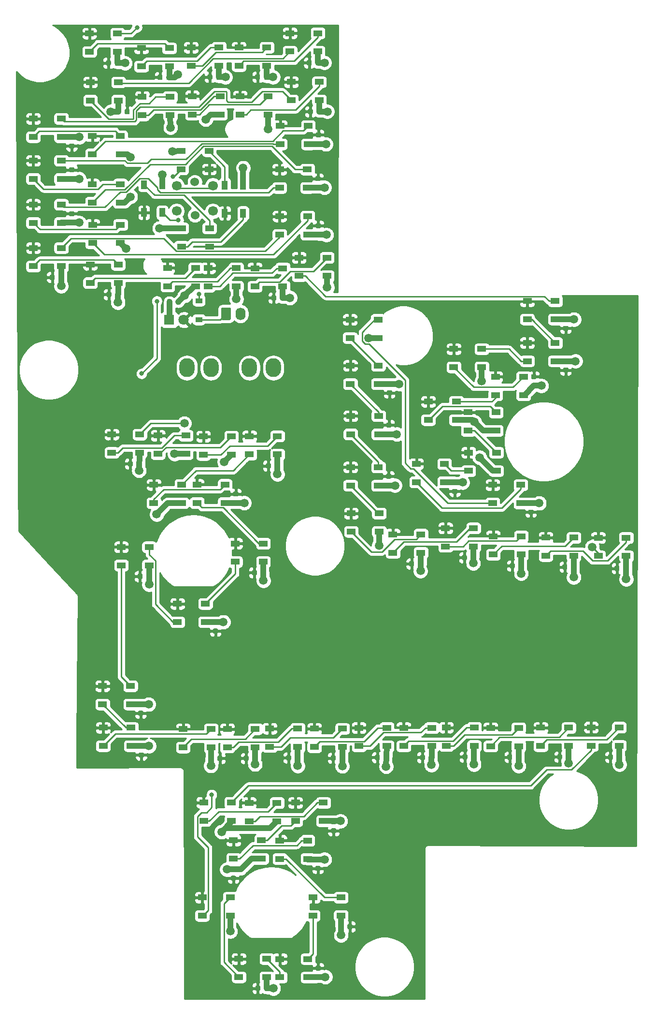
<source format=gbr>
%TF.GenerationSoftware,KiCad,Pcbnew,(5.1.6)-1*%
%TF.CreationDate,2021-08-25T11:31:01+10:00*%
%TF.ProjectId,DISP-EMC Panel PCB V1,44495350-2d45-44d4-9320-50616e656c20,rev?*%
%TF.SameCoordinates,Original*%
%TF.FileFunction,Copper,L1,Top*%
%TF.FilePolarity,Positive*%
%FSLAX46Y46*%
G04 Gerber Fmt 4.6, Leading zero omitted, Abs format (unit mm)*
G04 Created by KiCad (PCBNEW (5.1.6)-1) date 2021-08-25 11:31:01*
%MOMM*%
%LPD*%
G01*
G04 APERTURE LIST*
%TA.AperFunction,SMDPad,CuDef*%
%ADD10R,1.200000X0.900000*%
%TD*%
%TA.AperFunction,ComponentPad*%
%ADD11O,2.700000X3.300000*%
%TD*%
%TA.AperFunction,ComponentPad*%
%ADD12C,1.524000*%
%TD*%
%TA.AperFunction,ComponentPad*%
%ADD13C,1.700000*%
%TD*%
%TA.AperFunction,ComponentPad*%
%ADD14O,1.740000X2.190000*%
%TD*%
%TA.AperFunction,SMDPad,CuDef*%
%ADD15R,1.000000X1.500000*%
%TD*%
%TA.AperFunction,SMDPad,CuDef*%
%ADD16R,1.500000X1.000000*%
%TD*%
%TA.AperFunction,ComponentPad*%
%ADD17C,1.800000*%
%TD*%
%TA.AperFunction,ComponentPad*%
%ADD18R,1.800000X1.800000*%
%TD*%
%TA.AperFunction,ViaPad*%
%ADD19C,1.500000*%
%TD*%
%TA.AperFunction,ViaPad*%
%ADD20C,0.800000*%
%TD*%
%TA.AperFunction,Conductor*%
%ADD21C,1.000000*%
%TD*%
%TA.AperFunction,Conductor*%
%ADD22C,0.250000*%
%TD*%
%TA.AperFunction,Conductor*%
%ADD23C,0.254000*%
%TD*%
G04 APERTURE END LIST*
%TO.P,C55,2*%
%TO.N,/LEDGND*%
%TA.AperFunction,SMDPad,CuDef*%
G36*
G01*
X135756250Y-93512500D02*
X135243750Y-93512500D01*
G75*
G02*
X135025000Y-93293750I0J218750D01*
G01*
X135025000Y-92856250D01*
G75*
G02*
X135243750Y-92637500I218750J0D01*
G01*
X135756250Y-92637500D01*
G75*
G02*
X135975000Y-92856250I0J-218750D01*
G01*
X135975000Y-93293750D01*
G75*
G02*
X135756250Y-93512500I-218750J0D01*
G01*
G37*
%TD.AperFunction*%
%TO.P,C55,1*%
%TO.N,/LED+5V*%
%TA.AperFunction,SMDPad,CuDef*%
G36*
G01*
X135756250Y-95087500D02*
X135243750Y-95087500D01*
G75*
G02*
X135025000Y-94868750I0J218750D01*
G01*
X135025000Y-94431250D01*
G75*
G02*
X135243750Y-94212500I218750J0D01*
G01*
X135756250Y-94212500D01*
G75*
G02*
X135975000Y-94431250I0J-218750D01*
G01*
X135975000Y-94868750D01*
G75*
G02*
X135756250Y-95087500I-218750J0D01*
G01*
G37*
%TD.AperFunction*%
%TD*%
%TO.P,C54,2*%
%TO.N,/LEDGND*%
%TA.AperFunction,SMDPad,CuDef*%
G36*
G01*
X122406250Y-89887500D02*
X121893750Y-89887500D01*
G75*
G02*
X121675000Y-89668750I0J218750D01*
G01*
X121675000Y-89231250D01*
G75*
G02*
X121893750Y-89012500I218750J0D01*
G01*
X122406250Y-89012500D01*
G75*
G02*
X122625000Y-89231250I0J-218750D01*
G01*
X122625000Y-89668750D01*
G75*
G02*
X122406250Y-89887500I-218750J0D01*
G01*
G37*
%TD.AperFunction*%
%TO.P,C54,1*%
%TO.N,/LED+5V*%
%TA.AperFunction,SMDPad,CuDef*%
G36*
G01*
X122406250Y-91462500D02*
X121893750Y-91462500D01*
G75*
G02*
X121675000Y-91243750I0J218750D01*
G01*
X121675000Y-90806250D01*
G75*
G02*
X121893750Y-90587500I218750J0D01*
G01*
X122406250Y-90587500D01*
G75*
G02*
X122625000Y-90806250I0J-218750D01*
G01*
X122625000Y-91243750D01*
G75*
G02*
X122406250Y-91462500I-218750J0D01*
G01*
G37*
%TD.AperFunction*%
%TD*%
%TO.P,C53,2*%
%TO.N,/LEDGND*%
%TA.AperFunction,SMDPad,CuDef*%
G36*
G01*
X135743750Y-72087500D02*
X136256250Y-72087500D01*
G75*
G02*
X136475000Y-72306250I0J-218750D01*
G01*
X136475000Y-72743750D01*
G75*
G02*
X136256250Y-72962500I-218750J0D01*
G01*
X135743750Y-72962500D01*
G75*
G02*
X135525000Y-72743750I0J218750D01*
G01*
X135525000Y-72306250D01*
G75*
G02*
X135743750Y-72087500I218750J0D01*
G01*
G37*
%TD.AperFunction*%
%TO.P,C53,1*%
%TO.N,/LED+5V*%
%TA.AperFunction,SMDPad,CuDef*%
G36*
G01*
X135743750Y-70512500D02*
X136256250Y-70512500D01*
G75*
G02*
X136475000Y-70731250I0J-218750D01*
G01*
X136475000Y-71168750D01*
G75*
G02*
X136256250Y-71387500I-218750J0D01*
G01*
X135743750Y-71387500D01*
G75*
G02*
X135525000Y-71168750I0J218750D01*
G01*
X135525000Y-70731250D01*
G75*
G02*
X135743750Y-70512500I218750J0D01*
G01*
G37*
%TD.AperFunction*%
%TD*%
%TO.P,C52,2*%
%TO.N,/LEDGND*%
%TA.AperFunction,SMDPad,CuDef*%
G36*
G01*
X141856250Y-68650000D02*
X141343750Y-68650000D01*
G75*
G02*
X141125000Y-68431250I0J218750D01*
G01*
X141125000Y-67993750D01*
G75*
G02*
X141343750Y-67775000I218750J0D01*
G01*
X141856250Y-67775000D01*
G75*
G02*
X142075000Y-67993750I0J-218750D01*
G01*
X142075000Y-68431250D01*
G75*
G02*
X141856250Y-68650000I-218750J0D01*
G01*
G37*
%TD.AperFunction*%
%TO.P,C52,1*%
%TO.N,/LED+5V*%
%TA.AperFunction,SMDPad,CuDef*%
G36*
G01*
X141856250Y-70225000D02*
X141343750Y-70225000D01*
G75*
G02*
X141125000Y-70006250I0J218750D01*
G01*
X141125000Y-69568750D01*
G75*
G02*
X141343750Y-69350000I218750J0D01*
G01*
X141856250Y-69350000D01*
G75*
G02*
X142075000Y-69568750I0J-218750D01*
G01*
X142075000Y-70006250D01*
G75*
G02*
X141856250Y-70225000I-218750J0D01*
G01*
G37*
%TD.AperFunction*%
%TD*%
%TO.P,C51,2*%
%TO.N,/LEDGND*%
%TA.AperFunction,SMDPad,CuDef*%
G36*
G01*
X141856250Y-61350000D02*
X141343750Y-61350000D01*
G75*
G02*
X141125000Y-61131250I0J218750D01*
G01*
X141125000Y-60693750D01*
G75*
G02*
X141343750Y-60475000I218750J0D01*
G01*
X141856250Y-60475000D01*
G75*
G02*
X142075000Y-60693750I0J-218750D01*
G01*
X142075000Y-61131250D01*
G75*
G02*
X141856250Y-61350000I-218750J0D01*
G01*
G37*
%TD.AperFunction*%
%TO.P,C51,1*%
%TO.N,/LED+5V*%
%TA.AperFunction,SMDPad,CuDef*%
G36*
G01*
X141856250Y-62925000D02*
X141343750Y-62925000D01*
G75*
G02*
X141125000Y-62706250I0J218750D01*
G01*
X141125000Y-62268750D01*
G75*
G02*
X141343750Y-62050000I218750J0D01*
G01*
X141856250Y-62050000D01*
G75*
G02*
X142075000Y-62268750I0J-218750D01*
G01*
X142075000Y-62706250D01*
G75*
G02*
X141856250Y-62925000I-218750J0D01*
G01*
G37*
%TD.AperFunction*%
%TD*%
%TO.P,C50,2*%
%TO.N,/LEDGND*%
%TA.AperFunction,SMDPad,CuDef*%
G36*
G01*
X67356250Y-128712500D02*
X66843750Y-128712500D01*
G75*
G02*
X66625000Y-128493750I0J218750D01*
G01*
X66625000Y-128056250D01*
G75*
G02*
X66843750Y-127837500I218750J0D01*
G01*
X67356250Y-127837500D01*
G75*
G02*
X67575000Y-128056250I0J-218750D01*
G01*
X67575000Y-128493750D01*
G75*
G02*
X67356250Y-128712500I-218750J0D01*
G01*
G37*
%TD.AperFunction*%
%TO.P,C50,1*%
%TO.N,/LED+5V*%
%TA.AperFunction,SMDPad,CuDef*%
G36*
G01*
X67356250Y-130287500D02*
X66843750Y-130287500D01*
G75*
G02*
X66625000Y-130068750I0J218750D01*
G01*
X66625000Y-129631250D01*
G75*
G02*
X66843750Y-129412500I218750J0D01*
G01*
X67356250Y-129412500D01*
G75*
G02*
X67575000Y-129631250I0J-218750D01*
G01*
X67575000Y-130068750D01*
G75*
G02*
X67356250Y-130287500I-218750J0D01*
G01*
G37*
%TD.AperFunction*%
%TD*%
%TO.P,C49,2*%
%TO.N,/LEDGND*%
%TA.AperFunction,SMDPad,CuDef*%
G36*
G01*
X67456250Y-136037500D02*
X66943750Y-136037500D01*
G75*
G02*
X66725000Y-135818750I0J218750D01*
G01*
X66725000Y-135381250D01*
G75*
G02*
X66943750Y-135162500I218750J0D01*
G01*
X67456250Y-135162500D01*
G75*
G02*
X67675000Y-135381250I0J-218750D01*
G01*
X67675000Y-135818750D01*
G75*
G02*
X67456250Y-136037500I-218750J0D01*
G01*
G37*
%TD.AperFunction*%
%TO.P,C49,1*%
%TO.N,/LED+5V*%
%TA.AperFunction,SMDPad,CuDef*%
G36*
G01*
X67456250Y-137612500D02*
X66943750Y-137612500D01*
G75*
G02*
X66725000Y-137393750I0J218750D01*
G01*
X66725000Y-136956250D01*
G75*
G02*
X66943750Y-136737500I218750J0D01*
G01*
X67456250Y-136737500D01*
G75*
G02*
X67675000Y-136956250I0J-218750D01*
G01*
X67675000Y-137393750D01*
G75*
G02*
X67456250Y-137612500I-218750J0D01*
G01*
G37*
%TD.AperFunction*%
%TD*%
%TO.P,C48,2*%
%TO.N,/LEDGND*%
%TA.AperFunction,SMDPad,CuDef*%
G36*
G01*
X83606250Y-157600000D02*
X83093750Y-157600000D01*
G75*
G02*
X82875000Y-157381250I0J218750D01*
G01*
X82875000Y-156943750D01*
G75*
G02*
X83093750Y-156725000I218750J0D01*
G01*
X83606250Y-156725000D01*
G75*
G02*
X83825000Y-156943750I0J-218750D01*
G01*
X83825000Y-157381250D01*
G75*
G02*
X83606250Y-157600000I-218750J0D01*
G01*
G37*
%TD.AperFunction*%
%TO.P,C48,1*%
%TO.N,/LED+5V*%
%TA.AperFunction,SMDPad,CuDef*%
G36*
G01*
X83606250Y-159175000D02*
X83093750Y-159175000D01*
G75*
G02*
X82875000Y-158956250I0J218750D01*
G01*
X82875000Y-158518750D01*
G75*
G02*
X83093750Y-158300000I218750J0D01*
G01*
X83606250Y-158300000D01*
G75*
G02*
X83825000Y-158518750I0J-218750D01*
G01*
X83825000Y-158956250D01*
G75*
G02*
X83606250Y-159175000I-218750J0D01*
G01*
G37*
%TD.AperFunction*%
%TD*%
%TO.P,C47,2*%
%TO.N,/LEDGND*%
%TA.AperFunction,SMDPad,CuDef*%
G36*
G01*
X88762500Y-178256250D02*
X88762500Y-177743750D01*
G75*
G02*
X88981250Y-177525000I218750J0D01*
G01*
X89418750Y-177525000D01*
G75*
G02*
X89637500Y-177743750I0J-218750D01*
G01*
X89637500Y-178256250D01*
G75*
G02*
X89418750Y-178475000I-218750J0D01*
G01*
X88981250Y-178475000D01*
G75*
G02*
X88762500Y-178256250I0J218750D01*
G01*
G37*
%TD.AperFunction*%
%TO.P,C47,1*%
%TO.N,/LED+5V*%
%TA.AperFunction,SMDPad,CuDef*%
G36*
G01*
X87187500Y-178256250D02*
X87187500Y-177743750D01*
G75*
G02*
X87406250Y-177525000I218750J0D01*
G01*
X87843750Y-177525000D01*
G75*
G02*
X88062500Y-177743750I0J-218750D01*
G01*
X88062500Y-178256250D01*
G75*
G02*
X87843750Y-178475000I-218750J0D01*
G01*
X87406250Y-178475000D01*
G75*
G02*
X87187500Y-178256250I0J218750D01*
G01*
G37*
%TD.AperFunction*%
%TD*%
%TO.P,C46,2*%
%TO.N,/LEDGND*%
%TA.AperFunction,SMDPad,CuDef*%
G36*
G01*
X97943750Y-175612500D02*
X98456250Y-175612500D01*
G75*
G02*
X98675000Y-175831250I0J-218750D01*
G01*
X98675000Y-176268750D01*
G75*
G02*
X98456250Y-176487500I-218750J0D01*
G01*
X97943750Y-176487500D01*
G75*
G02*
X97725000Y-176268750I0J218750D01*
G01*
X97725000Y-175831250D01*
G75*
G02*
X97943750Y-175612500I218750J0D01*
G01*
G37*
%TD.AperFunction*%
%TO.P,C46,1*%
%TO.N,/LED+5V*%
%TA.AperFunction,SMDPad,CuDef*%
G36*
G01*
X97943750Y-174037500D02*
X98456250Y-174037500D01*
G75*
G02*
X98675000Y-174256250I0J-218750D01*
G01*
X98675000Y-174693750D01*
G75*
G02*
X98456250Y-174912500I-218750J0D01*
G01*
X97943750Y-174912500D01*
G75*
G02*
X97725000Y-174693750I0J218750D01*
G01*
X97725000Y-174256250D01*
G75*
G02*
X97943750Y-174037500I218750J0D01*
G01*
G37*
%TD.AperFunction*%
%TD*%
%TO.P,C45,2*%
%TO.N,/LEDGND*%
%TA.AperFunction,SMDPad,CuDef*%
G36*
G01*
X102637500Y-166943750D02*
X102637500Y-167456250D01*
G75*
G02*
X102418750Y-167675000I-218750J0D01*
G01*
X101981250Y-167675000D01*
G75*
G02*
X101762500Y-167456250I0J218750D01*
G01*
X101762500Y-166943750D01*
G75*
G02*
X101981250Y-166725000I218750J0D01*
G01*
X102418750Y-166725000D01*
G75*
G02*
X102637500Y-166943750I0J-218750D01*
G01*
G37*
%TD.AperFunction*%
%TO.P,C45,1*%
%TO.N,/LED+5V*%
%TA.AperFunction,SMDPad,CuDef*%
G36*
G01*
X104212500Y-166943750D02*
X104212500Y-167456250D01*
G75*
G02*
X103993750Y-167675000I-218750J0D01*
G01*
X103556250Y-167675000D01*
G75*
G02*
X103337500Y-167456250I0J218750D01*
G01*
X103337500Y-166943750D01*
G75*
G02*
X103556250Y-166725000I218750J0D01*
G01*
X103993750Y-166725000D01*
G75*
G02*
X104212500Y-166943750I0J-218750D01*
G01*
G37*
%TD.AperFunction*%
%TD*%
%TO.P,C44,2*%
%TO.N,/LEDGND*%
%TA.AperFunction,SMDPad,CuDef*%
G36*
G01*
X101156250Y-149287500D02*
X100643750Y-149287500D01*
G75*
G02*
X100425000Y-149068750I0J218750D01*
G01*
X100425000Y-148631250D01*
G75*
G02*
X100643750Y-148412500I218750J0D01*
G01*
X101156250Y-148412500D01*
G75*
G02*
X101375000Y-148631250I0J-218750D01*
G01*
X101375000Y-149068750D01*
G75*
G02*
X101156250Y-149287500I-218750J0D01*
G01*
G37*
%TD.AperFunction*%
%TO.P,C44,1*%
%TO.N,/LED+5V*%
%TA.AperFunction,SMDPad,CuDef*%
G36*
G01*
X101156250Y-150862500D02*
X100643750Y-150862500D01*
G75*
G02*
X100425000Y-150643750I0J218750D01*
G01*
X100425000Y-150206250D01*
G75*
G02*
X100643750Y-149987500I218750J0D01*
G01*
X101156250Y-149987500D01*
G75*
G02*
X101375000Y-150206250I0J-218750D01*
G01*
X101375000Y-150643750D01*
G75*
G02*
X101156250Y-150862500I-218750J0D01*
G01*
G37*
%TD.AperFunction*%
%TD*%
%TO.P,C43,2*%
%TO.N,/LEDGND*%
%TA.AperFunction,SMDPad,CuDef*%
G36*
G01*
X150562500Y-137806250D02*
X150562500Y-137293750D01*
G75*
G02*
X150781250Y-137075000I218750J0D01*
G01*
X151218750Y-137075000D01*
G75*
G02*
X151437500Y-137293750I0J-218750D01*
G01*
X151437500Y-137806250D01*
G75*
G02*
X151218750Y-138025000I-218750J0D01*
G01*
X150781250Y-138025000D01*
G75*
G02*
X150562500Y-137806250I0J218750D01*
G01*
G37*
%TD.AperFunction*%
%TO.P,C43,1*%
%TO.N,/LED+5V*%
%TA.AperFunction,SMDPad,CuDef*%
G36*
G01*
X148987500Y-137806250D02*
X148987500Y-137293750D01*
G75*
G02*
X149206250Y-137075000I218750J0D01*
G01*
X149643750Y-137075000D01*
G75*
G02*
X149862500Y-137293750I0J-218750D01*
G01*
X149862500Y-137806250D01*
G75*
G02*
X149643750Y-138025000I-218750J0D01*
G01*
X149206250Y-138025000D01*
G75*
G02*
X148987500Y-137806250I0J218750D01*
G01*
G37*
%TD.AperFunction*%
%TD*%
%TO.P,C42,2*%
%TO.N,/LEDGND*%
%TA.AperFunction,SMDPad,CuDef*%
G36*
G01*
X141662500Y-137756250D02*
X141662500Y-137243750D01*
G75*
G02*
X141881250Y-137025000I218750J0D01*
G01*
X142318750Y-137025000D01*
G75*
G02*
X142537500Y-137243750I0J-218750D01*
G01*
X142537500Y-137756250D01*
G75*
G02*
X142318750Y-137975000I-218750J0D01*
G01*
X141881250Y-137975000D01*
G75*
G02*
X141662500Y-137756250I0J218750D01*
G01*
G37*
%TD.AperFunction*%
%TO.P,C42,1*%
%TO.N,/LED+5V*%
%TA.AperFunction,SMDPad,CuDef*%
G36*
G01*
X140087500Y-137756250D02*
X140087500Y-137243750D01*
G75*
G02*
X140306250Y-137025000I218750J0D01*
G01*
X140743750Y-137025000D01*
G75*
G02*
X140962500Y-137243750I0J-218750D01*
G01*
X140962500Y-137756250D01*
G75*
G02*
X140743750Y-137975000I-218750J0D01*
G01*
X140306250Y-137975000D01*
G75*
G02*
X140087500Y-137756250I0J218750D01*
G01*
G37*
%TD.AperFunction*%
%TD*%
%TO.P,C41,2*%
%TO.N,/LEDGND*%
%TA.AperFunction,SMDPad,CuDef*%
G36*
G01*
X125062500Y-137756250D02*
X125062500Y-137243750D01*
G75*
G02*
X125281250Y-137025000I218750J0D01*
G01*
X125718750Y-137025000D01*
G75*
G02*
X125937500Y-137243750I0J-218750D01*
G01*
X125937500Y-137756250D01*
G75*
G02*
X125718750Y-137975000I-218750J0D01*
G01*
X125281250Y-137975000D01*
G75*
G02*
X125062500Y-137756250I0J218750D01*
G01*
G37*
%TD.AperFunction*%
%TO.P,C41,1*%
%TO.N,/LED+5V*%
%TA.AperFunction,SMDPad,CuDef*%
G36*
G01*
X123487500Y-137756250D02*
X123487500Y-137243750D01*
G75*
G02*
X123706250Y-137025000I218750J0D01*
G01*
X124143750Y-137025000D01*
G75*
G02*
X124362500Y-137243750I0J-218750D01*
G01*
X124362500Y-137756250D01*
G75*
G02*
X124143750Y-137975000I-218750J0D01*
G01*
X123706250Y-137975000D01*
G75*
G02*
X123487500Y-137756250I0J218750D01*
G01*
G37*
%TD.AperFunction*%
%TD*%
%TO.P,C40,2*%
%TO.N,/LEDGND*%
%TA.AperFunction,SMDPad,CuDef*%
G36*
G01*
X132912500Y-137806250D02*
X132912500Y-137293750D01*
G75*
G02*
X133131250Y-137075000I218750J0D01*
G01*
X133568750Y-137075000D01*
G75*
G02*
X133787500Y-137293750I0J-218750D01*
G01*
X133787500Y-137806250D01*
G75*
G02*
X133568750Y-138025000I-218750J0D01*
G01*
X133131250Y-138025000D01*
G75*
G02*
X132912500Y-137806250I0J218750D01*
G01*
G37*
%TD.AperFunction*%
%TO.P,C40,1*%
%TO.N,/LED+5V*%
%TA.AperFunction,SMDPad,CuDef*%
G36*
G01*
X131337500Y-137806250D02*
X131337500Y-137293750D01*
G75*
G02*
X131556250Y-137075000I218750J0D01*
G01*
X131993750Y-137075000D01*
G75*
G02*
X132212500Y-137293750I0J-218750D01*
G01*
X132212500Y-137806250D01*
G75*
G02*
X131993750Y-138025000I-218750J0D01*
G01*
X131556250Y-138025000D01*
G75*
G02*
X131337500Y-137806250I0J218750D01*
G01*
G37*
%TD.AperFunction*%
%TD*%
%TO.P,C39,2*%
%TO.N,/LEDGND*%
%TA.AperFunction,SMDPad,CuDef*%
G36*
G01*
X109700000Y-137856250D02*
X109700000Y-137343750D01*
G75*
G02*
X109918750Y-137125000I218750J0D01*
G01*
X110356250Y-137125000D01*
G75*
G02*
X110575000Y-137343750I0J-218750D01*
G01*
X110575000Y-137856250D01*
G75*
G02*
X110356250Y-138075000I-218750J0D01*
G01*
X109918750Y-138075000D01*
G75*
G02*
X109700000Y-137856250I0J218750D01*
G01*
G37*
%TD.AperFunction*%
%TO.P,C39,1*%
%TO.N,/LED+5V*%
%TA.AperFunction,SMDPad,CuDef*%
G36*
G01*
X108125000Y-137856250D02*
X108125000Y-137343750D01*
G75*
G02*
X108343750Y-137125000I218750J0D01*
G01*
X108781250Y-137125000D01*
G75*
G02*
X109000000Y-137343750I0J-218750D01*
G01*
X109000000Y-137856250D01*
G75*
G02*
X108781250Y-138075000I-218750J0D01*
G01*
X108343750Y-138075000D01*
G75*
G02*
X108125000Y-137856250I0J218750D01*
G01*
G37*
%TD.AperFunction*%
%TD*%
%TO.P,C38,2*%
%TO.N,/LEDGND*%
%TA.AperFunction,SMDPad,CuDef*%
G36*
G01*
X117612500Y-137856250D02*
X117612500Y-137343750D01*
G75*
G02*
X117831250Y-137125000I218750J0D01*
G01*
X118268750Y-137125000D01*
G75*
G02*
X118487500Y-137343750I0J-218750D01*
G01*
X118487500Y-137856250D01*
G75*
G02*
X118268750Y-138075000I-218750J0D01*
G01*
X117831250Y-138075000D01*
G75*
G02*
X117612500Y-137856250I0J218750D01*
G01*
G37*
%TD.AperFunction*%
%TO.P,C38,1*%
%TO.N,/LED+5V*%
%TA.AperFunction,SMDPad,CuDef*%
G36*
G01*
X116037500Y-137856250D02*
X116037500Y-137343750D01*
G75*
G02*
X116256250Y-137125000I218750J0D01*
G01*
X116693750Y-137125000D01*
G75*
G02*
X116912500Y-137343750I0J-218750D01*
G01*
X116912500Y-137856250D01*
G75*
G02*
X116693750Y-138075000I-218750J0D01*
G01*
X116256250Y-138075000D01*
G75*
G02*
X116037500Y-137856250I0J218750D01*
G01*
G37*
%TD.AperFunction*%
%TD*%
%TO.P,C37,2*%
%TO.N,/LEDGND*%
%TA.AperFunction,SMDPad,CuDef*%
G36*
G01*
X98406250Y-155862500D02*
X97893750Y-155862500D01*
G75*
G02*
X97675000Y-155643750I0J218750D01*
G01*
X97675000Y-155206250D01*
G75*
G02*
X97893750Y-154987500I218750J0D01*
G01*
X98406250Y-154987500D01*
G75*
G02*
X98625000Y-155206250I0J-218750D01*
G01*
X98625000Y-155643750D01*
G75*
G02*
X98406250Y-155862500I-218750J0D01*
G01*
G37*
%TD.AperFunction*%
%TO.P,C37,1*%
%TO.N,/LED+5V*%
%TA.AperFunction,SMDPad,CuDef*%
G36*
G01*
X98406250Y-157437500D02*
X97893750Y-157437500D01*
G75*
G02*
X97675000Y-157218750I0J218750D01*
G01*
X97675000Y-156781250D01*
G75*
G02*
X97893750Y-156562500I218750J0D01*
G01*
X98406250Y-156562500D01*
G75*
G02*
X98625000Y-156781250I0J-218750D01*
G01*
X98625000Y-157218750D01*
G75*
G02*
X98406250Y-157437500I-218750J0D01*
G01*
G37*
%TD.AperFunction*%
%TD*%
%TO.P,C26,2*%
%TO.N,/LEDGND*%
%TA.AperFunction,SMDPad,CuDef*%
G36*
G01*
X133362500Y-104306250D02*
X133362500Y-103793750D01*
G75*
G02*
X133581250Y-103575000I218750J0D01*
G01*
X134018750Y-103575000D01*
G75*
G02*
X134237500Y-103793750I0J-218750D01*
G01*
X134237500Y-104306250D01*
G75*
G02*
X134018750Y-104525000I-218750J0D01*
G01*
X133581250Y-104525000D01*
G75*
G02*
X133362500Y-104306250I0J218750D01*
G01*
G37*
%TD.AperFunction*%
%TO.P,C26,1*%
%TO.N,/LED+5V*%
%TA.AperFunction,SMDPad,CuDef*%
G36*
G01*
X131787500Y-104306250D02*
X131787500Y-103793750D01*
G75*
G02*
X132006250Y-103575000I218750J0D01*
G01*
X132443750Y-103575000D01*
G75*
G02*
X132662500Y-103793750I0J-218750D01*
G01*
X132662500Y-104306250D01*
G75*
G02*
X132443750Y-104525000I-218750J0D01*
G01*
X132006250Y-104525000D01*
G75*
G02*
X131787500Y-104306250I0J218750D01*
G01*
G37*
%TD.AperFunction*%
%TD*%
%TO.P,C23,2*%
%TO.N,/LEDGND*%
%TA.AperFunction,SMDPad,CuDef*%
G36*
G01*
X115712500Y-103956250D02*
X115712500Y-103443750D01*
G75*
G02*
X115931250Y-103225000I218750J0D01*
G01*
X116368750Y-103225000D01*
G75*
G02*
X116587500Y-103443750I0J-218750D01*
G01*
X116587500Y-103956250D01*
G75*
G02*
X116368750Y-104175000I-218750J0D01*
G01*
X115931250Y-104175000D01*
G75*
G02*
X115712500Y-103956250I0J218750D01*
G01*
G37*
%TD.AperFunction*%
%TO.P,C23,1*%
%TO.N,/LED+5V*%
%TA.AperFunction,SMDPad,CuDef*%
G36*
G01*
X114137500Y-103956250D02*
X114137500Y-103443750D01*
G75*
G02*
X114356250Y-103225000I218750J0D01*
G01*
X114793750Y-103225000D01*
G75*
G02*
X115012500Y-103443750I0J-218750D01*
G01*
X115012500Y-103956250D01*
G75*
G02*
X114793750Y-104175000I-218750J0D01*
G01*
X114356250Y-104175000D01*
G75*
G02*
X114137500Y-103956250I0J218750D01*
G01*
G37*
%TD.AperFunction*%
%TD*%
%TO.P,C36,2*%
%TO.N,/LEDGND*%
%TA.AperFunction,SMDPad,CuDef*%
G36*
G01*
X101962500Y-137956250D02*
X101962500Y-137443750D01*
G75*
G02*
X102181250Y-137225000I218750J0D01*
G01*
X102618750Y-137225000D01*
G75*
G02*
X102837500Y-137443750I0J-218750D01*
G01*
X102837500Y-137956250D01*
G75*
G02*
X102618750Y-138175000I-218750J0D01*
G01*
X102181250Y-138175000D01*
G75*
G02*
X101962500Y-137956250I0J218750D01*
G01*
G37*
%TD.AperFunction*%
%TO.P,C36,1*%
%TO.N,/LED+5V*%
%TA.AperFunction,SMDPad,CuDef*%
G36*
G01*
X100387500Y-137956250D02*
X100387500Y-137443750D01*
G75*
G02*
X100606250Y-137225000I218750J0D01*
G01*
X101043750Y-137225000D01*
G75*
G02*
X101262500Y-137443750I0J-218750D01*
G01*
X101262500Y-137956250D01*
G75*
G02*
X101043750Y-138175000I-218750J0D01*
G01*
X100606250Y-138175000D01*
G75*
G02*
X100387500Y-137956250I0J218750D01*
G01*
G37*
%TD.AperFunction*%
%TD*%
%TO.P,C35,2*%
%TO.N,/LEDGND*%
%TA.AperFunction,SMDPad,CuDef*%
G36*
G01*
X94162500Y-137906250D02*
X94162500Y-137393750D01*
G75*
G02*
X94381250Y-137175000I218750J0D01*
G01*
X94818750Y-137175000D01*
G75*
G02*
X95037500Y-137393750I0J-218750D01*
G01*
X95037500Y-137906250D01*
G75*
G02*
X94818750Y-138125000I-218750J0D01*
G01*
X94381250Y-138125000D01*
G75*
G02*
X94162500Y-137906250I0J218750D01*
G01*
G37*
%TD.AperFunction*%
%TO.P,C35,1*%
%TO.N,/LED+5V*%
%TA.AperFunction,SMDPad,CuDef*%
G36*
G01*
X92587500Y-137906250D02*
X92587500Y-137393750D01*
G75*
G02*
X92806250Y-137175000I218750J0D01*
G01*
X93243750Y-137175000D01*
G75*
G02*
X93462500Y-137393750I0J-218750D01*
G01*
X93462500Y-137906250D01*
G75*
G02*
X93243750Y-138125000I-218750J0D01*
G01*
X92806250Y-138125000D01*
G75*
G02*
X92587500Y-137906250I0J218750D01*
G01*
G37*
%TD.AperFunction*%
%TD*%
%TO.P,C34,2*%
%TO.N,/LEDGND*%
%TA.AperFunction,SMDPad,CuDef*%
G36*
G01*
X79837500Y-137493750D02*
X79837500Y-138006250D01*
G75*
G02*
X79618750Y-138225000I-218750J0D01*
G01*
X79181250Y-138225000D01*
G75*
G02*
X78962500Y-138006250I0J218750D01*
G01*
X78962500Y-137493750D01*
G75*
G02*
X79181250Y-137275000I218750J0D01*
G01*
X79618750Y-137275000D01*
G75*
G02*
X79837500Y-137493750I0J-218750D01*
G01*
G37*
%TD.AperFunction*%
%TO.P,C34,1*%
%TO.N,/LED+5V*%
%TA.AperFunction,SMDPad,CuDef*%
G36*
G01*
X81412500Y-137493750D02*
X81412500Y-138006250D01*
G75*
G02*
X81193750Y-138225000I-218750J0D01*
G01*
X80756250Y-138225000D01*
G75*
G02*
X80537500Y-138006250I0J218750D01*
G01*
X80537500Y-137493750D01*
G75*
G02*
X80756250Y-137275000I218750J0D01*
G01*
X81193750Y-137275000D01*
G75*
G02*
X81412500Y-137493750I0J-218750D01*
G01*
G37*
%TD.AperFunction*%
%TD*%
%TO.P,C33,2*%
%TO.N,/LEDGND*%
%TA.AperFunction,SMDPad,CuDef*%
G36*
G01*
X86700000Y-138006250D02*
X86700000Y-137493750D01*
G75*
G02*
X86918750Y-137275000I218750J0D01*
G01*
X87356250Y-137275000D01*
G75*
G02*
X87575000Y-137493750I0J-218750D01*
G01*
X87575000Y-138006250D01*
G75*
G02*
X87356250Y-138225000I-218750J0D01*
G01*
X86918750Y-138225000D01*
G75*
G02*
X86700000Y-138006250I0J218750D01*
G01*
G37*
%TD.AperFunction*%
%TO.P,C33,1*%
%TO.N,/LED+5V*%
%TA.AperFunction,SMDPad,CuDef*%
G36*
G01*
X85125000Y-138006250D02*
X85125000Y-137493750D01*
G75*
G02*
X85343750Y-137275000I218750J0D01*
G01*
X85781250Y-137275000D01*
G75*
G02*
X86000000Y-137493750I0J-218750D01*
G01*
X86000000Y-138006250D01*
G75*
G02*
X85781250Y-138225000I-218750J0D01*
G01*
X85343750Y-138225000D01*
G75*
G02*
X85125000Y-138006250I0J218750D01*
G01*
G37*
%TD.AperFunction*%
%TD*%
%TO.P,C32,2*%
%TO.N,/LEDGND*%
%TA.AperFunction,SMDPad,CuDef*%
G36*
G01*
X83493750Y-92612500D02*
X84006250Y-92612500D01*
G75*
G02*
X84225000Y-92831250I0J-218750D01*
G01*
X84225000Y-93268750D01*
G75*
G02*
X84006250Y-93487500I-218750J0D01*
G01*
X83493750Y-93487500D01*
G75*
G02*
X83275000Y-93268750I0J218750D01*
G01*
X83275000Y-92831250D01*
G75*
G02*
X83493750Y-92612500I218750J0D01*
G01*
G37*
%TD.AperFunction*%
%TO.P,C32,1*%
%TO.N,/LED+5V*%
%TA.AperFunction,SMDPad,CuDef*%
G36*
G01*
X83493750Y-91037500D02*
X84006250Y-91037500D01*
G75*
G02*
X84225000Y-91256250I0J-218750D01*
G01*
X84225000Y-91693750D01*
G75*
G02*
X84006250Y-91912500I-218750J0D01*
G01*
X83493750Y-91912500D01*
G75*
G02*
X83275000Y-91693750I0J218750D01*
G01*
X83275000Y-91256250D01*
G75*
G02*
X83493750Y-91037500I218750J0D01*
G01*
G37*
%TD.AperFunction*%
%TD*%
%TO.P,C31,2*%
%TO.N,/LEDGND*%
%TA.AperFunction,SMDPad,CuDef*%
G36*
G01*
X88162500Y-105506250D02*
X88162500Y-104993750D01*
G75*
G02*
X88381250Y-104775000I218750J0D01*
G01*
X88818750Y-104775000D01*
G75*
G02*
X89037500Y-104993750I0J-218750D01*
G01*
X89037500Y-105506250D01*
G75*
G02*
X88818750Y-105725000I-218750J0D01*
G01*
X88381250Y-105725000D01*
G75*
G02*
X88162500Y-105506250I0J218750D01*
G01*
G37*
%TD.AperFunction*%
%TO.P,C31,1*%
%TO.N,/LED+5V*%
%TA.AperFunction,SMDPad,CuDef*%
G36*
G01*
X86587500Y-105506250D02*
X86587500Y-104993750D01*
G75*
G02*
X86806250Y-104775000I218750J0D01*
G01*
X87243750Y-104775000D01*
G75*
G02*
X87462500Y-104993750I0J-218750D01*
G01*
X87462500Y-105506250D01*
G75*
G02*
X87243750Y-105725000I-218750J0D01*
G01*
X86806250Y-105725000D01*
G75*
G02*
X86587500Y-105506250I0J218750D01*
G01*
G37*
%TD.AperFunction*%
%TD*%
%TO.P,C30,2*%
%TO.N,/LEDGND*%
%TA.AperFunction,SMDPad,CuDef*%
G36*
G01*
X90612500Y-86806250D02*
X90612500Y-86293750D01*
G75*
G02*
X90831250Y-86075000I218750J0D01*
G01*
X91268750Y-86075000D01*
G75*
G02*
X91487500Y-86293750I0J-218750D01*
G01*
X91487500Y-86806250D01*
G75*
G02*
X91268750Y-87025000I-218750J0D01*
G01*
X90831250Y-87025000D01*
G75*
G02*
X90612500Y-86806250I0J218750D01*
G01*
G37*
%TD.AperFunction*%
%TO.P,C30,1*%
%TO.N,/LED+5V*%
%TA.AperFunction,SMDPad,CuDef*%
G36*
G01*
X89037500Y-86806250D02*
X89037500Y-86293750D01*
G75*
G02*
X89256250Y-86075000I218750J0D01*
G01*
X89693750Y-86075000D01*
G75*
G02*
X89912500Y-86293750I0J-218750D01*
G01*
X89912500Y-86806250D01*
G75*
G02*
X89693750Y-87025000I-218750J0D01*
G01*
X89256250Y-87025000D01*
G75*
G02*
X89037500Y-86806250I0J218750D01*
G01*
G37*
%TD.AperFunction*%
%TD*%
%TO.P,C29,2*%
%TO.N,/LEDGND*%
%TA.AperFunction,SMDPad,CuDef*%
G36*
G01*
X80456250Y-114337500D02*
X79943750Y-114337500D01*
G75*
G02*
X79725000Y-114118750I0J218750D01*
G01*
X79725000Y-113681250D01*
G75*
G02*
X79943750Y-113462500I218750J0D01*
G01*
X80456250Y-113462500D01*
G75*
G02*
X80675000Y-113681250I0J-218750D01*
G01*
X80675000Y-114118750D01*
G75*
G02*
X80456250Y-114337500I-218750J0D01*
G01*
G37*
%TD.AperFunction*%
%TO.P,C29,1*%
%TO.N,/LED+5V*%
%TA.AperFunction,SMDPad,CuDef*%
G36*
G01*
X80456250Y-115912500D02*
X79943750Y-115912500D01*
G75*
G02*
X79725000Y-115693750I0J218750D01*
G01*
X79725000Y-115256250D01*
G75*
G02*
X79943750Y-115037500I218750J0D01*
G01*
X80456250Y-115037500D01*
G75*
G02*
X80675000Y-115256250I0J-218750D01*
G01*
X80675000Y-115693750D01*
G75*
G02*
X80456250Y-115912500I-218750J0D01*
G01*
G37*
%TD.AperFunction*%
%TD*%
%TO.P,C28,2*%
%TO.N,/LEDGND*%
%TA.AperFunction,SMDPad,CuDef*%
G36*
G01*
X68112500Y-106156250D02*
X68112500Y-105643750D01*
G75*
G02*
X68331250Y-105425000I218750J0D01*
G01*
X68768750Y-105425000D01*
G75*
G02*
X68987500Y-105643750I0J-218750D01*
G01*
X68987500Y-106156250D01*
G75*
G02*
X68768750Y-106375000I-218750J0D01*
G01*
X68331250Y-106375000D01*
G75*
G02*
X68112500Y-106156250I0J218750D01*
G01*
G37*
%TD.AperFunction*%
%TO.P,C28,1*%
%TO.N,/LED+5V*%
%TA.AperFunction,SMDPad,CuDef*%
G36*
G01*
X66537500Y-106156250D02*
X66537500Y-105643750D01*
G75*
G02*
X66756250Y-105425000I218750J0D01*
G01*
X67193750Y-105425000D01*
G75*
G02*
X67412500Y-105643750I0J-218750D01*
G01*
X67412500Y-106156250D01*
G75*
G02*
X67193750Y-106375000I-218750J0D01*
G01*
X66756250Y-106375000D01*
G75*
G02*
X66537500Y-106156250I0J218750D01*
G01*
G37*
%TD.AperFunction*%
%TD*%
%TO.P,C27,2*%
%TO.N,/LEDGND*%
%TA.AperFunction,SMDPad,CuDef*%
G36*
G01*
X66412500Y-86456250D02*
X66412500Y-85943750D01*
G75*
G02*
X66631250Y-85725000I218750J0D01*
G01*
X67068750Y-85725000D01*
G75*
G02*
X67287500Y-85943750I0J-218750D01*
G01*
X67287500Y-86456250D01*
G75*
G02*
X67068750Y-86675000I-218750J0D01*
G01*
X66631250Y-86675000D01*
G75*
G02*
X66412500Y-86456250I0J218750D01*
G01*
G37*
%TD.AperFunction*%
%TO.P,C27,1*%
%TO.N,/LED+5V*%
%TA.AperFunction,SMDPad,CuDef*%
G36*
G01*
X64837500Y-86456250D02*
X64837500Y-85943750D01*
G75*
G02*
X65056250Y-85725000I218750J0D01*
G01*
X65493750Y-85725000D01*
G75*
G02*
X65712500Y-85943750I0J-218750D01*
G01*
X65712500Y-86456250D01*
G75*
G02*
X65493750Y-86675000I-218750J0D01*
G01*
X65056250Y-86675000D01*
G75*
G02*
X64837500Y-86456250I0J218750D01*
G01*
G37*
%TD.AperFunction*%
%TD*%
%TO.P,C25,2*%
%TO.N,/LEDGND*%
%TA.AperFunction,SMDPad,CuDef*%
G36*
G01*
X142562500Y-104506250D02*
X142562500Y-103993750D01*
G75*
G02*
X142781250Y-103775000I218750J0D01*
G01*
X143218750Y-103775000D01*
G75*
G02*
X143437500Y-103993750I0J-218750D01*
G01*
X143437500Y-104506250D01*
G75*
G02*
X143218750Y-104725000I-218750J0D01*
G01*
X142781250Y-104725000D01*
G75*
G02*
X142562500Y-104506250I0J218750D01*
G01*
G37*
%TD.AperFunction*%
%TO.P,C25,1*%
%TO.N,/LED+5V*%
%TA.AperFunction,SMDPad,CuDef*%
G36*
G01*
X140987500Y-104506250D02*
X140987500Y-103993750D01*
G75*
G02*
X141206250Y-103775000I218750J0D01*
G01*
X141643750Y-103775000D01*
G75*
G02*
X141862500Y-103993750I0J-218750D01*
G01*
X141862500Y-104506250D01*
G75*
G02*
X141643750Y-104725000I-218750J0D01*
G01*
X141206250Y-104725000D01*
G75*
G02*
X140987500Y-104506250I0J218750D01*
G01*
G37*
%TD.AperFunction*%
%TD*%
%TO.P,C24,2*%
%TO.N,/LEDGND*%
%TA.AperFunction,SMDPad,CuDef*%
G36*
G01*
X124962500Y-102856250D02*
X124962500Y-102343750D01*
G75*
G02*
X125181250Y-102125000I218750J0D01*
G01*
X125618750Y-102125000D01*
G75*
G02*
X125837500Y-102343750I0J-218750D01*
G01*
X125837500Y-102856250D01*
G75*
G02*
X125618750Y-103075000I-218750J0D01*
G01*
X125181250Y-103075000D01*
G75*
G02*
X124962500Y-102856250I0J218750D01*
G01*
G37*
%TD.AperFunction*%
%TO.P,C24,1*%
%TO.N,/LED+5V*%
%TA.AperFunction,SMDPad,CuDef*%
G36*
G01*
X123387500Y-102856250D02*
X123387500Y-102343750D01*
G75*
G02*
X123606250Y-102125000I218750J0D01*
G01*
X124043750Y-102125000D01*
G75*
G02*
X124262500Y-102343750I0J-218750D01*
G01*
X124262500Y-102856250D01*
G75*
G02*
X124043750Y-103075000I-218750J0D01*
G01*
X123606250Y-103075000D01*
G75*
G02*
X123387500Y-102856250I0J218750D01*
G01*
G37*
%TD.AperFunction*%
%TD*%
%TO.P,C22,2*%
%TO.N,/LEDGND*%
%TA.AperFunction,SMDPad,CuDef*%
G36*
G01*
X110343750Y-80562500D02*
X110856250Y-80562500D01*
G75*
G02*
X111075000Y-80781250I0J-218750D01*
G01*
X111075000Y-81218750D01*
G75*
G02*
X110856250Y-81437500I-218750J0D01*
G01*
X110343750Y-81437500D01*
G75*
G02*
X110125000Y-81218750I0J218750D01*
G01*
X110125000Y-80781250D01*
G75*
G02*
X110343750Y-80562500I218750J0D01*
G01*
G37*
%TD.AperFunction*%
%TO.P,C22,1*%
%TO.N,/LED+5V*%
%TA.AperFunction,SMDPad,CuDef*%
G36*
G01*
X110343750Y-78987500D02*
X110856250Y-78987500D01*
G75*
G02*
X111075000Y-79206250I0J-218750D01*
G01*
X111075000Y-79643750D01*
G75*
G02*
X110856250Y-79862500I-218750J0D01*
G01*
X110343750Y-79862500D01*
G75*
G02*
X110125000Y-79643750I0J218750D01*
G01*
X110125000Y-79206250D01*
G75*
G02*
X110343750Y-78987500I218750J0D01*
G01*
G37*
%TD.AperFunction*%
%TD*%
%TO.P,C21,2*%
%TO.N,/LEDGND*%
%TA.AperFunction,SMDPad,CuDef*%
G36*
G01*
X110293750Y-89512500D02*
X110806250Y-89512500D01*
G75*
G02*
X111025000Y-89731250I0J-218750D01*
G01*
X111025000Y-90168750D01*
G75*
G02*
X110806250Y-90387500I-218750J0D01*
G01*
X110293750Y-90387500D01*
G75*
G02*
X110075000Y-90168750I0J218750D01*
G01*
X110075000Y-89731250D01*
G75*
G02*
X110293750Y-89512500I218750J0D01*
G01*
G37*
%TD.AperFunction*%
%TO.P,C21,1*%
%TO.N,/LED+5V*%
%TA.AperFunction,SMDPad,CuDef*%
G36*
G01*
X110293750Y-87937500D02*
X110806250Y-87937500D01*
G75*
G02*
X111025000Y-88156250I0J-218750D01*
G01*
X111025000Y-88593750D01*
G75*
G02*
X110806250Y-88812500I-218750J0D01*
G01*
X110293750Y-88812500D01*
G75*
G02*
X110075000Y-88593750I0J218750D01*
G01*
X110075000Y-88156250D01*
G75*
G02*
X110293750Y-87937500I218750J0D01*
G01*
G37*
%TD.AperFunction*%
%TD*%
%TO.P,C20,2*%
%TO.N,/LEDGND*%
%TA.AperFunction,SMDPad,CuDef*%
G36*
G01*
X151712500Y-104756250D02*
X151712500Y-104243750D01*
G75*
G02*
X151931250Y-104025000I218750J0D01*
G01*
X152368750Y-104025000D01*
G75*
G02*
X152587500Y-104243750I0J-218750D01*
G01*
X152587500Y-104756250D01*
G75*
G02*
X152368750Y-104975000I-218750J0D01*
G01*
X151931250Y-104975000D01*
G75*
G02*
X151712500Y-104756250I0J218750D01*
G01*
G37*
%TD.AperFunction*%
%TO.P,C20,1*%
%TO.N,/LED+5V*%
%TA.AperFunction,SMDPad,CuDef*%
G36*
G01*
X150137500Y-104756250D02*
X150137500Y-104243750D01*
G75*
G02*
X150356250Y-104025000I218750J0D01*
G01*
X150793750Y-104025000D01*
G75*
G02*
X151012500Y-104243750I0J-218750D01*
G01*
X151012500Y-104756250D01*
G75*
G02*
X150793750Y-104975000I-218750J0D01*
G01*
X150356250Y-104975000D01*
G75*
G02*
X150137500Y-104756250I0J218750D01*
G01*
G37*
%TD.AperFunction*%
%TD*%
D10*
%TO.P,D80,2*%
%TO.N,/Column1*%
X77300000Y-60950000D03*
%TO.P,D80,1*%
%TO.N,Net-(D80-Pad1)*%
X77300000Y-57650000D03*
%TD*%
%TO.P,R1,2*%
%TO.N,/LEDGND*%
%TA.AperFunction,SMDPad,CuDef*%
G36*
G01*
X73262500Y-58106250D02*
X73262500Y-57593750D01*
G75*
G02*
X73481250Y-57375000I218750J0D01*
G01*
X73918750Y-57375000D01*
G75*
G02*
X74137500Y-57593750I0J-218750D01*
G01*
X74137500Y-58106250D01*
G75*
G02*
X73918750Y-58325000I-218750J0D01*
G01*
X73481250Y-58325000D01*
G75*
G02*
X73262500Y-58106250I0J218750D01*
G01*
G37*
%TD.AperFunction*%
%TO.P,R1,1*%
%TO.N,Net-(D1-Pad1)*%
%TA.AperFunction,SMDPad,CuDef*%
G36*
G01*
X71687500Y-58106250D02*
X71687500Y-57593750D01*
G75*
G02*
X71906250Y-57375000I218750J0D01*
G01*
X72343750Y-57375000D01*
G75*
G02*
X72562500Y-57593750I0J-218750D01*
G01*
X72562500Y-58106250D01*
G75*
G02*
X72343750Y-58325000I-218750J0D01*
G01*
X71906250Y-58325000D01*
G75*
G02*
X71687500Y-58106250I0J218750D01*
G01*
G37*
%TD.AperFunction*%
%TD*%
D11*
%TO.P,J2,4*%
%TO.N,/DATAOUT*%
X79400000Y-69400000D03*
%TO.P,J2,3*%
%TO.N,/LEDGND*%
X75200000Y-69400000D03*
%TO.P,J2,2*%
%TO.N,/LED+5V*%
X79400000Y-74900000D03*
%TO.P,J2,1*%
%TA.AperFunction,ComponentPad*%
G36*
G01*
X73850000Y-76298900D02*
X73850000Y-73501100D01*
G75*
G02*
X74101100Y-73250000I251100J0D01*
G01*
X76298900Y-73250000D01*
G75*
G02*
X76550000Y-73501100I0J-251100D01*
G01*
X76550000Y-76298900D01*
G75*
G02*
X76298900Y-76550000I-251100J0D01*
G01*
X74101100Y-76550000D01*
G75*
G02*
X73850000Y-76298900I0J251100D01*
G01*
G37*
%TD.AperFunction*%
%TD*%
%TO.P,J1,4*%
%TO.N,/DATAIN*%
X90350000Y-69400000D03*
%TO.P,J1,3*%
%TO.N,/LEDGND*%
X86150000Y-69400000D03*
%TO.P,J1,2*%
%TO.N,/LED+5V*%
X90350000Y-74900000D03*
%TO.P,J1,1*%
%TA.AperFunction,ComponentPad*%
G36*
G01*
X84800000Y-76298900D02*
X84800000Y-73501100D01*
G75*
G02*
X85051100Y-73250000I251100J0D01*
G01*
X87248900Y-73250000D01*
G75*
G02*
X87500000Y-73501100I0J-251100D01*
G01*
X87500000Y-76298900D01*
G75*
G02*
X87248900Y-76550000I-251100J0D01*
G01*
X85051100Y-76550000D01*
G75*
G02*
X84800000Y-76298900I0J251100D01*
G01*
G37*
%TD.AperFunction*%
%TD*%
%TO.P,C19,2*%
%TO.N,/LEDGND*%
%TA.AperFunction,SMDPad,CuDef*%
G36*
G01*
X110956250Y-72637500D02*
X110443750Y-72637500D01*
G75*
G02*
X110225000Y-72418750I0J218750D01*
G01*
X110225000Y-71981250D01*
G75*
G02*
X110443750Y-71762500I218750J0D01*
G01*
X110956250Y-71762500D01*
G75*
G02*
X111175000Y-71981250I0J-218750D01*
G01*
X111175000Y-72418750D01*
G75*
G02*
X110956250Y-72637500I-218750J0D01*
G01*
G37*
%TD.AperFunction*%
%TO.P,C19,1*%
%TO.N,/LED+5V*%
%TA.AperFunction,SMDPad,CuDef*%
G36*
G01*
X110956250Y-74212500D02*
X110443750Y-74212500D01*
G75*
G02*
X110225000Y-73993750I0J218750D01*
G01*
X110225000Y-73556250D01*
G75*
G02*
X110443750Y-73337500I218750J0D01*
G01*
X110956250Y-73337500D01*
G75*
G02*
X111175000Y-73556250I0J-218750D01*
G01*
X111175000Y-73993750D01*
G75*
G02*
X110956250Y-74212500I-218750J0D01*
G01*
G37*
%TD.AperFunction*%
%TD*%
%TO.P,C18,2*%
%TO.N,/LEDGND*%
%TA.AperFunction,SMDPad,CuDef*%
G36*
G01*
X97893750Y-37412500D02*
X98406250Y-37412500D01*
G75*
G02*
X98625000Y-37631250I0J-218750D01*
G01*
X98625000Y-38068750D01*
G75*
G02*
X98406250Y-38287500I-218750J0D01*
G01*
X97893750Y-38287500D01*
G75*
G02*
X97675000Y-38068750I0J218750D01*
G01*
X97675000Y-37631250D01*
G75*
G02*
X97893750Y-37412500I218750J0D01*
G01*
G37*
%TD.AperFunction*%
%TO.P,C18,1*%
%TO.N,/LED+5V*%
%TA.AperFunction,SMDPad,CuDef*%
G36*
G01*
X97893750Y-35837500D02*
X98406250Y-35837500D01*
G75*
G02*
X98625000Y-36056250I0J-218750D01*
G01*
X98625000Y-36493750D01*
G75*
G02*
X98406250Y-36712500I-218750J0D01*
G01*
X97893750Y-36712500D01*
G75*
G02*
X97675000Y-36493750I0J218750D01*
G01*
X97675000Y-36056250D01*
G75*
G02*
X97893750Y-35837500I218750J0D01*
G01*
G37*
%TD.AperFunction*%
%TD*%
%TO.P,C17,2*%
%TO.N,/LEDGND*%
%TA.AperFunction,SMDPad,CuDef*%
G36*
G01*
X97943750Y-45662500D02*
X98456250Y-45662500D01*
G75*
G02*
X98675000Y-45881250I0J-218750D01*
G01*
X98675000Y-46318750D01*
G75*
G02*
X98456250Y-46537500I-218750J0D01*
G01*
X97943750Y-46537500D01*
G75*
G02*
X97725000Y-46318750I0J218750D01*
G01*
X97725000Y-45881250D01*
G75*
G02*
X97943750Y-45662500I218750J0D01*
G01*
G37*
%TD.AperFunction*%
%TO.P,C17,1*%
%TO.N,/LED+5V*%
%TA.AperFunction,SMDPad,CuDef*%
G36*
G01*
X97943750Y-44087500D02*
X98456250Y-44087500D01*
G75*
G02*
X98675000Y-44306250I0J-218750D01*
G01*
X98675000Y-44743750D01*
G75*
G02*
X98456250Y-44962500I-218750J0D01*
G01*
X97943750Y-44962500D01*
G75*
G02*
X97725000Y-44743750I0J218750D01*
G01*
X97725000Y-44306250D01*
G75*
G02*
X97943750Y-44087500I218750J0D01*
G01*
G37*
%TD.AperFunction*%
%TD*%
%TO.P,C16,2*%
%TO.N,/LEDGND*%
%TA.AperFunction,SMDPad,CuDef*%
G36*
G01*
X91550000Y-57406250D02*
X91550000Y-56893750D01*
G75*
G02*
X91768750Y-56675000I218750J0D01*
G01*
X92206250Y-56675000D01*
G75*
G02*
X92425000Y-56893750I0J-218750D01*
G01*
X92425000Y-57406250D01*
G75*
G02*
X92206250Y-57625000I-218750J0D01*
G01*
X91768750Y-57625000D01*
G75*
G02*
X91550000Y-57406250I0J218750D01*
G01*
G37*
%TD.AperFunction*%
%TO.P,C16,1*%
%TO.N,/LED+5V*%
%TA.AperFunction,SMDPad,CuDef*%
G36*
G01*
X89975000Y-57406250D02*
X89975000Y-56893750D01*
G75*
G02*
X90193750Y-56675000I218750J0D01*
G01*
X90631250Y-56675000D01*
G75*
G02*
X90850000Y-56893750I0J-218750D01*
G01*
X90850000Y-57406250D01*
G75*
G02*
X90631250Y-57625000I-218750J0D01*
G01*
X90193750Y-57625000D01*
G75*
G02*
X89975000Y-57406250I0J218750D01*
G01*
G37*
%TD.AperFunction*%
%TD*%
%TO.P,C15,2*%
%TO.N,/LEDGND*%
%TA.AperFunction,SMDPad,CuDef*%
G36*
G01*
X97993750Y-29762500D02*
X98506250Y-29762500D01*
G75*
G02*
X98725000Y-29981250I0J-218750D01*
G01*
X98725000Y-30418750D01*
G75*
G02*
X98506250Y-30637500I-218750J0D01*
G01*
X97993750Y-30637500D01*
G75*
G02*
X97775000Y-30418750I0J218750D01*
G01*
X97775000Y-29981250D01*
G75*
G02*
X97993750Y-29762500I218750J0D01*
G01*
G37*
%TD.AperFunction*%
%TO.P,C15,1*%
%TO.N,/LED+5V*%
%TA.AperFunction,SMDPad,CuDef*%
G36*
G01*
X97993750Y-28187500D02*
X98506250Y-28187500D01*
G75*
G02*
X98725000Y-28406250I0J-218750D01*
G01*
X98725000Y-28843750D01*
G75*
G02*
X98506250Y-29062500I-218750J0D01*
G01*
X97993750Y-29062500D01*
G75*
G02*
X97775000Y-28843750I0J218750D01*
G01*
X97775000Y-28406250D01*
G75*
G02*
X97993750Y-28187500I218750J0D01*
G01*
G37*
%TD.AperFunction*%
%TD*%
%TO.P,C14,2*%
%TO.N,/LEDGND*%
%TA.AperFunction,SMDPad,CuDef*%
G36*
G01*
X97762500Y-16256250D02*
X97762500Y-15743750D01*
G75*
G02*
X97981250Y-15525000I218750J0D01*
G01*
X98418750Y-15525000D01*
G75*
G02*
X98637500Y-15743750I0J-218750D01*
G01*
X98637500Y-16256250D01*
G75*
G02*
X98418750Y-16475000I-218750J0D01*
G01*
X97981250Y-16475000D01*
G75*
G02*
X97762500Y-16256250I0J218750D01*
G01*
G37*
%TD.AperFunction*%
%TO.P,C14,1*%
%TO.N,/LED+5V*%
%TA.AperFunction,SMDPad,CuDef*%
G36*
G01*
X96187500Y-16256250D02*
X96187500Y-15743750D01*
G75*
G02*
X96406250Y-15525000I218750J0D01*
G01*
X96843750Y-15525000D01*
G75*
G02*
X97062500Y-15743750I0J-218750D01*
G01*
X97062500Y-16256250D01*
G75*
G02*
X96843750Y-16475000I-218750J0D01*
G01*
X96406250Y-16475000D01*
G75*
G02*
X96187500Y-16256250I0J218750D01*
G01*
G37*
%TD.AperFunction*%
%TD*%
%TO.P,C13,2*%
%TO.N,/LEDGND*%
%TA.AperFunction,SMDPad,CuDef*%
G36*
G01*
X97962500Y-24806250D02*
X97962500Y-24293750D01*
G75*
G02*
X98181250Y-24075000I218750J0D01*
G01*
X98618750Y-24075000D01*
G75*
G02*
X98837500Y-24293750I0J-218750D01*
G01*
X98837500Y-24806250D01*
G75*
G02*
X98618750Y-25025000I-218750J0D01*
G01*
X98181250Y-25025000D01*
G75*
G02*
X97962500Y-24806250I0J218750D01*
G01*
G37*
%TD.AperFunction*%
%TO.P,C13,1*%
%TO.N,/LED+5V*%
%TA.AperFunction,SMDPad,CuDef*%
G36*
G01*
X96387500Y-24806250D02*
X96387500Y-24293750D01*
G75*
G02*
X96606250Y-24075000I218750J0D01*
G01*
X97043750Y-24075000D01*
G75*
G02*
X97262500Y-24293750I0J-218750D01*
G01*
X97262500Y-24806250D01*
G75*
G02*
X97043750Y-25025000I-218750J0D01*
G01*
X96606250Y-25025000D01*
G75*
G02*
X96387500Y-24806250I0J218750D01*
G01*
G37*
%TD.AperFunction*%
%TD*%
%TO.P,C12,2*%
%TO.N,/LEDGND*%
%TA.AperFunction,SMDPad,CuDef*%
G36*
G01*
X88712500Y-18756250D02*
X88712500Y-18243750D01*
G75*
G02*
X88931250Y-18025000I218750J0D01*
G01*
X89368750Y-18025000D01*
G75*
G02*
X89587500Y-18243750I0J-218750D01*
G01*
X89587500Y-18756250D01*
G75*
G02*
X89368750Y-18975000I-218750J0D01*
G01*
X88931250Y-18975000D01*
G75*
G02*
X88712500Y-18756250I0J218750D01*
G01*
G37*
%TD.AperFunction*%
%TO.P,C12,1*%
%TO.N,/LED+5V*%
%TA.AperFunction,SMDPad,CuDef*%
G36*
G01*
X87137500Y-18756250D02*
X87137500Y-18243750D01*
G75*
G02*
X87356250Y-18025000I218750J0D01*
G01*
X87793750Y-18025000D01*
G75*
G02*
X88012500Y-18243750I0J-218750D01*
G01*
X88012500Y-18756250D01*
G75*
G02*
X87793750Y-18975000I-218750J0D01*
G01*
X87356250Y-18975000D01*
G75*
G02*
X87137500Y-18756250I0J218750D01*
G01*
G37*
%TD.AperFunction*%
%TD*%
%TO.P,C11,2*%
%TO.N,/LEDGND*%
%TA.AperFunction,SMDPad,CuDef*%
G36*
G01*
X80350000Y-18756250D02*
X80350000Y-18243750D01*
G75*
G02*
X80568750Y-18025000I218750J0D01*
G01*
X81006250Y-18025000D01*
G75*
G02*
X81225000Y-18243750I0J-218750D01*
G01*
X81225000Y-18756250D01*
G75*
G02*
X81006250Y-18975000I-218750J0D01*
G01*
X80568750Y-18975000D01*
G75*
G02*
X80350000Y-18756250I0J218750D01*
G01*
G37*
%TD.AperFunction*%
%TO.P,C11,1*%
%TO.N,/LED+5V*%
%TA.AperFunction,SMDPad,CuDef*%
G36*
G01*
X78775000Y-18756250D02*
X78775000Y-18243750D01*
G75*
G02*
X78993750Y-18025000I218750J0D01*
G01*
X79431250Y-18025000D01*
G75*
G02*
X79650000Y-18243750I0J-218750D01*
G01*
X79650000Y-18756250D01*
G75*
G02*
X79431250Y-18975000I-218750J0D01*
G01*
X78993750Y-18975000D01*
G75*
G02*
X78775000Y-18756250I0J218750D01*
G01*
G37*
%TD.AperFunction*%
%TD*%
%TO.P,C10,2*%
%TO.N,/LEDGND*%
%TA.AperFunction,SMDPad,CuDef*%
G36*
G01*
X71612500Y-18806250D02*
X71612500Y-18293750D01*
G75*
G02*
X71831250Y-18075000I218750J0D01*
G01*
X72268750Y-18075000D01*
G75*
G02*
X72487500Y-18293750I0J-218750D01*
G01*
X72487500Y-18806250D01*
G75*
G02*
X72268750Y-19025000I-218750J0D01*
G01*
X71831250Y-19025000D01*
G75*
G02*
X71612500Y-18806250I0J218750D01*
G01*
G37*
%TD.AperFunction*%
%TO.P,C10,1*%
%TO.N,/LED+5V*%
%TA.AperFunction,SMDPad,CuDef*%
G36*
G01*
X70037500Y-18806250D02*
X70037500Y-18293750D01*
G75*
G02*
X70256250Y-18075000I218750J0D01*
G01*
X70693750Y-18075000D01*
G75*
G02*
X70912500Y-18293750I0J-218750D01*
G01*
X70912500Y-18806250D01*
G75*
G02*
X70693750Y-19025000I-218750J0D01*
G01*
X70256250Y-19025000D01*
G75*
G02*
X70037500Y-18806250I0J218750D01*
G01*
G37*
%TD.AperFunction*%
%TD*%
%TO.P,C9,2*%
%TO.N,/LEDGND*%
%TA.AperFunction,SMDPad,CuDef*%
G36*
G01*
X62562500Y-16306250D02*
X62562500Y-15793750D01*
G75*
G02*
X62781250Y-15575000I218750J0D01*
G01*
X63218750Y-15575000D01*
G75*
G02*
X63437500Y-15793750I0J-218750D01*
G01*
X63437500Y-16306250D01*
G75*
G02*
X63218750Y-16525000I-218750J0D01*
G01*
X62781250Y-16525000D01*
G75*
G02*
X62562500Y-16306250I0J218750D01*
G01*
G37*
%TD.AperFunction*%
%TO.P,C9,1*%
%TO.N,/LED+5V*%
%TA.AperFunction,SMDPad,CuDef*%
G36*
G01*
X60987500Y-16306250D02*
X60987500Y-15793750D01*
G75*
G02*
X61206250Y-15575000I218750J0D01*
G01*
X61643750Y-15575000D01*
G75*
G02*
X61862500Y-15793750I0J-218750D01*
G01*
X61862500Y-16306250D01*
G75*
G02*
X61643750Y-16525000I-218750J0D01*
G01*
X61206250Y-16525000D01*
G75*
G02*
X60987500Y-16306250I0J218750D01*
G01*
G37*
%TD.AperFunction*%
%TD*%
%TO.P,C8,2*%
%TO.N,/LEDGND*%
%TA.AperFunction,SMDPad,CuDef*%
G36*
G01*
X63587500Y-24293750D02*
X63587500Y-24806250D01*
G75*
G02*
X63368750Y-25025000I-218750J0D01*
G01*
X62931250Y-25025000D01*
G75*
G02*
X62712500Y-24806250I0J218750D01*
G01*
X62712500Y-24293750D01*
G75*
G02*
X62931250Y-24075000I218750J0D01*
G01*
X63368750Y-24075000D01*
G75*
G02*
X63587500Y-24293750I0J-218750D01*
G01*
G37*
%TD.AperFunction*%
%TO.P,C8,1*%
%TO.N,/LED+5V*%
%TA.AperFunction,SMDPad,CuDef*%
G36*
G01*
X65162500Y-24293750D02*
X65162500Y-24806250D01*
G75*
G02*
X64943750Y-25025000I-218750J0D01*
G01*
X64506250Y-25025000D01*
G75*
G02*
X64287500Y-24806250I0J218750D01*
G01*
X64287500Y-24293750D01*
G75*
G02*
X64506250Y-24075000I218750J0D01*
G01*
X64943750Y-24075000D01*
G75*
G02*
X65162500Y-24293750I0J-218750D01*
G01*
G37*
%TD.AperFunction*%
%TD*%
%TO.P,C6,2*%
%TO.N,/LEDGND*%
%TA.AperFunction,SMDPad,CuDef*%
G36*
G01*
X62662500Y-56806250D02*
X62662500Y-56293750D01*
G75*
G02*
X62881250Y-56075000I218750J0D01*
G01*
X63318750Y-56075000D01*
G75*
G02*
X63537500Y-56293750I0J-218750D01*
G01*
X63537500Y-56806250D01*
G75*
G02*
X63318750Y-57025000I-218750J0D01*
G01*
X62881250Y-57025000D01*
G75*
G02*
X62662500Y-56806250I0J218750D01*
G01*
G37*
%TD.AperFunction*%
%TO.P,C6,1*%
%TO.N,/LED+5V*%
%TA.AperFunction,SMDPad,CuDef*%
G36*
G01*
X61087500Y-56806250D02*
X61087500Y-56293750D01*
G75*
G02*
X61306250Y-56075000I218750J0D01*
G01*
X61743750Y-56075000D01*
G75*
G02*
X61962500Y-56293750I0J-218750D01*
G01*
X61962500Y-56806250D01*
G75*
G02*
X61743750Y-57025000I-218750J0D01*
G01*
X61306250Y-57025000D01*
G75*
G02*
X61087500Y-56806250I0J218750D01*
G01*
G37*
%TD.AperFunction*%
%TD*%
%TO.P,C5,2*%
%TO.N,/LEDGND*%
%TA.AperFunction,SMDPad,CuDef*%
G36*
G01*
X52712500Y-53806250D02*
X52712500Y-53293750D01*
G75*
G02*
X52931250Y-53075000I218750J0D01*
G01*
X53368750Y-53075000D01*
G75*
G02*
X53587500Y-53293750I0J-218750D01*
G01*
X53587500Y-53806250D01*
G75*
G02*
X53368750Y-54025000I-218750J0D01*
G01*
X52931250Y-54025000D01*
G75*
G02*
X52712500Y-53806250I0J218750D01*
G01*
G37*
%TD.AperFunction*%
%TO.P,C5,1*%
%TO.N,/LED+5V*%
%TA.AperFunction,SMDPad,CuDef*%
G36*
G01*
X51137500Y-53806250D02*
X51137500Y-53293750D01*
G75*
G02*
X51356250Y-53075000I218750J0D01*
G01*
X51793750Y-53075000D01*
G75*
G02*
X52012500Y-53293750I0J-218750D01*
G01*
X52012500Y-53806250D01*
G75*
G02*
X51793750Y-54025000I-218750J0D01*
G01*
X51356250Y-54025000D01*
G75*
G02*
X51137500Y-53806250I0J218750D01*
G01*
G37*
%TD.AperFunction*%
%TD*%
%TO.P,C4,2*%
%TO.N,/LEDGND*%
%TA.AperFunction,SMDPad,CuDef*%
G36*
G01*
X54743750Y-43562500D02*
X55256250Y-43562500D01*
G75*
G02*
X55475000Y-43781250I0J-218750D01*
G01*
X55475000Y-44218750D01*
G75*
G02*
X55256250Y-44437500I-218750J0D01*
G01*
X54743750Y-44437500D01*
G75*
G02*
X54525000Y-44218750I0J218750D01*
G01*
X54525000Y-43781250D01*
G75*
G02*
X54743750Y-43562500I218750J0D01*
G01*
G37*
%TD.AperFunction*%
%TO.P,C4,1*%
%TO.N,/LED+5V*%
%TA.AperFunction,SMDPad,CuDef*%
G36*
G01*
X54743750Y-41987500D02*
X55256250Y-41987500D01*
G75*
G02*
X55475000Y-42206250I0J-218750D01*
G01*
X55475000Y-42643750D01*
G75*
G02*
X55256250Y-42862500I-218750J0D01*
G01*
X54743750Y-42862500D01*
G75*
G02*
X54525000Y-42643750I0J218750D01*
G01*
X54525000Y-42206250D01*
G75*
G02*
X54743750Y-41987500I218750J0D01*
G01*
G37*
%TD.AperFunction*%
%TD*%
%TO.P,C3,2*%
%TO.N,/LEDGND*%
%TA.AperFunction,SMDPad,CuDef*%
G36*
G01*
X54743750Y-35887500D02*
X55256250Y-35887500D01*
G75*
G02*
X55475000Y-36106250I0J-218750D01*
G01*
X55475000Y-36543750D01*
G75*
G02*
X55256250Y-36762500I-218750J0D01*
G01*
X54743750Y-36762500D01*
G75*
G02*
X54525000Y-36543750I0J218750D01*
G01*
X54525000Y-36106250D01*
G75*
G02*
X54743750Y-35887500I218750J0D01*
G01*
G37*
%TD.AperFunction*%
%TO.P,C3,1*%
%TO.N,/LED+5V*%
%TA.AperFunction,SMDPad,CuDef*%
G36*
G01*
X54743750Y-34312500D02*
X55256250Y-34312500D01*
G75*
G02*
X55475000Y-34531250I0J-218750D01*
G01*
X55475000Y-34968750D01*
G75*
G02*
X55256250Y-35187500I-218750J0D01*
G01*
X54743750Y-35187500D01*
G75*
G02*
X54525000Y-34968750I0J218750D01*
G01*
X54525000Y-34531250D01*
G75*
G02*
X54743750Y-34312500I218750J0D01*
G01*
G37*
%TD.AperFunction*%
%TD*%
%TO.P,C2,2*%
%TO.N,/LEDGND*%
%TA.AperFunction,SMDPad,CuDef*%
G36*
G01*
X55256250Y-29437500D02*
X54743750Y-29437500D01*
G75*
G02*
X54525000Y-29218750I0J218750D01*
G01*
X54525000Y-28781250D01*
G75*
G02*
X54743750Y-28562500I218750J0D01*
G01*
X55256250Y-28562500D01*
G75*
G02*
X55475000Y-28781250I0J-218750D01*
G01*
X55475000Y-29218750D01*
G75*
G02*
X55256250Y-29437500I-218750J0D01*
G01*
G37*
%TD.AperFunction*%
%TO.P,C2,1*%
%TO.N,/LED+5V*%
%TA.AperFunction,SMDPad,CuDef*%
G36*
G01*
X55256250Y-31012500D02*
X54743750Y-31012500D01*
G75*
G02*
X54525000Y-30793750I0J218750D01*
G01*
X54525000Y-30356250D01*
G75*
G02*
X54743750Y-30137500I218750J0D01*
G01*
X55256250Y-30137500D01*
G75*
G02*
X55475000Y-30356250I0J-218750D01*
G01*
X55475000Y-30793750D01*
G75*
G02*
X55256250Y-31012500I-218750J0D01*
G01*
G37*
%TD.AperFunction*%
%TD*%
D12*
%TO.P,SW1,6*%
%TO.N,Net-(SW1-Pad6)*%
X76595600Y-42671800D03*
%TO.P,SW1,5*%
%TO.N,Net-(SW1-Pad5)*%
X76555600Y-36880800D03*
D13*
%TO.P,SW1,4*%
%TO.N,/Row1*%
X79730600Y-41960800D03*
%TO.P,SW1,3*%
X73380600Y-41960800D03*
%TO.P,SW1,2*%
%TO.N,Net-(D80-Pad1)*%
X79730600Y-37515800D03*
%TO.P,SW1,1*%
X73380600Y-37515800D03*
%TD*%
D14*
%TO.P,J3,2*%
%TO.N,/Row1*%
X84582000Y-59944000D03*
%TO.P,J3,1*%
%TO.N,/Column1*%
%TA.AperFunction,ComponentPad*%
G36*
G01*
X81172000Y-60789001D02*
X81172000Y-59098999D01*
G75*
G02*
X81421999Y-58849000I249999J0D01*
G01*
X82662001Y-58849000D01*
G75*
G02*
X82912000Y-59098999I0J-249999D01*
G01*
X82912000Y-60789001D01*
G75*
G02*
X82662001Y-61039000I-249999J0D01*
G01*
X81421999Y-61039000D01*
G75*
G02*
X81172000Y-60789001I0J249999D01*
G01*
G37*
%TD.AperFunction*%
%TD*%
D15*
%TO.P,D79,1*%
%TO.N,/LED+5V*%
X67665600Y-42214800D03*
%TO.P,D79,2*%
%TO.N,/DATAOUT*%
X70865600Y-42214800D03*
%TO.P,D79,4*%
%TO.N,Net-(D78-Pad2)*%
X67665600Y-37314800D03*
%TO.P,D79,3*%
%TO.N,/LEDGND*%
X70865600Y-37314800D03*
%TD*%
D16*
%TO.P,D78,1*%
%TO.N,/LED+5V*%
X79144200Y-48158000D03*
%TO.P,D78,2*%
%TO.N,Net-(D78-Pad2)*%
X79144200Y-44958000D03*
%TO.P,D78,4*%
%TO.N,Net-(D77-Pad2)*%
X74244200Y-48158000D03*
%TO.P,D78,3*%
%TO.N,/LEDGND*%
X74244200Y-44958000D03*
%TD*%
D15*
%TO.P,D77,1*%
%TO.N,/LED+5V*%
X81838800Y-42339600D03*
%TO.P,D77,2*%
%TO.N,Net-(D77-Pad2)*%
X85038800Y-42339600D03*
%TO.P,D77,4*%
%TO.N,Net-(D76-Pad2)*%
X81838800Y-37439600D03*
%TO.P,D77,3*%
%TO.N,/LEDGND*%
X85038800Y-37439600D03*
%TD*%
D16*
%TO.P,D76,1*%
%TO.N,/LED+5V*%
X79093400Y-34645200D03*
%TO.P,D76,2*%
%TO.N,Net-(D76-Pad2)*%
X79093400Y-31445200D03*
%TO.P,D76,4*%
%TO.N,Net-(D75-Pad2)*%
X74193400Y-34645200D03*
%TO.P,D76,3*%
%TO.N,/LEDGND*%
X74193400Y-31445200D03*
%TD*%
%TO.P,D75,1*%
%TO.N,/LED+5V*%
X77876400Y-162103000D03*
%TO.P,D75,2*%
%TO.N,Net-(D75-Pad2)*%
X77876400Y-165303000D03*
%TO.P,D75,4*%
%TO.N,Net-(D74-Pad2)*%
X82776400Y-162103000D03*
%TO.P,D75,3*%
%TO.N,/LEDGND*%
X82776400Y-165303000D03*
%TD*%
%TO.P,D74,1*%
%TO.N,/LED+5V*%
X84291000Y-172847000D03*
%TO.P,D74,2*%
%TO.N,Net-(D74-Pad2)*%
X84291000Y-176047000D03*
%TO.P,D74,4*%
%TO.N,Net-(D73-Pad2)*%
X89191000Y-172847000D03*
%TO.P,D74,3*%
%TO.N,/LEDGND*%
X89191000Y-176047000D03*
%TD*%
%TO.P,D73,1*%
%TO.N,/LED+5V*%
X91490800Y-172872000D03*
%TO.P,D73,2*%
%TO.N,Net-(D73-Pad2)*%
X91490800Y-176072000D03*
%TO.P,D73,4*%
%TO.N,Net-(D72-Pad2)*%
X96390800Y-172872000D03*
%TO.P,D73,3*%
%TO.N,/LEDGND*%
X96390800Y-176072000D03*
%TD*%
%TO.P,D72,1*%
%TO.N,/LED+5V*%
X97295800Y-162103000D03*
%TO.P,D72,2*%
%TO.N,Net-(D72-Pad2)*%
X97295800Y-165303000D03*
%TO.P,D72,4*%
%TO.N,Net-(D71-Pad2)*%
X102195800Y-162103000D03*
%TO.P,D72,3*%
%TO.N,/LEDGND*%
X102195800Y-165303000D03*
%TD*%
%TO.P,D71,1*%
%TO.N,/LED+5V*%
X91467600Y-152146000D03*
%TO.P,D71,2*%
%TO.N,Net-(D71-Pad2)*%
X91467600Y-155346000D03*
%TO.P,D71,4*%
%TO.N,Net-(D70-Pad2)*%
X96367600Y-152146000D03*
%TO.P,D71,3*%
%TO.N,/LEDGND*%
X96367600Y-155346000D03*
%TD*%
%TO.P,D70,1*%
%TO.N,/LED+5V*%
X83365000Y-152121000D03*
%TO.P,D70,2*%
%TO.N,Net-(D70-Pad2)*%
X83365000Y-155321000D03*
%TO.P,D70,4*%
%TO.N,Net-(D69-Pad2)*%
X88265000Y-152121000D03*
%TO.P,D70,3*%
%TO.N,/LEDGND*%
X88265000Y-155321000D03*
%TD*%
%TO.P,D69,1*%
%TO.N,/LED+5V*%
X94210800Y-145517000D03*
%TO.P,D69,2*%
%TO.N,Net-(D69-Pad2)*%
X94210800Y-148717000D03*
%TO.P,D69,4*%
%TO.N,Net-(D68-Pad2)*%
X99110800Y-145517000D03*
%TO.P,D69,3*%
%TO.N,/LEDGND*%
X99110800Y-148717000D03*
%TD*%
%TO.P,D68,1*%
%TO.N,/LED+5V*%
X86082800Y-145542000D03*
%TO.P,D68,2*%
%TO.N,Net-(D68-Pad2)*%
X86082800Y-148742000D03*
%TO.P,D68,4*%
%TO.N,Net-(D67-Pad2)*%
X90982800Y-145542000D03*
%TO.P,D68,3*%
%TO.N,/LEDGND*%
X90982800Y-148742000D03*
%TD*%
%TO.P,D67,1*%
%TO.N,/LED+5V*%
X78118800Y-145491000D03*
%TO.P,D67,2*%
%TO.N,Net-(D67-Pad2)*%
X78118800Y-148691000D03*
%TO.P,D67,4*%
%TO.N,Net-(D66-Pad2)*%
X83018800Y-145491000D03*
%TO.P,D67,3*%
%TO.N,/LEDGND*%
X83018800Y-148691000D03*
%TD*%
%TO.P,D66,1*%
%TO.N,/LED+5V*%
X146052000Y-132334000D03*
%TO.P,D66,2*%
%TO.N,Net-(D66-Pad2)*%
X146052000Y-135534000D03*
%TO.P,D66,4*%
%TO.N,Net-(D65-Pad2)*%
X150952000Y-132334000D03*
%TO.P,D66,3*%
%TO.N,/LEDGND*%
X150952000Y-135534000D03*
%TD*%
%TO.P,D65,1*%
%TO.N,/LED+5V*%
X137211000Y-132385000D03*
%TO.P,D65,2*%
%TO.N,Net-(D65-Pad2)*%
X137211000Y-135585000D03*
%TO.P,D65,4*%
%TO.N,Net-(D64-Pad2)*%
X142111000Y-132385000D03*
%TO.P,D65,3*%
%TO.N,/LEDGND*%
X142111000Y-135585000D03*
%TD*%
%TO.P,D64,1*%
%TO.N,/LED+5V*%
X128425000Y-132436000D03*
%TO.P,D64,2*%
%TO.N,Net-(D64-Pad2)*%
X128425000Y-135636000D03*
%TO.P,D64,4*%
%TO.N,Net-(D63-Pad2)*%
X133325000Y-132436000D03*
%TO.P,D64,3*%
%TO.N,/LEDGND*%
X133325000Y-135636000D03*
%TD*%
%TO.P,D63,1*%
%TO.N,/LED+5V*%
X120652000Y-132359000D03*
%TO.P,D63,2*%
%TO.N,Net-(D63-Pad2)*%
X120652000Y-135559000D03*
%TO.P,D63,4*%
%TO.N,Net-(D62-Pad2)*%
X125552000Y-132359000D03*
%TO.P,D63,3*%
%TO.N,/LEDGND*%
X125552000Y-135559000D03*
%TD*%
%TO.P,D62,1*%
%TO.N,/LED+5V*%
X113185000Y-132410000D03*
%TO.P,D62,2*%
%TO.N,Net-(D62-Pad2)*%
X113185000Y-135610000D03*
%TO.P,D62,4*%
%TO.N,Net-(D61-Pad2)*%
X118085000Y-132410000D03*
%TO.P,D62,3*%
%TO.N,/LEDGND*%
X118085000Y-135610000D03*
%TD*%
%TO.P,D61,1*%
%TO.N,/LED+5V*%
X105336000Y-132410000D03*
%TO.P,D61,2*%
%TO.N,Net-(D61-Pad2)*%
X105336000Y-135610000D03*
%TO.P,D61,4*%
%TO.N,Net-(D60-Pad2)*%
X110236000Y-132410000D03*
%TO.P,D61,3*%
%TO.N,/LEDGND*%
X110236000Y-135610000D03*
%TD*%
%TO.P,D60,1*%
%TO.N,/LED+5V*%
X97538200Y-132563000D03*
%TO.P,D60,2*%
%TO.N,Net-(D60-Pad2)*%
X97538200Y-135763000D03*
%TO.P,D60,4*%
%TO.N,Net-(D59-Pad2)*%
X102438200Y-132563000D03*
%TO.P,D60,3*%
%TO.N,/LEDGND*%
X102438200Y-135763000D03*
%TD*%
%TO.P,D59,1*%
%TO.N,/LED+5V*%
X89715000Y-132537000D03*
%TO.P,D59,2*%
%TO.N,Net-(D59-Pad2)*%
X89715000Y-135737000D03*
%TO.P,D59,4*%
%TO.N,Net-(D58-Pad2)*%
X94615000Y-132537000D03*
%TO.P,D59,3*%
%TO.N,/LEDGND*%
X94615000Y-135737000D03*
%TD*%
%TO.P,D58,1*%
%TO.N,/LED+5V*%
X82272800Y-132614000D03*
%TO.P,D58,2*%
%TO.N,Net-(D58-Pad2)*%
X82272800Y-135814000D03*
%TO.P,D58,4*%
%TO.N,Net-(D57-Pad2)*%
X87172800Y-132614000D03*
%TO.P,D58,3*%
%TO.N,/LEDGND*%
X87172800Y-135814000D03*
%TD*%
%TO.P,D57,1*%
%TO.N,/LED+5V*%
X74525800Y-132639000D03*
%TO.P,D57,2*%
%TO.N,Net-(D57-Pad2)*%
X74525800Y-135839000D03*
%TO.P,D57,4*%
%TO.N,Net-(D56-Pad2)*%
X79425800Y-132639000D03*
%TO.P,D57,3*%
%TO.N,/LEDGND*%
X79425800Y-135839000D03*
%TD*%
%TO.P,D56,1*%
%TO.N,/LED+5V*%
X60516600Y-132385000D03*
%TO.P,D56,2*%
%TO.N,Net-(D56-Pad2)*%
X60516600Y-135585000D03*
%TO.P,D56,4*%
%TO.N,Net-(D55-Pad2)*%
X65416600Y-132385000D03*
%TO.P,D56,3*%
%TO.N,/LEDGND*%
X65416600Y-135585000D03*
%TD*%
%TO.P,D55,1*%
%TO.N,/LED+5V*%
X60403400Y-125095000D03*
%TO.P,D55,2*%
%TO.N,Net-(D55-Pad2)*%
X60403400Y-128295000D03*
%TO.P,D55,4*%
%TO.N,Net-(D54-Pad2)*%
X65303400Y-125095000D03*
%TO.P,D55,3*%
%TO.N,/LEDGND*%
X65303400Y-128295000D03*
%TD*%
%TO.P,D54,1*%
%TO.N,/LED+5V*%
X63680000Y-100762000D03*
%TO.P,D54,2*%
%TO.N,Net-(D54-Pad2)*%
X63680000Y-103962000D03*
%TO.P,D54,4*%
%TO.N,Net-(D53-Pad2)*%
X68580000Y-100762000D03*
%TO.P,D54,3*%
%TO.N,/LEDGND*%
X68580000Y-103962000D03*
%TD*%
%TO.P,D53,1*%
%TO.N,/LED+5V*%
X73535200Y-110694000D03*
%TO.P,D53,2*%
%TO.N,Net-(D53-Pad2)*%
X73535200Y-113894000D03*
%TO.P,D53,4*%
%TO.N,Net-(D52-Pad2)*%
X78435200Y-110694000D03*
%TO.P,D53,3*%
%TO.N,/LEDGND*%
X78435200Y-113894000D03*
%TD*%
%TO.P,D52,1*%
%TO.N,/LED+5V*%
X83681400Y-100152000D03*
%TO.P,D52,2*%
%TO.N,Net-(D52-Pad2)*%
X83681400Y-103352000D03*
%TO.P,D52,4*%
%TO.N,Net-(D51-Pad2)*%
X88581400Y-100152000D03*
%TO.P,D52,3*%
%TO.N,/LEDGND*%
X88581400Y-103352000D03*
%TD*%
%TO.P,D51,1*%
%TO.N,/LED+5V*%
X76964200Y-89840200D03*
%TO.P,D51,2*%
%TO.N,Net-(D51-Pad2)*%
X76964200Y-93040200D03*
%TO.P,D51,4*%
%TO.N,Net-(D50-Pad2)*%
X81864200Y-89840200D03*
%TO.P,D51,3*%
%TO.N,/LEDGND*%
X81864200Y-93040200D03*
%TD*%
%TO.P,D50,1*%
%TO.N,/LED+5V*%
X69381200Y-89865400D03*
%TO.P,D50,2*%
%TO.N,Net-(D50-Pad2)*%
X69381200Y-93065400D03*
%TO.P,D50,4*%
%TO.N,Net-(D49-Pad2)*%
X74281200Y-89865400D03*
%TO.P,D50,3*%
%TO.N,/LEDGND*%
X74281200Y-93065400D03*
%TD*%
%TO.P,D49,1*%
%TO.N,/LED+5V*%
X86159000Y-81356200D03*
%TO.P,D49,2*%
%TO.N,Net-(D49-Pad2)*%
X86159000Y-84556200D03*
%TO.P,D49,4*%
%TO.N,Net-(D48-Pad2)*%
X91059000Y-81356200D03*
%TO.P,D49,3*%
%TO.N,/LEDGND*%
X91059000Y-84556200D03*
%TD*%
%TO.P,D48,1*%
%TO.N,/LED+5V*%
X78081800Y-81407400D03*
%TO.P,D48,2*%
%TO.N,Net-(D48-Pad2)*%
X78081800Y-84607400D03*
%TO.P,D48,4*%
%TO.N,Net-(D47-Pad2)*%
X82981800Y-81407400D03*
%TO.P,D48,3*%
%TO.N,/LEDGND*%
X82981800Y-84607400D03*
%TD*%
%TO.P,D47,1*%
%TO.N,/LED+5V*%
X70131600Y-81254600D03*
%TO.P,D47,2*%
%TO.N,Net-(D47-Pad2)*%
X70131600Y-84454600D03*
%TO.P,D47,4*%
%TO.N,Net-(D46-Pad2)*%
X75031600Y-81254600D03*
%TO.P,D47,3*%
%TO.N,/LEDGND*%
X75031600Y-84454600D03*
%TD*%
%TO.P,D46,1*%
%TO.N,/LED+5V*%
X62015200Y-81051600D03*
%TO.P,D46,2*%
%TO.N,Net-(D46-Pad2)*%
X62015200Y-84251600D03*
%TO.P,D46,4*%
%TO.N,Net-(D45-Pad2)*%
X66915200Y-81051600D03*
%TO.P,D46,3*%
%TO.N,/LEDGND*%
X66915200Y-84251600D03*
%TD*%
%TO.P,D45,1*%
%TO.N,/LED+5V*%
X147297000Y-99137000D03*
%TO.P,D45,2*%
%TO.N,Net-(D45-Pad2)*%
X147297000Y-102337000D03*
%TO.P,D45,4*%
%TO.N,Net-(D44-Pad2)*%
X152197000Y-99137000D03*
%TO.P,D45,3*%
%TO.N,/LEDGND*%
X152197000Y-102337000D03*
%TD*%
%TO.P,D44,1*%
%TO.N,/LED+5V*%
X138102000Y-99111000D03*
%TO.P,D44,2*%
%TO.N,Net-(D44-Pad2)*%
X138102000Y-102311000D03*
%TO.P,D44,4*%
%TO.N,Net-(D43-Pad2)*%
X143002000Y-99111000D03*
%TO.P,D44,3*%
%TO.N,/LEDGND*%
X143002000Y-102311000D03*
%TD*%
%TO.P,D43,1*%
%TO.N,/LED+5V*%
X128882000Y-98882000D03*
%TO.P,D43,2*%
%TO.N,Net-(D43-Pad2)*%
X128882000Y-102082000D03*
%TO.P,D43,4*%
%TO.N,Net-(D42-Pad2)*%
X133782000Y-98882000D03*
%TO.P,D43,3*%
%TO.N,/LEDGND*%
X133782000Y-102082000D03*
%TD*%
%TO.P,D42,1*%
%TO.N,/LED+5V*%
X120525000Y-97460200D03*
%TO.P,D42,2*%
%TO.N,Net-(D42-Pad2)*%
X120525000Y-100660200D03*
%TO.P,D42,4*%
%TO.N,Net-(D41-Pad2)*%
X125425000Y-97460200D03*
%TO.P,D42,3*%
%TO.N,/LEDGND*%
X125425000Y-100660200D03*
%TD*%
%TO.P,D41,1*%
%TO.N,/LED+5V*%
X111305000Y-98552000D03*
%TO.P,D41,2*%
%TO.N,Net-(D41-Pad2)*%
X111305000Y-101752000D03*
%TO.P,D41,4*%
%TO.N,Net-(D40-Pad2)*%
X116205000Y-98552000D03*
%TO.P,D41,3*%
%TO.N,/LEDGND*%
X116205000Y-101752000D03*
%TD*%
%TO.P,D40,1*%
%TO.N,/LED+5V*%
X103976000Y-94869200D03*
%TO.P,D40,2*%
%TO.N,Net-(D40-Pad2)*%
X103976000Y-98069200D03*
%TO.P,D40,4*%
%TO.N,Net-(D39-Pad2)*%
X108876000Y-94869200D03*
%TO.P,D40,3*%
%TO.N,/LEDGND*%
X108876000Y-98069200D03*
%TD*%
%TO.P,D39,1*%
%TO.N,/LED+5V*%
X103861000Y-86792200D03*
%TO.P,D39,2*%
%TO.N,Net-(D39-Pad2)*%
X103861000Y-89992200D03*
%TO.P,D39,4*%
%TO.N,Net-(D38-Pad2)*%
X108761000Y-86792200D03*
%TO.P,D39,3*%
%TO.N,/LEDGND*%
X108761000Y-89992200D03*
%TD*%
%TO.P,D38,1*%
%TO.N,/LED+5V*%
X103888000Y-77826000D03*
%TO.P,D38,2*%
%TO.N,Net-(D38-Pad2)*%
X103888000Y-81026000D03*
%TO.P,D38,4*%
%TO.N,Net-(D37-Pad2)*%
X108788000Y-77826000D03*
%TO.P,D38,3*%
%TO.N,/LEDGND*%
X108788000Y-81026000D03*
%TD*%
%TO.P,D37,1*%
%TO.N,/LED+5V*%
X103835000Y-69011800D03*
%TO.P,D37,2*%
%TO.N,Net-(D37-Pad2)*%
X103835000Y-72211800D03*
%TO.P,D37,4*%
%TO.N,Net-(D36-Pad2)*%
X108735000Y-69011800D03*
%TO.P,D37,3*%
%TO.N,/LEDGND*%
X108735000Y-72211800D03*
%TD*%
%TO.P,D36,1*%
%TO.N,/LED+5V*%
X103787000Y-60960400D03*
%TO.P,D36,2*%
%TO.N,Net-(D36-Pad2)*%
X103787000Y-64160400D03*
%TO.P,D36,4*%
%TO.N,Net-(D35-Pad2)*%
X108687000Y-60960400D03*
%TO.P,D36,3*%
%TO.N,/LEDGND*%
X108687000Y-64160400D03*
%TD*%
%TO.P,D35,1*%
%TO.N,/LED+5V*%
X128792000Y-89890800D03*
%TO.P,D35,2*%
%TO.N,Net-(D35-Pad2)*%
X128792000Y-93090800D03*
%TO.P,D35,4*%
%TO.N,Net-(D34-Pad2)*%
X133692000Y-89890800D03*
%TO.P,D35,3*%
%TO.N,/LEDGND*%
X133692000Y-93090800D03*
%TD*%
%TO.P,D34,1*%
%TO.N,/LED+5V*%
X115420000Y-86208000D03*
%TO.P,D34,2*%
%TO.N,Net-(D34-Pad2)*%
X115420000Y-89408000D03*
%TO.P,D34,4*%
%TO.N,Net-(D33-Pad2)*%
X120320000Y-86208000D03*
%TO.P,D34,3*%
%TO.N,/LEDGND*%
X120320000Y-89408000D03*
%TD*%
%TO.P,D33,1*%
%TO.N,/LED+5V*%
X124538000Y-84226800D03*
%TO.P,D33,2*%
%TO.N,Net-(D33-Pad2)*%
X124538000Y-87426800D03*
%TO.P,D33,4*%
%TO.N,Net-(D32-Pad2)*%
X129438000Y-84226800D03*
%TO.P,D33,3*%
%TO.N,/LEDGND*%
X129438000Y-87426800D03*
%TD*%
%TO.P,D32,1*%
%TO.N,/LED+5V*%
X124485000Y-77190600D03*
%TO.P,D32,2*%
%TO.N,Net-(D32-Pad2)*%
X124485000Y-80390600D03*
%TO.P,D32,4*%
%TO.N,Net-(D31-Pad2)*%
X129385000Y-77190600D03*
%TO.P,D32,3*%
%TO.N,/LEDGND*%
X129385000Y-80390600D03*
%TD*%
%TO.P,D31,1*%
%TO.N,/LED+5V*%
X117503000Y-75311400D03*
%TO.P,D31,2*%
%TO.N,Net-(D31-Pad2)*%
X117503000Y-78511400D03*
%TO.P,D31,4*%
%TO.N,Net-(D30-Pad2)*%
X122403000Y-75311400D03*
%TO.P,D31,3*%
%TO.N,/LEDGND*%
X122403000Y-78511400D03*
%TD*%
%TO.P,D30,1*%
%TO.N,/LED+5V*%
X129286000Y-70967600D03*
%TO.P,D30,2*%
%TO.N,Net-(D30-Pad2)*%
X129286000Y-74167600D03*
%TO.P,D30,4*%
%TO.N,Net-(D29-Pad2)*%
X134186000Y-70967600D03*
%TO.P,D30,3*%
%TO.N,/LEDGND*%
X134186000Y-74167600D03*
%TD*%
%TO.P,D29,1*%
%TO.N,/LED+5V*%
X121973000Y-66091200D03*
%TO.P,D29,2*%
%TO.N,Net-(D29-Pad2)*%
X121973000Y-69291200D03*
%TO.P,D29,4*%
%TO.N,Net-(D28-Pad2)*%
X126873000Y-66091200D03*
%TO.P,D29,3*%
%TO.N,/LEDGND*%
X126873000Y-69291200D03*
%TD*%
%TO.P,D28,1*%
%TO.N,/LED+5V*%
X134851000Y-65024000D03*
%TO.P,D28,2*%
%TO.N,Net-(D28-Pad2)*%
X134851000Y-68224000D03*
%TO.P,D28,4*%
%TO.N,Net-(D27-Pad2)*%
X139751000Y-65024000D03*
%TO.P,D28,3*%
%TO.N,/LEDGND*%
X139751000Y-68224000D03*
%TD*%
%TO.P,D27,1*%
%TO.N,/LED+5V*%
X134851000Y-57709200D03*
%TO.P,D27,2*%
%TO.N,Net-(D27-Pad2)*%
X134851000Y-60909200D03*
%TO.P,D27,4*%
%TO.N,Net-(D26-Pad2)*%
X139751000Y-57709200D03*
%TO.P,D27,3*%
%TO.N,/LEDGND*%
X139751000Y-60909200D03*
%TD*%
%TO.P,D26,1*%
%TO.N,/LED+5V*%
X94845800Y-50114200D03*
%TO.P,D26,2*%
%TO.N,Net-(D26-Pad2)*%
X94845800Y-53314200D03*
%TO.P,D26,4*%
%TO.N,Net-(D25-Pad2)*%
X99745800Y-50114200D03*
%TO.P,D26,3*%
%TO.N,/LEDGND*%
X99745800Y-53314200D03*
%TD*%
%TO.P,D25,1*%
%TO.N,/LED+5V*%
X87098800Y-51968400D03*
%TO.P,D25,2*%
%TO.N,Net-(D25-Pad2)*%
X87098800Y-55168400D03*
%TO.P,D25,4*%
%TO.N,Net-(D24-Pad2)*%
X91998800Y-51968400D03*
%TO.P,D25,3*%
%TO.N,/LEDGND*%
X91998800Y-55168400D03*
%TD*%
%TO.P,D24,1*%
%TO.N,/LED+5V*%
X78945400Y-51943000D03*
%TO.P,D24,2*%
%TO.N,Net-(D24-Pad2)*%
X78945400Y-55143000D03*
%TO.P,D24,4*%
%TO.N,Net-(D23-Pad2)*%
X83845400Y-51943000D03*
%TO.P,D24,3*%
%TO.N,/LEDGND*%
X83845400Y-55143000D03*
%TD*%
%TO.P,D23,1*%
%TO.N,/LED+5V*%
X71808000Y-51917800D03*
%TO.P,D23,2*%
%TO.N,Net-(D23-Pad2)*%
X71808000Y-55117800D03*
%TO.P,D23,4*%
%TO.N,Net-(D22-Pad2)*%
X76708000Y-51917800D03*
%TO.P,D23,3*%
%TO.N,/LEDGND*%
X76708000Y-55117800D03*
%TD*%
%TO.P,D22,1*%
%TO.N,/LED+5V*%
X58244400Y-51333800D03*
%TO.P,D22,2*%
%TO.N,Net-(D22-Pad2)*%
X58244400Y-54533800D03*
%TO.P,D22,4*%
%TO.N,Net-(D21-Pad2)*%
X63144400Y-51333800D03*
%TO.P,D22,3*%
%TO.N,/LEDGND*%
X63144400Y-54533800D03*
%TD*%
%TO.P,D21,1*%
%TO.N,/LED+5V*%
X48262200Y-48412400D03*
%TO.P,D21,2*%
%TO.N,Net-(D21-Pad2)*%
X48262200Y-51612400D03*
%TO.P,D21,4*%
%TO.N,Net-(D20-Pad2)*%
X53162200Y-48412400D03*
%TO.P,D21,3*%
%TO.N,/LEDGND*%
X53162200Y-51612400D03*
%TD*%
%TO.P,D20,1*%
%TO.N,/LED+5V*%
X91442200Y-42875200D03*
%TO.P,D20,2*%
%TO.N,Net-(D20-Pad2)*%
X91442200Y-46075200D03*
%TO.P,D20,4*%
%TO.N,Net-(D19-Pad2)*%
X96342200Y-42875200D03*
%TO.P,D20,3*%
%TO.N,/LEDGND*%
X96342200Y-46075200D03*
%TD*%
%TO.P,D19,1*%
%TO.N,/LED+5V*%
X58648600Y-44348400D03*
%TO.P,D19,2*%
%TO.N,Net-(D19-Pad2)*%
X58648600Y-47548400D03*
%TO.P,D19,4*%
%TO.N,Net-(D18-Pad2)*%
X63548600Y-44348400D03*
%TO.P,D19,3*%
%TO.N,/LEDGND*%
X63548600Y-47548400D03*
%TD*%
%TO.P,D18,1*%
%TO.N,/LED+5V*%
X48262200Y-40817800D03*
%TO.P,D18,2*%
%TO.N,Net-(D18-Pad2)*%
X48262200Y-44017800D03*
%TO.P,D18,4*%
%TO.N,Net-(D17-Pad2)*%
X53162200Y-40817800D03*
%TO.P,D18,3*%
%TO.N,/LEDGND*%
X53162200Y-44017800D03*
%TD*%
%TO.P,D17,1*%
%TO.N,/LED+5V*%
X91416800Y-34671000D03*
%TO.P,D17,2*%
%TO.N,Net-(D17-Pad2)*%
X91416800Y-37871000D03*
%TO.P,D17,4*%
%TO.N,Net-(D16-Pad2)*%
X96316800Y-34671000D03*
%TO.P,D17,3*%
%TO.N,/LEDGND*%
X96316800Y-37871000D03*
%TD*%
%TO.P,D16,1*%
%TO.N,/LED+5V*%
X58600000Y-37261800D03*
%TO.P,D16,2*%
%TO.N,Net-(D16-Pad2)*%
X58600000Y-40461800D03*
%TO.P,D16,4*%
%TO.N,Net-(D15-Pad2)*%
X63500000Y-37261800D03*
%TO.P,D16,3*%
%TO.N,/LEDGND*%
X63500000Y-40461800D03*
%TD*%
%TO.P,D15,1*%
%TO.N,/LED+5V*%
X48262200Y-33121600D03*
%TO.P,D15,2*%
%TO.N,Net-(D15-Pad2)*%
X48262200Y-36321600D03*
%TO.P,D15,4*%
%TO.N,Net-(D14-Pad2)*%
X53162200Y-33121600D03*
%TO.P,D15,3*%
%TO.N,/LEDGND*%
X53162200Y-36321600D03*
%TD*%
%TO.P,D14,1*%
%TO.N,/LED+5V*%
X91543800Y-27051400D03*
%TO.P,D14,2*%
%TO.N,Net-(D14-Pad2)*%
X91543800Y-30251400D03*
%TO.P,D14,4*%
%TO.N,Net-(D13-Pad2)*%
X96443800Y-27051400D03*
%TO.P,D14,3*%
%TO.N,/LEDGND*%
X96443800Y-30251400D03*
%TD*%
%TO.P,D13,1*%
%TO.N,/LED+5V*%
X58625400Y-28803600D03*
%TO.P,D13,2*%
%TO.N,Net-(D13-Pad2)*%
X58625400Y-32003600D03*
%TO.P,D13,4*%
%TO.N,Net-(D12-Pad2)*%
X63525400Y-28803600D03*
%TO.P,D13,3*%
%TO.N,/LEDGND*%
X63525400Y-32003600D03*
%TD*%
%TO.P,D12,1*%
%TO.N,/LED+5V*%
X48262200Y-25781000D03*
%TO.P,D12,2*%
%TO.N,Net-(D12-Pad2)*%
X48262200Y-28981000D03*
%TO.P,D12,4*%
%TO.N,Net-(D11-Pad2)*%
X53162200Y-25781000D03*
%TO.P,D12,3*%
%TO.N,/LEDGND*%
X53162200Y-28981000D03*
%TD*%
%TO.P,D11,1*%
%TO.N,/LED+5V*%
X93474200Y-19354800D03*
%TO.P,D11,2*%
%TO.N,Net-(D11-Pad2)*%
X93474200Y-22554800D03*
%TO.P,D11,4*%
%TO.N,Net-(D10-Pad2)*%
X98374200Y-19354800D03*
%TO.P,D11,3*%
%TO.N,/LEDGND*%
X98374200Y-22554800D03*
%TD*%
%TO.P,D10,1*%
%TO.N,/LED+5V*%
X84505800Y-21869400D03*
%TO.P,D10,2*%
%TO.N,Net-(D10-Pad2)*%
X84505800Y-25069400D03*
%TO.P,D10,4*%
%TO.N,Net-(D10-Pad4)*%
X89405800Y-21869400D03*
%TO.P,D10,3*%
%TO.N,/LEDGND*%
X89405800Y-25069400D03*
%TD*%
%TO.P,D9,1*%
%TO.N,/LED+5V*%
X76126000Y-21844000D03*
%TO.P,D9,2*%
%TO.N,Net-(D10-Pad4)*%
X76126000Y-25044000D03*
%TO.P,D9,4*%
%TO.N,Net-(D8-Pad2)*%
X81026000Y-21844000D03*
%TO.P,D9,3*%
%TO.N,/LEDGND*%
X81026000Y-25044000D03*
%TD*%
%TO.P,D8,1*%
%TO.N,/LED+5V*%
X67363000Y-21971400D03*
%TO.P,D8,2*%
%TO.N,Net-(D8-Pad2)*%
X67363000Y-25171400D03*
%TO.P,D8,4*%
%TO.N,Net-(D7-Pad2)*%
X72263000Y-21971400D03*
%TO.P,D8,3*%
%TO.N,/LEDGND*%
X72263000Y-25171400D03*
%TD*%
%TO.P,D7,1*%
%TO.N,/LED+5V*%
X58267600Y-19405600D03*
%TO.P,D7,2*%
%TO.N,Net-(D7-Pad2)*%
X58267600Y-22605600D03*
%TO.P,D7,4*%
%TO.N,Net-(D6-Pad2)*%
X63167600Y-19405600D03*
%TO.P,D7,3*%
%TO.N,/LEDGND*%
X63167600Y-22605600D03*
%TD*%
%TO.P,D6,1*%
%TO.N,/LED+5V*%
X93245600Y-10820800D03*
%TO.P,D6,2*%
%TO.N,Net-(D6-Pad2)*%
X93245600Y-14020800D03*
%TO.P,D6,4*%
%TO.N,Net-(D5-Pad2)*%
X98145600Y-10820800D03*
%TO.P,D6,3*%
%TO.N,/LEDGND*%
X98145600Y-14020800D03*
%TD*%
%TO.P,D5,1*%
%TO.N,/LED+5V*%
X84304800Y-13335400D03*
%TO.P,D5,2*%
%TO.N,Net-(D5-Pad2)*%
X84304800Y-16535400D03*
%TO.P,D5,4*%
%TO.N,Net-(D4-Pad2)*%
X89204800Y-13335400D03*
%TO.P,D5,3*%
%TO.N,/LEDGND*%
X89204800Y-16535400D03*
%TD*%
%TO.P,D4,1*%
%TO.N,/LED+5V*%
X75922800Y-13335400D03*
%TO.P,D4,2*%
%TO.N,Net-(D4-Pad2)*%
X75922800Y-16535400D03*
%TO.P,D4,4*%
%TO.N,Net-(D3-Pad2)*%
X80822800Y-13335400D03*
%TO.P,D4,3*%
%TO.N,/LEDGND*%
X80822800Y-16535400D03*
%TD*%
%TO.P,D3,1*%
%TO.N,/LED+5V*%
X67210600Y-13437000D03*
%TO.P,D3,2*%
%TO.N,Net-(D3-Pad2)*%
X67210600Y-16637000D03*
%TO.P,D3,4*%
%TO.N,Net-(D2-Pad2)*%
X72110600Y-13437000D03*
%TO.P,D3,3*%
%TO.N,/LEDGND*%
X72110600Y-16637000D03*
%TD*%
%TO.P,D2,1*%
%TO.N,/LED+5V*%
X58103600Y-10871400D03*
%TO.P,D2,2*%
%TO.N,Net-(D2-Pad2)*%
X58103600Y-14071400D03*
%TO.P,D2,4*%
%TO.N,/DATAIN*%
X63003600Y-10871400D03*
%TO.P,D2,3*%
%TO.N,/LEDGND*%
X63003600Y-14071400D03*
%TD*%
D17*
%TO.P,D1,2*%
%TO.N,/LED+5V*%
X74644800Y-60998600D03*
D18*
%TO.P,D1,1*%
%TO.N,Net-(D1-Pad1)*%
X72104800Y-60998600D03*
%TD*%
D19*
%TO.N,/LEDGND*%
X99441000Y-176022000D03*
X82804000Y-168021000D03*
X99314000Y-155448000D03*
X102108000Y-148717000D03*
X81280000Y-150622000D03*
X133350000Y-139065000D03*
X110109000Y-139192000D03*
X102438000Y-139116000D03*
X94615000Y-139065000D03*
X68529000Y-135585000D03*
X68478400Y-128295000D03*
X81559400Y-113894000D03*
X68580000Y-107315000D03*
X66802000Y-87376000D03*
X91059000Y-88011000D03*
X152197000Y-106375000D03*
X143002000Y-106037000D03*
X133782000Y-105400000D03*
X108876000Y-100517000D03*
X112382000Y-72212200D03*
X111976000Y-81026000D03*
X111661000Y-89992200D03*
X143307000Y-68226900D03*
X143027000Y-60909200D03*
X126873000Y-71694000D03*
X99771200Y-55321200D03*
X83845400Y-57378600D03*
X85039200Y-34391600D03*
X89405800Y-27586600D03*
X99542600Y-30251400D03*
X72313800Y-27330400D03*
X53162200Y-55067200D03*
X70373240Y-44963080D03*
X56350000Y-29000000D03*
X56275000Y-36325000D03*
X56300000Y-44000000D03*
X63100000Y-57950000D03*
X61850000Y-24550000D03*
X64350000Y-16050000D03*
X73600000Y-18050000D03*
X81950000Y-18500000D03*
X90300000Y-18500000D03*
X99300000Y-16000000D03*
X99800000Y-24550000D03*
X93250000Y-57150000D03*
X99300000Y-37850000D03*
X116150000Y-104950000D03*
X125400000Y-103600000D03*
X85250000Y-93050000D03*
X88600000Y-106650000D03*
X87137500Y-138787500D03*
X79400000Y-139050000D03*
X118050000Y-138900000D03*
X125500000Y-138800000D03*
X142100000Y-138650000D03*
X151000000Y-138850000D03*
X102200000Y-168700000D03*
X90350000Y-178000000D03*
X82200000Y-157200000D03*
X137325000Y-72525000D03*
X123500000Y-89450000D03*
X136925000Y-93075000D03*
X99650000Y-46100000D03*
X106989600Y-64160400D03*
X65300000Y-39450000D03*
X126492000Y-85090000D03*
X125603000Y-78867000D03*
X74792000Y-56758000D03*
X64516000Y-48514000D03*
X78486000Y-25908000D03*
X72644000Y-31496000D03*
X70866000Y-35560000D03*
X65278000Y-32512000D03*
X69900000Y-95050000D03*
X73025400Y-84454600D03*
X81737200Y-85852000D03*
%TO.N,/LED+5V*%
X57912000Y-75946000D03*
X59055000Y-74803000D03*
D20*
X78740000Y-33020000D03*
X82550000Y-33020000D03*
%TO.N,/DATAIN*%
X66450000Y-9800000D03*
%TO.N,/DATAOUT*%
X73700000Y-43550000D03*
D19*
%TO.N,Net-(D45-Pad2)*%
X146221700Y-100778300D03*
X74750000Y-79100000D03*
D20*
%TO.N,Net-(D75-Pad2)*%
X72719500Y-35900700D03*
X79537560Y-144112440D03*
X69923660Y-57731660D03*
X67251580Y-70416420D03*
%TO.N,Net-(D80-Pad1)*%
X77300000Y-56450000D03*
%TD*%
D21*
%TO.N,/LEDGND*%
X102438200Y-135763000D02*
X102438000Y-135763000D01*
X102438000Y-135763000D02*
X102438000Y-139116000D01*
X99441000Y-176022000D02*
X99390600Y-176072000D01*
X96390800Y-176072000D02*
X99441000Y-176022000D01*
X82804000Y-168021000D02*
X82776400Y-167993000D01*
X82776400Y-165303000D02*
X82804000Y-168021000D01*
X102108000Y-148717000D02*
X102235000Y-148717000D01*
X99110800Y-148717000D02*
X102108000Y-148717000D01*
X133350000Y-139065000D02*
X133325000Y-139040000D01*
X133325000Y-135636000D02*
X133350000Y-139065000D01*
X110109000Y-139192000D02*
X110236000Y-139065000D01*
X110236000Y-135610000D02*
X110109000Y-139192000D01*
X66802000Y-87376000D02*
X66915200Y-87262800D01*
X66915200Y-84251600D02*
X66802000Y-87376000D01*
X112382000Y-72212200D02*
X112347000Y-72211800D01*
X108735000Y-72211800D02*
X112382000Y-72212200D01*
X143307000Y-68226900D02*
X143304000Y-68224000D01*
X139751000Y-68224000D02*
X143307000Y-68226900D01*
X99771200Y-55321200D02*
X99745800Y-55321200D01*
X99745800Y-53314200D02*
X99771200Y-55321200D01*
X85039200Y-34391600D02*
X85038800Y-34392000D01*
X85038800Y-37439600D02*
X85039200Y-34391600D01*
X72313800Y-27330400D02*
X72263000Y-27152600D01*
X72263000Y-25171400D02*
X72313800Y-27330400D01*
X96367600Y-155346000D02*
X96367600Y-155423000D01*
X96367600Y-155423000D02*
X96393000Y-155448000D01*
X96393000Y-155448000D02*
X99314000Y-155448000D01*
X90982800Y-148742000D02*
X89782800Y-149942000D01*
X89782800Y-149942000D02*
X81960000Y-149942000D01*
X81960000Y-149942000D02*
X81280000Y-150622000D01*
X83018800Y-148691000D02*
X83018800Y-148883000D01*
X83018800Y-148883000D02*
X81280000Y-150622000D01*
X83018800Y-148691000D02*
X82956600Y-148691000D01*
X94615000Y-135737000D02*
X94615000Y-139065000D01*
X65416600Y-135585000D02*
X68529000Y-135585000D01*
X65303400Y-128295000D02*
X68478400Y-128295000D01*
X78435200Y-113894000D02*
X81559400Y-113894000D01*
X68580000Y-103962000D02*
X68580000Y-107315000D01*
X74281200Y-93065400D02*
X74066600Y-93065400D01*
X91059000Y-84556200D02*
X91059000Y-88011000D01*
X152197000Y-102337000D02*
X152197000Y-106375000D01*
X143002000Y-102311000D02*
X143002000Y-106037000D01*
X133782000Y-102082000D02*
X133782000Y-105400000D01*
X108876000Y-98069200D02*
X108876000Y-100517000D01*
X108788000Y-81026000D02*
X111976000Y-81026000D01*
X108761000Y-89992200D02*
X111661000Y-89992200D01*
X129385000Y-80390600D02*
X129307000Y-80390600D01*
X139751000Y-60909200D02*
X143027000Y-60909200D01*
X126873000Y-69291200D02*
X126873000Y-71694000D01*
X83845400Y-55143000D02*
X83845400Y-57378600D01*
X89405800Y-25069400D02*
X89405800Y-27586600D01*
X96443800Y-30251400D02*
X99542600Y-30251400D01*
X53162200Y-51612400D02*
X53162200Y-55067200D01*
X74244200Y-44958000D02*
X70373240Y-44963080D01*
X70373240Y-44963080D02*
X70378320Y-44958000D01*
X53181200Y-29000000D02*
X53162200Y-28981000D01*
X55000000Y-29000000D02*
X53181200Y-29000000D01*
X55000000Y-29000000D02*
X56350000Y-29000000D01*
X56350000Y-29000000D02*
X56350000Y-29000000D01*
X54996600Y-36321600D02*
X55000000Y-36325000D01*
X53162200Y-36321600D02*
X54996600Y-36321600D01*
X55000000Y-36325000D02*
X56275000Y-36325000D01*
X56275000Y-36325000D02*
X56275000Y-36325000D01*
X53180000Y-44000000D02*
X53162200Y-44017800D01*
X55000000Y-44000000D02*
X53180000Y-44000000D01*
X55000000Y-44000000D02*
X56300000Y-44000000D01*
X56300000Y-44000000D02*
X56300000Y-44000000D01*
X63144400Y-56505600D02*
X63100000Y-56550000D01*
X63144400Y-54533800D02*
X63144400Y-56505600D01*
X63100000Y-56550000D02*
X63100000Y-57950000D01*
X63100000Y-57950000D02*
X63100000Y-57950000D01*
X63167600Y-24532400D02*
X63150000Y-24550000D01*
X63167600Y-22605600D02*
X63167600Y-24532400D01*
X63150000Y-24550000D02*
X61850000Y-24550000D01*
X61850000Y-24550000D02*
X61850000Y-24550000D01*
X63003600Y-16046400D02*
X63000000Y-16050000D01*
X63003600Y-14071400D02*
X63003600Y-16046400D01*
X63000000Y-16050000D02*
X64350000Y-16050000D01*
X64350000Y-16050000D02*
X64350000Y-16050000D01*
X72110600Y-18489400D02*
X72050000Y-18550000D01*
X72110600Y-16637000D02*
X72110600Y-18489400D01*
X72050000Y-18550000D02*
X73100000Y-18550000D01*
X73100000Y-18550000D02*
X73600000Y-18050000D01*
X73600000Y-18050000D02*
X73600000Y-18050000D01*
X80787500Y-18500000D02*
X80787500Y-18362500D01*
X80822800Y-18327200D02*
X80822800Y-16535400D01*
X80787500Y-18362500D02*
X80822800Y-18327200D01*
X80787500Y-18500000D02*
X81950000Y-18500000D01*
X81950000Y-18500000D02*
X81950000Y-18500000D01*
X89204800Y-18445200D02*
X89150000Y-18500000D01*
X89204800Y-16535400D02*
X89204800Y-18445200D01*
X89150000Y-18500000D02*
X90300000Y-18500000D01*
X90300000Y-18500000D02*
X90300000Y-18500000D01*
X98145600Y-15945600D02*
X98200000Y-16000000D01*
X98145600Y-14020800D02*
X98145600Y-15945600D01*
X98200000Y-16000000D02*
X99300000Y-16000000D01*
X99300000Y-16000000D02*
X99300000Y-16000000D01*
X98400000Y-22580600D02*
X98374200Y-22554800D01*
X98400000Y-24550000D02*
X98400000Y-22580600D01*
X98400000Y-24550000D02*
X99800000Y-24550000D01*
X99800000Y-24550000D02*
X99800000Y-24550000D01*
X91998800Y-57138700D02*
X91987500Y-57150000D01*
X91998800Y-55168400D02*
X91998800Y-57138700D01*
X91987500Y-57150000D02*
X93250000Y-57150000D01*
X93250000Y-57150000D02*
X93250000Y-57150000D01*
X98175200Y-46075200D02*
X98200000Y-46100000D01*
X96342200Y-46075200D02*
X98175200Y-46075200D01*
X98200000Y-46100000D02*
X99650000Y-46100000D01*
X98129000Y-37871000D02*
X98150000Y-37850000D01*
X96316800Y-37871000D02*
X98129000Y-37871000D01*
X98150000Y-37850000D02*
X99300000Y-37850000D01*
X99300000Y-37850000D02*
X99300000Y-37850000D01*
X116205000Y-103645000D02*
X116150000Y-103700000D01*
X116205000Y-101752000D02*
X116205000Y-103645000D01*
X116150000Y-103700000D02*
X116150000Y-104950000D01*
X116150000Y-104950000D02*
X116150000Y-104950000D01*
X125425000Y-102575000D02*
X125400000Y-102600000D01*
X125425000Y-100660200D02*
X125425000Y-102575000D01*
X125400000Y-102600000D02*
X125400000Y-103600000D01*
X125400000Y-103600000D02*
X125400000Y-103600000D01*
X83740200Y-93040200D02*
X83750000Y-93050000D01*
X81864200Y-93040200D02*
X83740200Y-93040200D01*
X83750000Y-93050000D02*
X85250000Y-93050000D01*
X85250000Y-93050000D02*
X85250000Y-93050000D01*
X88581400Y-105231400D02*
X88600000Y-105250000D01*
X88581400Y-103352000D02*
X88581400Y-105231400D01*
X88600000Y-105250000D02*
X88600000Y-106650000D01*
X88600000Y-106650000D02*
X88600000Y-106700000D01*
X87172800Y-137714700D02*
X87137500Y-137750000D01*
X87172800Y-135814000D02*
X87172800Y-137714700D01*
X87137500Y-137750000D02*
X87137500Y-138787500D01*
X87137500Y-138787500D02*
X87137500Y-138787500D01*
X79425800Y-137724200D02*
X79400000Y-137750000D01*
X79425800Y-135839000D02*
X79425800Y-137724200D01*
X79400000Y-137750000D02*
X79400000Y-139050000D01*
X79400000Y-139050000D02*
X79400000Y-139050000D01*
X118085000Y-137565000D02*
X118050000Y-137600000D01*
X118085000Y-135610000D02*
X118085000Y-137565000D01*
X118050000Y-137600000D02*
X118050000Y-138900000D01*
X118050000Y-138900000D02*
X118050000Y-138900000D01*
X125552000Y-135559000D02*
X125552000Y-135702000D01*
X125500000Y-135754000D02*
X125500000Y-137500000D01*
X125552000Y-135702000D02*
X125500000Y-135754000D01*
X125500000Y-137500000D02*
X125500000Y-138800000D01*
X125500000Y-138800000D02*
X125500000Y-138800000D01*
X142111000Y-137489000D02*
X142100000Y-137500000D01*
X142111000Y-135585000D02*
X142111000Y-137489000D01*
X142100000Y-137500000D02*
X142100000Y-138650000D01*
X142100000Y-138650000D02*
X142100000Y-138650000D01*
X150952000Y-137502000D02*
X151000000Y-137550000D01*
X150952000Y-135534000D02*
X150952000Y-137502000D01*
X151000000Y-137550000D02*
X151000000Y-138850000D01*
X151000000Y-138850000D02*
X151000000Y-138850000D01*
X102195800Y-167195800D02*
X102200000Y-167200000D01*
X102195800Y-165303000D02*
X102195800Y-167195800D01*
X102200000Y-167200000D02*
X102200000Y-168700000D01*
X102200000Y-168700000D02*
X102200000Y-168700000D01*
X89191000Y-177991000D02*
X89200000Y-178000000D01*
X89191000Y-176047000D02*
X89191000Y-177991000D01*
X89200000Y-178000000D02*
X90350000Y-178000000D01*
X90350000Y-178000000D02*
X90350000Y-178000000D01*
X88265000Y-155321000D02*
X86579000Y-155321000D01*
X86579000Y-155321000D02*
X84700000Y-157200000D01*
X84700000Y-157200000D02*
X82200000Y-157200000D01*
X82200000Y-157200000D02*
X82200000Y-157200000D01*
X134357400Y-74167600D02*
X136000000Y-72525000D01*
X134186000Y-74167600D02*
X134357400Y-74167600D01*
X136000000Y-72525000D02*
X137325000Y-72525000D01*
X137325000Y-72525000D02*
X137325000Y-72525000D01*
X122108000Y-89408000D02*
X122150000Y-89450000D01*
X120320000Y-89408000D02*
X122108000Y-89408000D01*
X122150000Y-89450000D02*
X123500000Y-89450000D01*
X123500000Y-89450000D02*
X123500000Y-89450000D01*
X135484200Y-93090800D02*
X135500000Y-93075000D01*
X133692000Y-93090800D02*
X135484200Y-93090800D01*
X135500000Y-93075000D02*
X136925000Y-93075000D01*
X136925000Y-93075000D02*
X136925000Y-93075000D01*
X99650000Y-46100000D02*
X99650000Y-46100000D01*
X108687000Y-64160400D02*
X106989600Y-64160400D01*
X106989600Y-64160400D02*
X106989600Y-64160400D01*
X65300000Y-39450000D02*
X65300000Y-39450000D01*
X129438000Y-87426800D02*
X128828800Y-87426800D01*
X128828800Y-87426800D02*
X126492000Y-85090000D01*
X126492000Y-85090000D02*
X126492000Y-85090000D01*
X129385000Y-80390600D02*
X127126600Y-80390600D01*
X125247400Y-78511400D02*
X122403000Y-78511400D01*
X127126600Y-80390600D02*
X125603000Y-78867000D01*
X125603000Y-78867000D02*
X125247400Y-78511400D01*
X76432200Y-55117800D02*
X74792000Y-56758000D01*
X76708000Y-55117800D02*
X76432200Y-55117800D01*
X74792000Y-56758000D02*
X73700000Y-57850000D01*
X63548600Y-47548400D02*
X63550400Y-47548400D01*
X63550400Y-47548400D02*
X64516000Y-48514000D01*
X64516000Y-48514000D02*
X64516000Y-48514000D01*
X64288200Y-40461800D02*
X65300000Y-39450000D01*
X63500000Y-40461800D02*
X64288200Y-40461800D01*
X81026000Y-25044000D02*
X79350000Y-25044000D01*
X79350000Y-25044000D02*
X78486000Y-25908000D01*
X78486000Y-25908000D02*
X78486000Y-25908000D01*
X74193400Y-31445200D02*
X72644000Y-31496000D01*
X72644000Y-31496000D02*
X72694800Y-31445200D01*
X70865600Y-37314800D02*
X70866000Y-35560000D01*
X70866000Y-35560000D02*
X70865600Y-35560400D01*
X63525400Y-32003600D02*
X64769600Y-32003600D01*
X64769600Y-32003600D02*
X65278000Y-32512000D01*
X65278000Y-32512000D02*
X65278000Y-32512000D01*
X74281200Y-93065400D02*
X71834600Y-93065400D01*
X69900000Y-95050000D02*
X69900000Y-95000000D01*
X71834600Y-93065400D02*
X69900000Y-95050000D01*
X75031600Y-84454600D02*
X73025400Y-84454600D01*
X73025400Y-84454600D02*
X73025400Y-84454600D01*
X82981800Y-84607400D02*
X81737200Y-85852000D01*
X81737200Y-85852000D02*
X81737200Y-85852000D01*
%TO.N,Net-(D1-Pad1)*%
X72125000Y-60978400D02*
X72104800Y-60998600D01*
X72125000Y-57850000D02*
X72125000Y-60978400D01*
D22*
%TO.N,Net-(D2-Pad2)*%
X59563001Y-12611999D02*
X58103600Y-14071400D01*
X71285599Y-12611999D02*
X59563001Y-12611999D01*
X72110600Y-13437000D02*
X71285599Y-12611999D01*
%TO.N,/DATAIN*%
X65378600Y-10871400D02*
X66450000Y-9800000D01*
X63003600Y-10871400D02*
X65378600Y-10871400D01*
%TO.N,Net-(D3-Pad2)*%
X80822800Y-13335400D02*
X79374600Y-13335400D01*
X68137201Y-15710399D02*
X67210600Y-16637000D01*
X76999601Y-15710399D02*
X68137201Y-15710399D01*
X79374600Y-13335400D02*
X76999601Y-15710399D01*
%TO.N,Net-(D4-Pad2)*%
X88379799Y-14160401D02*
X89204800Y-13335400D01*
X80268899Y-14160401D02*
X88379799Y-14160401D01*
X77893900Y-16535400D02*
X80268899Y-14160401D01*
X75922800Y-16535400D02*
X77893900Y-16535400D01*
%TO.N,Net-(D5-Pad2)*%
X85129801Y-15710399D02*
X84304800Y-16535400D01*
X94006001Y-15710399D02*
X85129801Y-15710399D01*
X98145600Y-11570800D02*
X94006001Y-15710399D01*
X98145600Y-10820800D02*
X98145600Y-11570800D01*
%TO.N,Net-(D6-Pad2)*%
X63318041Y-19556041D02*
X63167600Y-19405600D01*
X75509669Y-19556041D02*
X63318041Y-19556041D01*
X79805619Y-15260091D02*
X75509669Y-19556041D01*
X92006309Y-15260091D02*
X79805619Y-15260091D01*
X93245600Y-14020800D02*
X92006309Y-15260091D01*
%TO.N,Net-(D7-Pad2)*%
X65837989Y-24224999D02*
X65837989Y-25844500D01*
X66941597Y-23121391D02*
X65837989Y-24224999D01*
X61506500Y-25844500D02*
X58267600Y-22605600D01*
X65837989Y-25844500D02*
X61506500Y-25844500D01*
X69722600Y-21971400D02*
X68572610Y-23121390D01*
X72263000Y-21971400D02*
X69722600Y-21971400D01*
X68572610Y-23121390D02*
X66941597Y-23121391D01*
%TO.N,Net-(D8-Pad2)*%
X81026000Y-21844000D02*
X79950700Y-21844000D01*
X67363000Y-25171400D02*
X68438300Y-25171400D01*
X68438300Y-25171400D02*
X69391100Y-24218600D01*
X69391100Y-24218600D02*
X77576100Y-24218600D01*
X77576100Y-24218600D02*
X79950700Y-21844000D01*
%TO.N,Net-(D10-Pad4)*%
X77387110Y-25044000D02*
X76126000Y-25044000D01*
X79110940Y-23320170D02*
X77387110Y-25044000D01*
X87955030Y-23320170D02*
X79110940Y-23320170D01*
X89405800Y-21869400D02*
X87955030Y-23320170D01*
%TO.N,Net-(D10-Pad2)*%
X86406400Y-24244100D02*
X85581100Y-25069400D01*
X85581100Y-25069400D02*
X84505800Y-25069400D01*
X94234900Y-24244100D02*
X86406400Y-24244100D01*
X98374200Y-20104800D02*
X94234900Y-24244100D01*
X98374200Y-19354800D02*
X98374200Y-20104800D01*
%TO.N,Net-(D11-Pad2)*%
X93474200Y-22554800D02*
X91963799Y-21044399D01*
X88395799Y-21044399D02*
X86570038Y-22870160D01*
X91963799Y-21044399D02*
X88395799Y-21044399D01*
X80004421Y-21018999D02*
X77317600Y-23705820D01*
X82367160Y-22870160D02*
X82101001Y-22604001D01*
X86570038Y-22870160D02*
X82367160Y-22870160D01*
X82101001Y-22604001D02*
X82101001Y-21083999D01*
X82036001Y-21018999D02*
X80004421Y-21018999D01*
X82101001Y-21083999D02*
X82036001Y-21018999D01*
X53675710Y-26294510D02*
X53162200Y-25781000D01*
X66024389Y-26294510D02*
X53675710Y-26294510D01*
X66287999Y-26030900D02*
X66024389Y-26294510D01*
X66287999Y-24411399D02*
X66287999Y-26030900D01*
X66993578Y-23705820D02*
X66287999Y-24411399D01*
X77317600Y-23705820D02*
X66993578Y-23705820D01*
%TO.N,Net-(D12-Pad2)*%
X62646799Y-27924999D02*
X63525400Y-28803600D01*
X49318201Y-27924999D02*
X62646799Y-27924999D01*
X48262200Y-28981000D02*
X49318201Y-27924999D01*
%TO.N,Net-(D14-Pad2)*%
X90263997Y-30170189D02*
X90345208Y-30251400D01*
X77779811Y-30170189D02*
X90263997Y-30170189D01*
X68962788Y-32909790D02*
X75040210Y-32909790D01*
X68285577Y-33587001D02*
X68962788Y-32909790D01*
X90345208Y-30251400D02*
X91543800Y-30251400D01*
X64761999Y-33587001D02*
X68285577Y-33587001D01*
X75040210Y-32909790D02*
X77779811Y-30170189D01*
X64296598Y-33121600D02*
X64761999Y-33587001D01*
X53162200Y-33121600D02*
X64296598Y-33121600D01*
%TO.N,Net-(D15-Pad2)*%
X50027401Y-38086801D02*
X48262200Y-36321600D01*
X59610001Y-38086801D02*
X50027401Y-38086801D01*
X60435002Y-37261800D02*
X59610001Y-38086801D01*
X63500000Y-37261800D02*
X60435002Y-37261800D01*
%TO.N,Net-(D16-Pad2)*%
X94128398Y-34671000D02*
X96316800Y-34671000D01*
X78083399Y-30620199D02*
X90077597Y-30620199D01*
X58600000Y-40461800D02*
X60855100Y-38206700D01*
X60855100Y-38206700D02*
X64302288Y-38206700D01*
X90077597Y-30620199D02*
X94128398Y-34671000D01*
X64302288Y-38206700D02*
X68726988Y-33782000D01*
X68726988Y-33782000D02*
X74921598Y-33782000D01*
X74921598Y-33782000D02*
X78083399Y-30620199D01*
%TO.N,Net-(D17-Pad2)*%
X91416800Y-37871000D02*
X90341500Y-37871000D01*
X90341500Y-37871000D02*
X89516100Y-38696400D01*
X89516100Y-38696400D02*
X70537100Y-38696400D01*
X70040599Y-38199899D02*
X70537100Y-38696400D01*
X70040599Y-37854797D02*
X70040599Y-38199899D01*
X68425601Y-36239799D02*
X70040599Y-37854797D01*
X66905599Y-36239799D02*
X68425601Y-36239799D01*
X64488688Y-38656710D02*
X66905599Y-36239799D01*
X63470088Y-38656710D02*
X64488688Y-38656710D01*
X60839997Y-41286801D02*
X63470088Y-38656710D01*
X53631201Y-41286801D02*
X60839997Y-41286801D01*
X53162200Y-40817800D02*
X53631201Y-41286801D01*
%TO.N,Net-(D18-Pad2)*%
X62723599Y-45173401D02*
X63548600Y-44348400D01*
X49417801Y-45173401D02*
X62723599Y-45173401D01*
X48262200Y-44017800D02*
X49417801Y-45173401D01*
%TO.N,Net-(D19-Pad2)*%
X96342200Y-43625200D02*
X96342200Y-42875200D01*
X90378399Y-49589001D02*
X96342200Y-43625200D01*
X60689201Y-49589001D02*
X90378399Y-49589001D01*
X58648600Y-47548400D02*
X60689201Y-49589001D01*
%TO.N,Net-(D20-Pad2)*%
X91442200Y-46479800D02*
X88938600Y-48983400D01*
X88938600Y-48983400D02*
X73357200Y-48983400D01*
X91442200Y-46075200D02*
X91442200Y-46479800D01*
X54851201Y-46723399D02*
X53162200Y-48412400D01*
X71097199Y-46723399D02*
X54851201Y-46723399D01*
X73357200Y-48983400D02*
X71097199Y-46723399D01*
%TO.N,Net-(D21-Pad2)*%
X62319399Y-50508799D02*
X63144400Y-51333800D01*
X49365801Y-50508799D02*
X62319399Y-50508799D01*
X48262200Y-51612400D02*
X49365801Y-50508799D01*
%TO.N,Net-(D22-Pad2)*%
X74917001Y-53708799D02*
X76708000Y-51917800D01*
X59069401Y-53708799D02*
X74917001Y-53708799D01*
X58244400Y-54533800D02*
X59069401Y-53708799D01*
%TO.N,Net-(D23-Pad2)*%
X82845400Y-51943000D02*
X83845400Y-51943000D01*
X80495601Y-54292799D02*
X82845400Y-51943000D01*
X72633001Y-54292799D02*
X80495601Y-54292799D01*
X71808000Y-55117800D02*
X72633001Y-54292799D01*
%TO.N,Net-(D24-Pad2)*%
X91998800Y-51968400D02*
X90923500Y-51968400D01*
X78945400Y-55143000D02*
X80916500Y-55143000D01*
X80916500Y-55143000D02*
X83265800Y-52793700D01*
X83265800Y-52793700D02*
X90098200Y-52793700D01*
X90098200Y-52793700D02*
X90923500Y-51968400D01*
%TO.N,Net-(D26-Pad2)*%
X139751000Y-57709200D02*
X138675700Y-57709200D01*
X94845800Y-53314200D02*
X95921100Y-53314200D01*
X95921100Y-53314200D02*
X99490800Y-56883900D01*
X99490800Y-56883900D02*
X137850400Y-56883900D01*
X137850400Y-56883900D02*
X138675700Y-57709200D01*
%TO.N,Net-(D27-Pad2)*%
X135636200Y-60909200D02*
X139751000Y-65024000D01*
X134851000Y-60909200D02*
X135636200Y-60909200D01*
%TO.N,Net-(D28-Pad2)*%
X134851000Y-68224000D02*
X133775700Y-68224000D01*
X133775700Y-68224000D02*
X131642900Y-66091200D01*
X131642900Y-66091200D02*
X126873000Y-66091200D01*
%TO.N,Net-(D29-Pad2)*%
X125450801Y-72769001D02*
X121973000Y-69291200D01*
X132384599Y-72769001D02*
X125450801Y-72769001D01*
X134186000Y-70967600D02*
X132384599Y-72769001D01*
%TO.N,Net-(D30-Pad2)*%
X129286000Y-74167600D02*
X129286000Y-74676000D01*
X128650600Y-75311400D02*
X122403000Y-75311400D01*
X129286000Y-74676000D02*
X128650600Y-75311400D01*
%TO.N,Net-(D31-Pad2)*%
X117503000Y-78511400D02*
X117576600Y-78511400D01*
X128330801Y-76136401D02*
X129385000Y-77190600D01*
X119951599Y-76136401D02*
X128330801Y-76136401D01*
X117576600Y-78511400D02*
X119951599Y-76136401D01*
%TO.N,Net-(D32-Pad2)*%
X125601800Y-80390600D02*
X129438000Y-84226800D01*
X124485000Y-80390600D02*
X125601800Y-80390600D01*
%TO.N,Net-(D33-Pad2)*%
X121538800Y-87426800D02*
X120320000Y-86208000D01*
X124538000Y-87426800D02*
X121538800Y-87426800D01*
%TO.N,Net-(D34-Pad2)*%
X119927801Y-93915801D02*
X115420000Y-89408000D01*
X130416999Y-93915801D02*
X119927801Y-93915801D01*
X133692000Y-90640800D02*
X130416999Y-93915801D01*
X133692000Y-89890800D02*
X133692000Y-90640800D01*
%TO.N,Net-(D35-Pad2)*%
X105914599Y-63163999D02*
X108402599Y-60675999D01*
X106473599Y-65235401D02*
X105914599Y-64676401D01*
X107145401Y-65235401D02*
X106473599Y-65235401D01*
X113457001Y-86080003D02*
X113457001Y-71547001D01*
X114409999Y-87033001D02*
X113457001Y-86080003D01*
X114880003Y-87033001D02*
X114409999Y-87033001D01*
X105914599Y-64676401D02*
X105914599Y-63163999D01*
X120937802Y-93090800D02*
X114880003Y-87033001D01*
X113457001Y-71547001D02*
X107145401Y-65235401D01*
X128792000Y-93090800D02*
X120937802Y-93090800D01*
%TO.N,Net-(D36-Pad2)*%
X108638400Y-69011800D02*
X103787000Y-64160400D01*
X108735000Y-69011800D02*
X108638400Y-69011800D01*
%TO.N,/DATAOUT*%
X70865600Y-42214800D02*
X72200800Y-43550000D01*
X72200800Y-43550000D02*
X73700000Y-43550000D01*
X73700000Y-43550000D02*
X73700000Y-43550000D01*
%TO.N,Net-(D38-Pad2)*%
X108761000Y-85899000D02*
X103888000Y-81026000D01*
X108761000Y-86792200D02*
X108761000Y-85899000D01*
%TO.N,Net-(D39-Pad2)*%
X108738000Y-94869200D02*
X103861000Y-89992200D01*
X108876000Y-94869200D02*
X108738000Y-94869200D01*
%TO.N,Net-(D40-Pad2)*%
X107498801Y-101592001D02*
X103976000Y-98069200D01*
X111607001Y-99377001D02*
X109392001Y-101592001D01*
X115379999Y-99377001D02*
X111607001Y-99377001D01*
X109392001Y-101592001D02*
X107498801Y-101592001D01*
X116205000Y-98552000D02*
X115379999Y-99377001D01*
%TO.N,Net-(D41-Pad2)*%
X124850090Y-97460200D02*
X125425000Y-97460200D01*
X122475091Y-99835199D02*
X124850090Y-97460200D01*
X113221801Y-99835199D02*
X122475091Y-99835199D01*
X111305000Y-101752000D02*
X113221801Y-99835199D01*
%TO.N,Net-(D42-Pad2)*%
X124543197Y-99707001D02*
X132956999Y-99707001D01*
X132956999Y-99707001D02*
X133782000Y-98882000D01*
X123589998Y-100660200D02*
X124543197Y-99707001D01*
X120525000Y-100660200D02*
X123589998Y-100660200D01*
%TO.N,Net-(D43-Pad2)*%
X128882000Y-102082000D02*
X130380000Y-100584000D01*
X141529000Y-100584000D02*
X143002000Y-99111000D01*
X130380000Y-100584000D02*
X141529000Y-100584000D01*
%TO.N,Net-(D44-Pad2)*%
X152197000Y-99887000D02*
X152197000Y-99137000D01*
X148921999Y-103162001D02*
X152197000Y-99887000D01*
X146286999Y-103162001D02*
X148921999Y-103162001D01*
X144610997Y-101485999D02*
X146286999Y-103162001D01*
X138927001Y-101485999D02*
X144610997Y-101485999D01*
X138102000Y-102311000D02*
X138927001Y-101485999D01*
%TO.N,Net-(D45-Pad2)*%
X68866800Y-79100000D02*
X66915200Y-81051600D01*
X74750000Y-79100000D02*
X68866800Y-79100000D01*
X147297000Y-101853600D02*
X146221700Y-100778300D01*
X147297000Y-102337000D02*
X147297000Y-101853600D01*
%TO.N,Net-(D46-Pad2)*%
X62015200Y-84251600D02*
X63090500Y-84251600D01*
X63090500Y-84251600D02*
X63915800Y-83426300D01*
X63915800Y-83426300D02*
X70784100Y-83426300D01*
X70784100Y-83426300D02*
X72955800Y-81254600D01*
X72955800Y-81254600D02*
X75031600Y-81254600D01*
%TO.N,Net-(D47-Pad2)*%
X81077200Y-83312000D02*
X82981800Y-81407400D01*
X71534810Y-83312000D02*
X81077200Y-83312000D01*
X70131600Y-84454600D02*
X70392210Y-84454600D01*
X70392210Y-84454600D02*
X71534810Y-83312000D01*
%TO.N,Net-(D48-Pad2)*%
X81146798Y-84607400D02*
X82696198Y-83058000D01*
X78081800Y-84607400D02*
X81146798Y-84607400D01*
X89357200Y-83058000D02*
X91059000Y-81356200D01*
X82696198Y-83058000D02*
X89357200Y-83058000D01*
%TO.N,Net-(D50-Pad2)*%
X69381200Y-93065400D02*
X69381200Y-92416800D01*
X81013999Y-90690401D02*
X81864200Y-89840200D01*
X71107599Y-90690401D02*
X81013999Y-90690401D01*
X69381200Y-92416800D02*
X71107599Y-90690401D01*
%TO.N,Net-(D51-Pad2)*%
X76964200Y-93040200D02*
X77789201Y-93865201D01*
X87809260Y-100152000D02*
X88581400Y-100152000D01*
X81522461Y-93865201D02*
X87809260Y-100152000D01*
X77789201Y-93865201D02*
X81522461Y-93865201D01*
%TO.N,Net-(D52-Pad2)*%
X83681400Y-105447800D02*
X83681400Y-103352000D01*
X78435200Y-110694000D02*
X83681400Y-105447800D01*
%TO.N,Net-(D53-Pad2)*%
X73535200Y-113894000D02*
X72746000Y-113894000D01*
X72746000Y-113894000D02*
X69655300Y-110803300D01*
X68580000Y-102108000D02*
X69655300Y-103183300D01*
X68580000Y-100762000D02*
X68580000Y-102108000D01*
X69655300Y-103183300D02*
X69655300Y-110803300D01*
%TO.N,Net-(D54-Pad2)*%
X63680000Y-123471600D02*
X65303400Y-125095000D01*
X63680000Y-103962000D02*
X63680000Y-123471600D01*
%TO.N,Net-(D55-Pad2)*%
X64493400Y-132385000D02*
X60403400Y-128295000D01*
X65416600Y-132385000D02*
X64493400Y-132385000D01*
%TO.N,Net-(D56-Pad2)*%
X62637599Y-133464001D02*
X60516600Y-135585000D01*
X78600799Y-133464001D02*
X62637599Y-133464001D01*
X79425800Y-132639000D02*
X78600799Y-133464001D01*
%TO.N,Net-(D57-Pad2)*%
X74525800Y-135839000D02*
X74525800Y-135786200D01*
X74525800Y-135786200D02*
X75946000Y-134366000D01*
X85420800Y-134366000D02*
X87172800Y-132614000D01*
X75946000Y-134366000D02*
X85420800Y-134366000D01*
%TO.N,Net-(D58-Pad2)*%
X82272800Y-135814000D02*
X83348100Y-135814000D01*
X93539700Y-132537000D02*
X91165100Y-134911600D01*
X91165100Y-134911600D02*
X84250500Y-134911600D01*
X84250500Y-134911600D02*
X83348100Y-135814000D01*
X94615000Y-132537000D02*
X93539700Y-132537000D01*
%TO.N,Net-(D59-Pad2)*%
X91686100Y-135737000D02*
X89715000Y-135737000D01*
X93311100Y-134112000D02*
X91686100Y-135737000D01*
X100889200Y-134112000D02*
X93311100Y-134112000D01*
X102438200Y-132563000D02*
X100889200Y-134112000D01*
%TO.N,Net-(D13-Pad2)*%
X95618799Y-27876401D02*
X96443800Y-27051400D01*
X90240018Y-29720180D02*
X92083797Y-27876401D01*
X60908820Y-29720180D02*
X90240018Y-29720180D01*
X92083797Y-27876401D02*
X95618799Y-27876401D01*
X58625400Y-32003600D02*
X60908820Y-29720180D01*
%TO.N,Net-(D25-Pad2)*%
X91458803Y-54343399D02*
X87923801Y-54343399D01*
X93313003Y-52489199D02*
X91458803Y-54343399D01*
X87923801Y-54343399D02*
X87098800Y-55168400D01*
X97370801Y-52489199D02*
X93313003Y-52489199D01*
X99745800Y-50114200D02*
X97370801Y-52489199D01*
%TO.N,Net-(D37-Pad2)*%
X108788000Y-77164800D02*
X103835000Y-72211800D01*
X108788000Y-77826000D02*
X108788000Y-77164800D01*
%TO.N,Net-(D49-Pad2)*%
X74281200Y-89865400D02*
X76770600Y-87376000D01*
X83339200Y-87376000D02*
X86159000Y-84556200D01*
X76770600Y-87376000D02*
X83339200Y-87376000D01*
%TO.N,Net-(D60-Pad2)*%
X106261001Y-134784999D02*
X98516201Y-134784999D01*
X98516201Y-134784999D02*
X97538200Y-135763000D01*
X108636000Y-132410000D02*
X106261001Y-134784999D01*
X110236000Y-132410000D02*
X108636000Y-132410000D01*
%TO.N,Net-(D61-Pad2)*%
X118085000Y-132410000D02*
X117009700Y-132410000D01*
X105336000Y-135610000D02*
X107307100Y-135610000D01*
X107307100Y-135610000D02*
X109681800Y-133235300D01*
X109681800Y-133235300D02*
X116184400Y-133235300D01*
X116184400Y-133235300D02*
X117009700Y-132410000D01*
%TO.N,Net-(D62-Pad2)*%
X125552000Y-132359000D02*
X124181000Y-132359000D01*
X114061001Y-134733999D02*
X113185000Y-135610000D01*
X121806001Y-134733999D02*
X114061001Y-134733999D01*
X124181000Y-132359000D02*
X121806001Y-134733999D01*
%TO.N,Net-(D63-Pad2)*%
X121913110Y-135559000D02*
X120652000Y-135559000D01*
X121913110Y-135559000D02*
X123868110Y-133604000D01*
X132157000Y-133604000D02*
X133325000Y-132436000D01*
X123868110Y-133604000D02*
X132157000Y-133604000D01*
%TO.N,Net-(D64-Pad2)*%
X130001500Y-134059500D02*
X140436500Y-134059500D01*
X140436500Y-134059500D02*
X142111000Y-132385000D01*
X128425000Y-135636000D02*
X130001500Y-134059500D01*
%TO.N,Net-(D65-Pad2)*%
X138286490Y-134509510D02*
X137211000Y-135585000D01*
X148776490Y-134509510D02*
X138286490Y-134509510D01*
X150952000Y-132334000D02*
X148776490Y-134509510D01*
%TO.N,Net-(D66-Pad2)*%
X85959800Y-142550000D02*
X83018800Y-145491000D01*
X146052000Y-135534000D02*
X146052000Y-136289002D01*
X142582003Y-139758999D02*
X138241001Y-139758999D01*
X146052000Y-136289002D02*
X142582003Y-139758999D01*
X138241001Y-139758999D02*
X135450000Y-142550000D01*
X135450000Y-142550000D02*
X85959800Y-142550000D01*
%TO.N,Net-(D67-Pad2)*%
X78118800Y-148691000D02*
X79118800Y-148691000D01*
X79118800Y-148691000D02*
X80743800Y-147066000D01*
X89458800Y-147066000D02*
X90982800Y-145542000D01*
X80743800Y-147066000D02*
X89458800Y-147066000D01*
%TO.N,Net-(D68-Pad2)*%
X99110800Y-145517000D02*
X98035500Y-145517000D01*
X86082800Y-148742000D02*
X87158100Y-148742000D01*
X87158100Y-148742000D02*
X88008500Y-147891600D01*
X88008500Y-147891600D02*
X95660900Y-147891600D01*
X95660900Y-147891600D02*
X98035500Y-145517000D01*
%TO.N,Net-(D69-Pad2)*%
X93360799Y-149567001D02*
X94210800Y-148717000D01*
X91818999Y-149567001D02*
X93360799Y-149567001D01*
X89265000Y-152121000D02*
X91818999Y-149567001D01*
X88265000Y-152121000D02*
X89265000Y-152121000D01*
%TO.N,Net-(D70-Pad2)*%
X96367600Y-152146000D02*
X95292300Y-152146000D01*
X83365000Y-155321000D02*
X84440300Y-155321000D01*
X84440300Y-155321000D02*
X86790000Y-152971300D01*
X86790000Y-152971300D02*
X94467000Y-152971300D01*
X94467000Y-152971300D02*
X95292300Y-152146000D01*
%TO.N,Net-(D71-Pad2)*%
X91467600Y-155346000D02*
X92542900Y-155346000D01*
X92542900Y-155346000D02*
X99299900Y-162103000D01*
X99299900Y-162103000D02*
X102195800Y-162103000D01*
%TO.N,Net-(D72-Pad2)*%
X97295800Y-171967000D02*
X96390800Y-172872000D01*
X97295800Y-165303000D02*
X97295800Y-171967000D01*
%TO.N,Net-(D73-Pad2)*%
X91490800Y-175146800D02*
X89191000Y-172847000D01*
X91490800Y-176072000D02*
X91490800Y-175146800D01*
%TO.N,Net-(D74-Pad2)*%
X81701399Y-173457399D02*
X84291000Y-176047000D01*
X81701399Y-163178001D02*
X81701399Y-173457399D01*
X82776400Y-162103000D02*
X81701399Y-163178001D01*
%TO.N,Net-(D75-Pad2)*%
X72937900Y-35900700D02*
X74193400Y-34645200D01*
X72719500Y-35900700D02*
X72937900Y-35900700D01*
X78646020Y-147226020D02*
X79537560Y-146334480D01*
X77748778Y-147226020D02*
X78646020Y-147226020D01*
X78029000Y-165303000D02*
X78951700Y-164380300D01*
X79537560Y-146334480D02*
X79537560Y-144112440D01*
X77876400Y-165303000D02*
X78029000Y-165303000D01*
X77043400Y-147931398D02*
X77748778Y-147226020D01*
X78951700Y-164380300D02*
X78951700Y-153384900D01*
X78951700Y-153384900D02*
X77043400Y-151476600D01*
X77043400Y-151476600D02*
X77043400Y-147931398D01*
X69923660Y-67744340D02*
X67251580Y-70416420D01*
X69923660Y-57731660D02*
X69923660Y-67744340D01*
%TO.N,Net-(D76-Pad2)*%
X81838800Y-34190600D02*
X81838800Y-37439600D01*
X79093400Y-31445200D02*
X81838800Y-34190600D01*
%TO.N,Net-(D77-Pad2)*%
X74244200Y-48158000D02*
X75319500Y-48158000D01*
X85038800Y-42339600D02*
X85038800Y-43414900D01*
X85038800Y-43414900D02*
X81121000Y-47332700D01*
X81121000Y-47332700D02*
X76144800Y-47332700D01*
X76144800Y-47332700D02*
X75319500Y-48158000D01*
%TO.N,Net-(D78-Pad2)*%
X79144200Y-43611638D02*
X79144200Y-44958000D01*
X74678972Y-39146410D02*
X79144200Y-43611638D01*
X69497210Y-39146410D02*
X74678972Y-39146410D01*
X67665600Y-37314800D02*
X69497210Y-39146410D01*
%TO.N,/Column1*%
X81036000Y-60950000D02*
X82042000Y-59944000D01*
X77300000Y-60950000D02*
X81036000Y-60950000D01*
%TO.N,Net-(D80-Pad1)*%
X73380600Y-37515800D02*
X73837000Y-37972200D01*
X73837000Y-37972200D02*
X79274200Y-37972200D01*
X79274200Y-37972200D02*
X79730600Y-37515800D01*
X77300000Y-57650000D02*
X77300000Y-56450000D01*
X77300000Y-56450000D02*
X77300000Y-56450000D01*
%TD*%
D23*
%TO.N,/LED+5V*%
G36*
X65454774Y-9498102D02*
G01*
X65415000Y-9698061D01*
X65415000Y-9760198D01*
X65063799Y-10111400D01*
X64334646Y-10111400D01*
X64284137Y-10016906D01*
X64204785Y-9920215D01*
X64108094Y-9840863D01*
X63997780Y-9781898D01*
X63878082Y-9745588D01*
X63753600Y-9733328D01*
X62253600Y-9733328D01*
X62129118Y-9745588D01*
X62009420Y-9781898D01*
X61899106Y-9840863D01*
X61802415Y-9920215D01*
X61723063Y-10016906D01*
X61664098Y-10127220D01*
X61627788Y-10246918D01*
X61615528Y-10371400D01*
X61615528Y-11371400D01*
X61627788Y-11495882D01*
X61664098Y-11615580D01*
X61723063Y-11725894D01*
X61802415Y-11822585D01*
X61838256Y-11851999D01*
X59600326Y-11851999D01*
X59563001Y-11848323D01*
X59525676Y-11851999D01*
X59525668Y-11851999D01*
X59414015Y-11862996D01*
X59270754Y-11906453D01*
X59138725Y-11977025D01*
X59023000Y-12071998D01*
X58999202Y-12100996D01*
X58166871Y-12933328D01*
X57353600Y-12933328D01*
X57229118Y-12945588D01*
X57109420Y-12981898D01*
X56999106Y-13040863D01*
X56902415Y-13120215D01*
X56823063Y-13216906D01*
X56764098Y-13327220D01*
X56727788Y-13446918D01*
X56715528Y-13571400D01*
X56715528Y-14571400D01*
X56727788Y-14695882D01*
X56764098Y-14815580D01*
X56823063Y-14925894D01*
X56902415Y-15022585D01*
X56999106Y-15101937D01*
X57109420Y-15160902D01*
X57229118Y-15197212D01*
X57353600Y-15209472D01*
X58853600Y-15209472D01*
X58978082Y-15197212D01*
X59097780Y-15160902D01*
X59208094Y-15101937D01*
X59304785Y-15022585D01*
X59384137Y-14925894D01*
X59443102Y-14815580D01*
X59479412Y-14695882D01*
X59491672Y-14571400D01*
X59491672Y-13758130D01*
X59877803Y-13371999D01*
X61650514Y-13371999D01*
X61627788Y-13446918D01*
X61615528Y-13571400D01*
X61615528Y-14571400D01*
X61627788Y-14695882D01*
X61664098Y-14815580D01*
X61723063Y-14925894D01*
X61734249Y-14939524D01*
X61710750Y-14940000D01*
X61552000Y-15098750D01*
X61552000Y-15923000D01*
X61572000Y-15923000D01*
X61572000Y-16177000D01*
X61552000Y-16177000D01*
X61552000Y-17001250D01*
X61710750Y-17160000D01*
X61862500Y-17163072D01*
X61986982Y-17150812D01*
X62106680Y-17114502D01*
X62216994Y-17055537D01*
X62283570Y-17000900D01*
X62305225Y-17018671D01*
X62453358Y-17097850D01*
X62614092Y-17146608D01*
X62748826Y-17159878D01*
X62777501Y-17168577D01*
X62944248Y-17185000D01*
X62944249Y-17185000D01*
X63000000Y-17190491D01*
X63055751Y-17185000D01*
X63555714Y-17185000D01*
X63693957Y-17277371D01*
X63946011Y-17381775D01*
X64213589Y-17435000D01*
X64486411Y-17435000D01*
X64753989Y-17381775D01*
X65006043Y-17277371D01*
X65232886Y-17125799D01*
X65425799Y-16932886D01*
X65577371Y-16706043D01*
X65681775Y-16453989D01*
X65735000Y-16186411D01*
X65735000Y-15913589D01*
X65681775Y-15646011D01*
X65577371Y-15393957D01*
X65425799Y-15167114D01*
X65232886Y-14974201D01*
X65006043Y-14822629D01*
X64753989Y-14718225D01*
X64486411Y-14665000D01*
X64382454Y-14665000D01*
X64391672Y-14571400D01*
X64391672Y-13937000D01*
X65822528Y-13937000D01*
X65834788Y-14061482D01*
X65871098Y-14181180D01*
X65930063Y-14291494D01*
X66009415Y-14388185D01*
X66106106Y-14467537D01*
X66216420Y-14526502D01*
X66336118Y-14562812D01*
X66460600Y-14575072D01*
X66924850Y-14572000D01*
X67083600Y-14413250D01*
X67083600Y-13564000D01*
X67337600Y-13564000D01*
X67337600Y-14413250D01*
X67496350Y-14572000D01*
X67960600Y-14575072D01*
X68085082Y-14562812D01*
X68204780Y-14526502D01*
X68315094Y-14467537D01*
X68411785Y-14388185D01*
X68491137Y-14291494D01*
X68550102Y-14181180D01*
X68586412Y-14061482D01*
X68598672Y-13937000D01*
X68595600Y-13722750D01*
X68436850Y-13564000D01*
X67337600Y-13564000D01*
X67083600Y-13564000D01*
X65984350Y-13564000D01*
X65825600Y-13722750D01*
X65822528Y-13937000D01*
X64391672Y-13937000D01*
X64391672Y-13571400D01*
X64379412Y-13446918D01*
X64356686Y-13371999D01*
X70722528Y-13371999D01*
X70722528Y-13937000D01*
X70734788Y-14061482D01*
X70771098Y-14181180D01*
X70830063Y-14291494D01*
X70909415Y-14388185D01*
X71006106Y-14467537D01*
X71116420Y-14526502D01*
X71236118Y-14562812D01*
X71360600Y-14575072D01*
X72860600Y-14575072D01*
X72985082Y-14562812D01*
X73104780Y-14526502D01*
X73215094Y-14467537D01*
X73311785Y-14388185D01*
X73391137Y-14291494D01*
X73450102Y-14181180D01*
X73486412Y-14061482D01*
X73498672Y-13937000D01*
X73498672Y-13835400D01*
X74534728Y-13835400D01*
X74546988Y-13959882D01*
X74583298Y-14079580D01*
X74642263Y-14189894D01*
X74721615Y-14286585D01*
X74818306Y-14365937D01*
X74928620Y-14424902D01*
X75048318Y-14461212D01*
X75172800Y-14473472D01*
X75637050Y-14470400D01*
X75795800Y-14311650D01*
X75795800Y-13462400D01*
X76049800Y-13462400D01*
X76049800Y-14311650D01*
X76208550Y-14470400D01*
X76672800Y-14473472D01*
X76797282Y-14461212D01*
X76916980Y-14424902D01*
X77027294Y-14365937D01*
X77123985Y-14286585D01*
X77203337Y-14189894D01*
X77262302Y-14079580D01*
X77298612Y-13959882D01*
X77310872Y-13835400D01*
X77307800Y-13621150D01*
X77149050Y-13462400D01*
X76049800Y-13462400D01*
X75795800Y-13462400D01*
X74696550Y-13462400D01*
X74537800Y-13621150D01*
X74534728Y-13835400D01*
X73498672Y-13835400D01*
X73498672Y-12937000D01*
X73488666Y-12835400D01*
X74534728Y-12835400D01*
X74537800Y-13049650D01*
X74696550Y-13208400D01*
X75795800Y-13208400D01*
X75795800Y-12359150D01*
X76049800Y-12359150D01*
X76049800Y-13208400D01*
X77149050Y-13208400D01*
X77307800Y-13049650D01*
X77310872Y-12835400D01*
X77298612Y-12710918D01*
X77262302Y-12591220D01*
X77203337Y-12480906D01*
X77123985Y-12384215D01*
X77027294Y-12304863D01*
X76916980Y-12245898D01*
X76797282Y-12209588D01*
X76672800Y-12197328D01*
X76208550Y-12200400D01*
X76049800Y-12359150D01*
X75795800Y-12359150D01*
X75637050Y-12200400D01*
X75172800Y-12197328D01*
X75048318Y-12209588D01*
X74928620Y-12245898D01*
X74818306Y-12304863D01*
X74721615Y-12384215D01*
X74642263Y-12480906D01*
X74583298Y-12591220D01*
X74546988Y-12710918D01*
X74534728Y-12835400D01*
X73488666Y-12835400D01*
X73486412Y-12812518D01*
X73450102Y-12692820D01*
X73391137Y-12582506D01*
X73311785Y-12485815D01*
X73215094Y-12406463D01*
X73104780Y-12347498D01*
X72985082Y-12311188D01*
X72860600Y-12298928D01*
X72047329Y-12298928D01*
X71849402Y-12101001D01*
X71825600Y-12071998D01*
X71709875Y-11977025D01*
X71577846Y-11906453D01*
X71434585Y-11862996D01*
X71322932Y-11851999D01*
X71322921Y-11851999D01*
X71285599Y-11848323D01*
X71248277Y-11851999D01*
X64168944Y-11851999D01*
X64204785Y-11822585D01*
X64284137Y-11725894D01*
X64334646Y-11631400D01*
X65341278Y-11631400D01*
X65378600Y-11635076D01*
X65415922Y-11631400D01*
X65415933Y-11631400D01*
X65527586Y-11620403D01*
X65670847Y-11576946D01*
X65802876Y-11506374D01*
X65918601Y-11411401D01*
X65942403Y-11382398D01*
X66004001Y-11320800D01*
X91857528Y-11320800D01*
X91869788Y-11445282D01*
X91906098Y-11564980D01*
X91965063Y-11675294D01*
X92044415Y-11771985D01*
X92141106Y-11851337D01*
X92251420Y-11910302D01*
X92371118Y-11946612D01*
X92495600Y-11958872D01*
X92959850Y-11955800D01*
X93118600Y-11797050D01*
X93118600Y-10947800D01*
X93372600Y-10947800D01*
X93372600Y-11797050D01*
X93531350Y-11955800D01*
X93995600Y-11958872D01*
X94120082Y-11946612D01*
X94239780Y-11910302D01*
X94350094Y-11851337D01*
X94446785Y-11771985D01*
X94526137Y-11675294D01*
X94585102Y-11564980D01*
X94621412Y-11445282D01*
X94633672Y-11320800D01*
X94630600Y-11106550D01*
X94471850Y-10947800D01*
X93372600Y-10947800D01*
X93118600Y-10947800D01*
X92019350Y-10947800D01*
X91860600Y-11106550D01*
X91857528Y-11320800D01*
X66004001Y-11320800D01*
X66489802Y-10835000D01*
X66551939Y-10835000D01*
X66751898Y-10795226D01*
X66940256Y-10717205D01*
X67109774Y-10603937D01*
X67253937Y-10459774D01*
X67346796Y-10320800D01*
X91857528Y-10320800D01*
X91860600Y-10535050D01*
X92019350Y-10693800D01*
X93118600Y-10693800D01*
X93118600Y-9844550D01*
X93372600Y-9844550D01*
X93372600Y-10693800D01*
X94471850Y-10693800D01*
X94630600Y-10535050D01*
X94633672Y-10320800D01*
X94621412Y-10196318D01*
X94585102Y-10076620D01*
X94526137Y-9966306D01*
X94446785Y-9869615D01*
X94350094Y-9790263D01*
X94239780Y-9731298D01*
X94120082Y-9694988D01*
X93995600Y-9682728D01*
X93531350Y-9685800D01*
X93372600Y-9844550D01*
X93118600Y-9844550D01*
X92959850Y-9685800D01*
X92495600Y-9682728D01*
X92371118Y-9694988D01*
X92251420Y-9731298D01*
X92141106Y-9790263D01*
X92044415Y-9869615D01*
X91965063Y-9966306D01*
X91906098Y-10076620D01*
X91869788Y-10196318D01*
X91857528Y-10320800D01*
X67346796Y-10320800D01*
X67367205Y-10290256D01*
X67445226Y-10101898D01*
X67485000Y-9901939D01*
X67485000Y-9698061D01*
X67445226Y-9498102D01*
X67414118Y-9423000D01*
X101725628Y-9423000D01*
X101600487Y-56075460D01*
X101597208Y-56108920D01*
X101598691Y-56123900D01*
X100900578Y-56123900D01*
X100998571Y-55977243D01*
X101102975Y-55725189D01*
X101156200Y-55457611D01*
X101156200Y-55184789D01*
X101102975Y-54917211D01*
X100998571Y-54665157D01*
X100896046Y-54511717D01*
X100893484Y-54309292D01*
X100946985Y-54265385D01*
X101026337Y-54168694D01*
X101085302Y-54058380D01*
X101121612Y-53938682D01*
X101133872Y-53814200D01*
X101133872Y-52814200D01*
X101121612Y-52689718D01*
X101085302Y-52570020D01*
X101026337Y-52459706D01*
X100946985Y-52363015D01*
X100850294Y-52283663D01*
X100739980Y-52224698D01*
X100620282Y-52188388D01*
X100495800Y-52176128D01*
X99758513Y-52176128D01*
X99731368Y-52173801D01*
X99710458Y-52176128D01*
X98995800Y-52176128D01*
X98871318Y-52188388D01*
X98751620Y-52224698D01*
X98662429Y-52272372D01*
X99682530Y-51252272D01*
X100495800Y-51252272D01*
X100620282Y-51240012D01*
X100739980Y-51203702D01*
X100850294Y-51144737D01*
X100946985Y-51065385D01*
X101026337Y-50968694D01*
X101085302Y-50858380D01*
X101121612Y-50738682D01*
X101133872Y-50614200D01*
X101133872Y-49614200D01*
X101121612Y-49489718D01*
X101085302Y-49370020D01*
X101026337Y-49259706D01*
X100946985Y-49163015D01*
X100850294Y-49083663D01*
X100739980Y-49024698D01*
X100620282Y-48988388D01*
X100495800Y-48976128D01*
X98995800Y-48976128D01*
X98871318Y-48988388D01*
X98751620Y-49024698D01*
X98641306Y-49083663D01*
X98544615Y-49163015D01*
X98465263Y-49259706D01*
X98406298Y-49370020D01*
X98369988Y-49489718D01*
X98357728Y-49614200D01*
X98357728Y-50427470D01*
X97056000Y-51729199D01*
X93386872Y-51729199D01*
X93386872Y-51468400D01*
X93374612Y-51343918D01*
X93338302Y-51224220D01*
X93279337Y-51113906D01*
X93199985Y-51017215D01*
X93103294Y-50937863D01*
X92992980Y-50878898D01*
X92873282Y-50842588D01*
X92748800Y-50830328D01*
X91248800Y-50830328D01*
X91124318Y-50842588D01*
X91004620Y-50878898D01*
X90894306Y-50937863D01*
X90797615Y-51017215D01*
X90718263Y-51113906D01*
X90659298Y-51224220D01*
X90649233Y-51257400D01*
X90631253Y-51262854D01*
X90499224Y-51333426D01*
X90499222Y-51333427D01*
X90499223Y-51333427D01*
X90412496Y-51404601D01*
X90412492Y-51404605D01*
X90383499Y-51428399D01*
X90359705Y-51457392D01*
X89783398Y-52033700D01*
X85233472Y-52033700D01*
X85233472Y-51468400D01*
X85710728Y-51468400D01*
X85713800Y-51682650D01*
X85872550Y-51841400D01*
X86971800Y-51841400D01*
X86971800Y-50992150D01*
X87225800Y-50992150D01*
X87225800Y-51841400D01*
X88325050Y-51841400D01*
X88483800Y-51682650D01*
X88486872Y-51468400D01*
X88474612Y-51343918D01*
X88438302Y-51224220D01*
X88379337Y-51113906D01*
X88299985Y-51017215D01*
X88203294Y-50937863D01*
X88092980Y-50878898D01*
X87973282Y-50842588D01*
X87848800Y-50830328D01*
X87384550Y-50833400D01*
X87225800Y-50992150D01*
X86971800Y-50992150D01*
X86813050Y-50833400D01*
X86348800Y-50830328D01*
X86224318Y-50842588D01*
X86104620Y-50878898D01*
X85994306Y-50937863D01*
X85897615Y-51017215D01*
X85818263Y-51113906D01*
X85759298Y-51224220D01*
X85722988Y-51343918D01*
X85710728Y-51468400D01*
X85233472Y-51468400D01*
X85233472Y-51443000D01*
X85221212Y-51318518D01*
X85184902Y-51198820D01*
X85125937Y-51088506D01*
X85046585Y-50991815D01*
X84949894Y-50912463D01*
X84839580Y-50853498D01*
X84719882Y-50817188D01*
X84595400Y-50804928D01*
X83095400Y-50804928D01*
X82970918Y-50817188D01*
X82851220Y-50853498D01*
X82740906Y-50912463D01*
X82644215Y-50991815D01*
X82564863Y-51088506D01*
X82505898Y-51198820D01*
X82482766Y-51275077D01*
X82421124Y-51308026D01*
X82305399Y-51402999D01*
X82281601Y-51431997D01*
X80180800Y-53532799D01*
X76167802Y-53532799D01*
X76644730Y-53055872D01*
X77458000Y-53055872D01*
X77582482Y-53043612D01*
X77702180Y-53007302D01*
X77811105Y-52949080D01*
X77840906Y-52973537D01*
X77951220Y-53032502D01*
X78070918Y-53068812D01*
X78195400Y-53081072D01*
X78659650Y-53078000D01*
X78818400Y-52919250D01*
X78818400Y-52070000D01*
X79072400Y-52070000D01*
X79072400Y-52919250D01*
X79231150Y-53078000D01*
X79695400Y-53081072D01*
X79819882Y-53068812D01*
X79939580Y-53032502D01*
X80049894Y-52973537D01*
X80146585Y-52894185D01*
X80225937Y-52797494D01*
X80284902Y-52687180D01*
X80321212Y-52567482D01*
X80333472Y-52443000D01*
X80330400Y-52228750D01*
X80171650Y-52070000D01*
X79072400Y-52070000D01*
X78818400Y-52070000D01*
X78798400Y-52070000D01*
X78798400Y-51816000D01*
X78818400Y-51816000D01*
X78818400Y-50966750D01*
X79072400Y-50966750D01*
X79072400Y-51816000D01*
X80171650Y-51816000D01*
X80330400Y-51657250D01*
X80333472Y-51443000D01*
X80321212Y-51318518D01*
X80284902Y-51198820D01*
X80225937Y-51088506D01*
X80146585Y-50991815D01*
X80049894Y-50912463D01*
X79939580Y-50853498D01*
X79819882Y-50817188D01*
X79695400Y-50804928D01*
X79231150Y-50808000D01*
X79072400Y-50966750D01*
X78818400Y-50966750D01*
X78659650Y-50808000D01*
X78195400Y-50804928D01*
X78070918Y-50817188D01*
X77951220Y-50853498D01*
X77842295Y-50911720D01*
X77812494Y-50887263D01*
X77702180Y-50828298D01*
X77582482Y-50791988D01*
X77458000Y-50779728D01*
X75958000Y-50779728D01*
X75833518Y-50791988D01*
X75713820Y-50828298D01*
X75603506Y-50887263D01*
X75506815Y-50966615D01*
X75427463Y-51063306D01*
X75368498Y-51173620D01*
X75332188Y-51293318D01*
X75319928Y-51417800D01*
X75319928Y-52231070D01*
X74602200Y-52948799D01*
X72911630Y-52948799D01*
X72912494Y-52948337D01*
X73009185Y-52868985D01*
X73088537Y-52772294D01*
X73147502Y-52661980D01*
X73183812Y-52542282D01*
X73196072Y-52417800D01*
X73193000Y-52203550D01*
X73034250Y-52044800D01*
X71935000Y-52044800D01*
X71935000Y-52064800D01*
X71681000Y-52064800D01*
X71681000Y-52044800D01*
X71661000Y-52044800D01*
X71661000Y-51790800D01*
X71681000Y-51790800D01*
X71681000Y-50941550D01*
X71935000Y-50941550D01*
X71935000Y-51790800D01*
X73034250Y-51790800D01*
X73193000Y-51632050D01*
X73196072Y-51417800D01*
X73183812Y-51293318D01*
X73147502Y-51173620D01*
X73088537Y-51063306D01*
X73009185Y-50966615D01*
X72912494Y-50887263D01*
X72802180Y-50828298D01*
X72682482Y-50791988D01*
X72558000Y-50779728D01*
X72093750Y-50782800D01*
X71935000Y-50941550D01*
X71681000Y-50941550D01*
X71522250Y-50782800D01*
X71058000Y-50779728D01*
X70937178Y-50791628D01*
X70863686Y-50614200D01*
X93457728Y-50614200D01*
X93469988Y-50738682D01*
X93506298Y-50858380D01*
X93565263Y-50968694D01*
X93644615Y-51065385D01*
X93741306Y-51144737D01*
X93851620Y-51203702D01*
X93971318Y-51240012D01*
X94095800Y-51252272D01*
X94560050Y-51249200D01*
X94718800Y-51090450D01*
X94718800Y-50241200D01*
X94972800Y-50241200D01*
X94972800Y-51090450D01*
X95131550Y-51249200D01*
X95595800Y-51252272D01*
X95720282Y-51240012D01*
X95839980Y-51203702D01*
X95950294Y-51144737D01*
X96046985Y-51065385D01*
X96126337Y-50968694D01*
X96185302Y-50858380D01*
X96221612Y-50738682D01*
X96233872Y-50614200D01*
X96230800Y-50399950D01*
X96072050Y-50241200D01*
X94972800Y-50241200D01*
X94718800Y-50241200D01*
X93619550Y-50241200D01*
X93460800Y-50399950D01*
X93457728Y-50614200D01*
X70863686Y-50614200D01*
X70855964Y-50595559D01*
X70691219Y-50349001D01*
X90341077Y-50349001D01*
X90378399Y-50352677D01*
X90415721Y-50349001D01*
X90415732Y-50349001D01*
X90527385Y-50338004D01*
X90670646Y-50294547D01*
X90802675Y-50223975D01*
X90918400Y-50129002D01*
X90942203Y-50099998D01*
X91428001Y-49614200D01*
X93457728Y-49614200D01*
X93460800Y-49828450D01*
X93619550Y-49987200D01*
X94718800Y-49987200D01*
X94718800Y-49137950D01*
X94972800Y-49137950D01*
X94972800Y-49987200D01*
X96072050Y-49987200D01*
X96230800Y-49828450D01*
X96233872Y-49614200D01*
X96221612Y-49489718D01*
X96185302Y-49370020D01*
X96126337Y-49259706D01*
X96046985Y-49163015D01*
X95950294Y-49083663D01*
X95839980Y-49024698D01*
X95720282Y-48988388D01*
X95595800Y-48976128D01*
X95131550Y-48979200D01*
X94972800Y-49137950D01*
X94718800Y-49137950D01*
X94560050Y-48979200D01*
X94095800Y-48976128D01*
X93971318Y-48988388D01*
X93851620Y-49024698D01*
X93741306Y-49083663D01*
X93644615Y-49163015D01*
X93565263Y-49259706D01*
X93506298Y-49370020D01*
X93469988Y-49489718D01*
X93457728Y-49614200D01*
X91428001Y-49614200D01*
X94954128Y-46088074D01*
X94954128Y-46575200D01*
X94966388Y-46699682D01*
X95002698Y-46819380D01*
X95061663Y-46929694D01*
X95141015Y-47026385D01*
X95237706Y-47105737D01*
X95348020Y-47164702D01*
X95467718Y-47201012D01*
X95592200Y-47213272D01*
X97092200Y-47213272D01*
X97123392Y-47210200D01*
X97949886Y-47210200D01*
X97977501Y-47218577D01*
X98144248Y-47235000D01*
X98144258Y-47235000D01*
X98199999Y-47240490D01*
X98255741Y-47235000D01*
X98855714Y-47235000D01*
X98993957Y-47327371D01*
X99246011Y-47431775D01*
X99513589Y-47485000D01*
X99786411Y-47485000D01*
X100053989Y-47431775D01*
X100306043Y-47327371D01*
X100532886Y-47175799D01*
X100725799Y-46982886D01*
X100877371Y-46756043D01*
X100981775Y-46503989D01*
X101035000Y-46236411D01*
X101035000Y-45963589D01*
X100981775Y-45696011D01*
X100877371Y-45443957D01*
X100725799Y-45217114D01*
X100532886Y-45024201D01*
X100306043Y-44872629D01*
X100053989Y-44768225D01*
X99786411Y-44715000D01*
X99513589Y-44715000D01*
X99263914Y-44764664D01*
X99151250Y-44652000D01*
X98327000Y-44652000D01*
X98327000Y-44672000D01*
X98073000Y-44672000D01*
X98073000Y-44652000D01*
X97248750Y-44652000D01*
X97090000Y-44810750D01*
X97087442Y-44937128D01*
X96105074Y-44937128D01*
X96853204Y-44188998D01*
X96882201Y-44165201D01*
X96977174Y-44049476D01*
X96996526Y-44013272D01*
X97092200Y-44013272D01*
X97094259Y-44013069D01*
X97086928Y-44087500D01*
X97090000Y-44239250D01*
X97248750Y-44398000D01*
X98073000Y-44398000D01*
X98073000Y-43611250D01*
X98327000Y-43611250D01*
X98327000Y-44398000D01*
X99151250Y-44398000D01*
X99310000Y-44239250D01*
X99313072Y-44087500D01*
X99300812Y-43963018D01*
X99264502Y-43843320D01*
X99205537Y-43733006D01*
X99126185Y-43636315D01*
X99029494Y-43556963D01*
X98919180Y-43497998D01*
X98799482Y-43461688D01*
X98675000Y-43449428D01*
X98485750Y-43452500D01*
X98327000Y-43611250D01*
X98073000Y-43611250D01*
X97914250Y-43452500D01*
X97725000Y-43449428D01*
X97722941Y-43449631D01*
X97730272Y-43375200D01*
X97730272Y-42375200D01*
X97718012Y-42250718D01*
X97681702Y-42131020D01*
X97622737Y-42020706D01*
X97543385Y-41924015D01*
X97446694Y-41844663D01*
X97336380Y-41785698D01*
X97216682Y-41749388D01*
X97092200Y-41737128D01*
X95592200Y-41737128D01*
X95467718Y-41749388D01*
X95348020Y-41785698D01*
X95237706Y-41844663D01*
X95141015Y-41924015D01*
X95061663Y-42020706D01*
X95002698Y-42131020D01*
X94966388Y-42250718D01*
X94954128Y-42375200D01*
X94954128Y-43375200D01*
X94966388Y-43499682D01*
X95002698Y-43619380D01*
X95061663Y-43729694D01*
X95107298Y-43785300D01*
X92830272Y-46062326D01*
X92830272Y-45575200D01*
X92818012Y-45450718D01*
X92781702Y-45331020D01*
X92722737Y-45220706D01*
X92643385Y-45124015D01*
X92546694Y-45044663D01*
X92436380Y-44985698D01*
X92316682Y-44949388D01*
X92192200Y-44937128D01*
X90692200Y-44937128D01*
X90567718Y-44949388D01*
X90448020Y-44985698D01*
X90337706Y-45044663D01*
X90241015Y-45124015D01*
X90161663Y-45220706D01*
X90102698Y-45331020D01*
X90066388Y-45450718D01*
X90054128Y-45575200D01*
X90054128Y-46575200D01*
X90066388Y-46699682D01*
X90085270Y-46761928D01*
X88623799Y-48223400D01*
X76328902Y-48223400D01*
X76459602Y-48092700D01*
X81083678Y-48092700D01*
X81121000Y-48096376D01*
X81158322Y-48092700D01*
X81158333Y-48092700D01*
X81269986Y-48081703D01*
X81413247Y-48038246D01*
X81545276Y-47967674D01*
X81661001Y-47872701D01*
X81684804Y-47843697D01*
X85549803Y-43978699D01*
X85578801Y-43954901D01*
X85620777Y-43903753D01*
X85673774Y-43839177D01*
X85744346Y-43707147D01*
X85749800Y-43689167D01*
X85782980Y-43679102D01*
X85893294Y-43620137D01*
X85989985Y-43540785D01*
X86069337Y-43444094D01*
X86106162Y-43375200D01*
X90054128Y-43375200D01*
X90066388Y-43499682D01*
X90102698Y-43619380D01*
X90161663Y-43729694D01*
X90241015Y-43826385D01*
X90337706Y-43905737D01*
X90448020Y-43964702D01*
X90567718Y-44001012D01*
X90692200Y-44013272D01*
X91156450Y-44010200D01*
X91315200Y-43851450D01*
X91315200Y-43002200D01*
X91569200Y-43002200D01*
X91569200Y-43851450D01*
X91727950Y-44010200D01*
X92192200Y-44013272D01*
X92316682Y-44001012D01*
X92436380Y-43964702D01*
X92546694Y-43905737D01*
X92643385Y-43826385D01*
X92722737Y-43729694D01*
X92781702Y-43619380D01*
X92818012Y-43499682D01*
X92830272Y-43375200D01*
X92827200Y-43160950D01*
X92668450Y-43002200D01*
X91569200Y-43002200D01*
X91315200Y-43002200D01*
X90215950Y-43002200D01*
X90057200Y-43160950D01*
X90054128Y-43375200D01*
X86106162Y-43375200D01*
X86128302Y-43333780D01*
X86164612Y-43214082D01*
X86176872Y-43089600D01*
X86176872Y-42375200D01*
X90054128Y-42375200D01*
X90057200Y-42589450D01*
X90215950Y-42748200D01*
X91315200Y-42748200D01*
X91315200Y-41898950D01*
X91569200Y-41898950D01*
X91569200Y-42748200D01*
X92668450Y-42748200D01*
X92827200Y-42589450D01*
X92830272Y-42375200D01*
X92818012Y-42250718D01*
X92781702Y-42131020D01*
X92722737Y-42020706D01*
X92643385Y-41924015D01*
X92546694Y-41844663D01*
X92436380Y-41785698D01*
X92316682Y-41749388D01*
X92192200Y-41737128D01*
X91727950Y-41740200D01*
X91569200Y-41898950D01*
X91315200Y-41898950D01*
X91156450Y-41740200D01*
X90692200Y-41737128D01*
X90567718Y-41749388D01*
X90448020Y-41785698D01*
X90337706Y-41844663D01*
X90241015Y-41924015D01*
X90161663Y-42020706D01*
X90102698Y-42131020D01*
X90066388Y-42250718D01*
X90054128Y-42375200D01*
X86176872Y-42375200D01*
X86176872Y-41589600D01*
X86164612Y-41465118D01*
X86128302Y-41345420D01*
X86069337Y-41235106D01*
X85989985Y-41138415D01*
X85893294Y-41059063D01*
X85782980Y-41000098D01*
X85663282Y-40963788D01*
X85538800Y-40951528D01*
X84538800Y-40951528D01*
X84414318Y-40963788D01*
X84294620Y-41000098D01*
X84184306Y-41059063D01*
X84087615Y-41138415D01*
X84008263Y-41235106D01*
X83949298Y-41345420D01*
X83912988Y-41465118D01*
X83900728Y-41589600D01*
X83900728Y-43089600D01*
X83912988Y-43214082D01*
X83949298Y-43333780D01*
X83982675Y-43396223D01*
X80806199Y-46572700D01*
X76182122Y-46572700D01*
X76144799Y-46569024D01*
X76107476Y-46572700D01*
X76107467Y-46572700D01*
X75995814Y-46583697D01*
X75852553Y-46627154D01*
X75720524Y-46697726D01*
X75707002Y-46708823D01*
X75633796Y-46768901D01*
X75633792Y-46768905D01*
X75604799Y-46792699D01*
X75581005Y-46821692D01*
X75300823Y-47101875D01*
X75238380Y-47068498D01*
X75118682Y-47032188D01*
X74994200Y-47019928D01*
X73494200Y-47019928D01*
X73369718Y-47032188D01*
X73250020Y-47068498D01*
X73139706Y-47127463D01*
X73043015Y-47206815D01*
X72963663Y-47303506D01*
X72904698Y-47413820D01*
X72894858Y-47446257D01*
X71661003Y-46212402D01*
X71637200Y-46183398D01*
X71531388Y-46096561D01*
X73473283Y-46094012D01*
X73494200Y-46096072D01*
X74994200Y-46096072D01*
X75118682Y-46083812D01*
X75238380Y-46047502D01*
X75348694Y-45988537D01*
X75445385Y-45909185D01*
X75524737Y-45812494D01*
X75583702Y-45702180D01*
X75620012Y-45582482D01*
X75632272Y-45458000D01*
X75632272Y-44458000D01*
X75620012Y-44333518D01*
X75583702Y-44213820D01*
X75524737Y-44103506D01*
X75445385Y-44006815D01*
X75348694Y-43927463D01*
X75238380Y-43868498D01*
X75118682Y-43832188D01*
X74994200Y-43819928D01*
X74701585Y-43819928D01*
X74735000Y-43651939D01*
X74735000Y-43448061D01*
X74695226Y-43248102D01*
X74617205Y-43059744D01*
X74522900Y-42918607D01*
X74534075Y-42907432D01*
X74696590Y-42664211D01*
X74808532Y-42393958D01*
X74865600Y-42107060D01*
X74865600Y-41814540D01*
X74808532Y-41527642D01*
X74696590Y-41257389D01*
X74534075Y-41014168D01*
X74327232Y-40807325D01*
X74084011Y-40644810D01*
X73813758Y-40532868D01*
X73526860Y-40475800D01*
X73234340Y-40475800D01*
X72947442Y-40532868D01*
X72677189Y-40644810D01*
X72433968Y-40807325D01*
X72227125Y-41014168D01*
X72064610Y-41257389D01*
X71998875Y-41416089D01*
X71991412Y-41340318D01*
X71955102Y-41220620D01*
X71896137Y-41110306D01*
X71816785Y-41013615D01*
X71720094Y-40934263D01*
X71609780Y-40875298D01*
X71490082Y-40838988D01*
X71365600Y-40826728D01*
X70365600Y-40826728D01*
X70241118Y-40838988D01*
X70121420Y-40875298D01*
X70011106Y-40934263D01*
X69914415Y-41013615D01*
X69835063Y-41110306D01*
X69776098Y-41220620D01*
X69739788Y-41340318D01*
X69727528Y-41464800D01*
X69727528Y-42964800D01*
X69739788Y-43089282D01*
X69776098Y-43208980D01*
X69835063Y-43319294D01*
X69914415Y-43415985D01*
X70011106Y-43495337D01*
X70121420Y-43554302D01*
X70214468Y-43582528D01*
X69969251Y-43631305D01*
X69717197Y-43735709D01*
X69490354Y-43887281D01*
X69297441Y-44080194D01*
X69145869Y-44307037D01*
X69041465Y-44559091D01*
X68988240Y-44826669D01*
X68988240Y-45099491D01*
X69041465Y-45367069D01*
X69145869Y-45619123D01*
X69297441Y-45845966D01*
X69414874Y-45963399D01*
X54888523Y-45963399D01*
X54851200Y-45959723D01*
X54813877Y-45963399D01*
X54813868Y-45963399D01*
X54702215Y-45974396D01*
X54562570Y-46016756D01*
X54558954Y-46017853D01*
X54426924Y-46088425D01*
X54343284Y-46157067D01*
X54311200Y-46183398D01*
X54287402Y-46212396D01*
X53225471Y-47274328D01*
X52412200Y-47274328D01*
X52287718Y-47286588D01*
X52168020Y-47322898D01*
X52057706Y-47381863D01*
X51961015Y-47461215D01*
X51881663Y-47557906D01*
X51822698Y-47668220D01*
X51786388Y-47787918D01*
X51774128Y-47912400D01*
X51774128Y-48912400D01*
X51786388Y-49036882D01*
X51822698Y-49156580D01*
X51881663Y-49266894D01*
X51961015Y-49363585D01*
X52057706Y-49442937D01*
X52168020Y-49501902D01*
X52287718Y-49538212D01*
X52412200Y-49550472D01*
X53912200Y-49550472D01*
X54036682Y-49538212D01*
X54156380Y-49501902D01*
X54266694Y-49442937D01*
X54363385Y-49363585D01*
X54442737Y-49266894D01*
X54501702Y-49156580D01*
X54538012Y-49036882D01*
X54550272Y-48912400D01*
X54550272Y-48099130D01*
X55166003Y-47483399D01*
X57260528Y-47483399D01*
X57260528Y-48048400D01*
X57272788Y-48172882D01*
X57309098Y-48292580D01*
X57368063Y-48402894D01*
X57447415Y-48499585D01*
X57544106Y-48578937D01*
X57654420Y-48637902D01*
X57774118Y-48674212D01*
X57898600Y-48686472D01*
X58711871Y-48686472D01*
X59774197Y-49748799D01*
X49403134Y-49748799D01*
X49365801Y-49745122D01*
X49328468Y-49748799D01*
X49216815Y-49759796D01*
X49073554Y-49803253D01*
X48941525Y-49873825D01*
X48825800Y-49968798D01*
X48802002Y-49997796D01*
X48325470Y-50474328D01*
X47512200Y-50474328D01*
X47387718Y-50486588D01*
X47268020Y-50522898D01*
X47157706Y-50581863D01*
X47061015Y-50661215D01*
X46981663Y-50757906D01*
X46922698Y-50868220D01*
X46886388Y-50987918D01*
X46874128Y-51112400D01*
X46874128Y-52112400D01*
X46886388Y-52236882D01*
X46922698Y-52356580D01*
X46981663Y-52466894D01*
X47061015Y-52563585D01*
X47157706Y-52642937D01*
X47268020Y-52701902D01*
X47387718Y-52738212D01*
X47512200Y-52750472D01*
X49012200Y-52750472D01*
X49136682Y-52738212D01*
X49256380Y-52701902D01*
X49366694Y-52642937D01*
X49463385Y-52563585D01*
X49542737Y-52466894D01*
X49601702Y-52356580D01*
X49638012Y-52236882D01*
X49650272Y-52112400D01*
X49650272Y-51299130D01*
X49680603Y-51268799D01*
X51774128Y-51268799D01*
X51774128Y-52112400D01*
X51786388Y-52236882D01*
X51822698Y-52356580D01*
X51867218Y-52439869D01*
X51860750Y-52440000D01*
X51702000Y-52598750D01*
X51702000Y-53423000D01*
X51722000Y-53423000D01*
X51722000Y-53677000D01*
X51702000Y-53677000D01*
X51702000Y-54501250D01*
X51840247Y-54639497D01*
X51830425Y-54663211D01*
X51777200Y-54930789D01*
X51777200Y-55203611D01*
X51830425Y-55471189D01*
X51934829Y-55723243D01*
X52086401Y-55950086D01*
X52279314Y-56142999D01*
X52506157Y-56294571D01*
X52758211Y-56398975D01*
X53025789Y-56452200D01*
X53298611Y-56452200D01*
X53566189Y-56398975D01*
X53818243Y-56294571D01*
X54045086Y-56142999D01*
X54113085Y-56075000D01*
X60449428Y-56075000D01*
X60452500Y-56264250D01*
X60611250Y-56423000D01*
X61398000Y-56423000D01*
X61398000Y-55598750D01*
X61239250Y-55440000D01*
X61087500Y-55436928D01*
X60963018Y-55449188D01*
X60843320Y-55485498D01*
X60733006Y-55544463D01*
X60636315Y-55623815D01*
X60556963Y-55720506D01*
X60497998Y-55830820D01*
X60461688Y-55950518D01*
X60449428Y-56075000D01*
X54113085Y-56075000D01*
X54237999Y-55950086D01*
X54389571Y-55723243D01*
X54493975Y-55471189D01*
X54547200Y-55203611D01*
X54547200Y-54930789D01*
X54493975Y-54663211D01*
X54389571Y-54411157D01*
X54297200Y-54272914D01*
X54297200Y-52617901D01*
X54363385Y-52563585D01*
X54442737Y-52466894D01*
X54501702Y-52356580D01*
X54538012Y-52236882D01*
X54550272Y-52112400D01*
X54550272Y-51833800D01*
X56856328Y-51833800D01*
X56868588Y-51958282D01*
X56904898Y-52077980D01*
X56963863Y-52188294D01*
X57043215Y-52284985D01*
X57139906Y-52364337D01*
X57250220Y-52423302D01*
X57369918Y-52459612D01*
X57494400Y-52471872D01*
X57958650Y-52468800D01*
X58117400Y-52310050D01*
X58117400Y-51460800D01*
X58371400Y-51460800D01*
X58371400Y-52310050D01*
X58530150Y-52468800D01*
X58994400Y-52471872D01*
X59118882Y-52459612D01*
X59238580Y-52423302D01*
X59348894Y-52364337D01*
X59445585Y-52284985D01*
X59524937Y-52188294D01*
X59583902Y-52077980D01*
X59620212Y-51958282D01*
X59632472Y-51833800D01*
X59629400Y-51619550D01*
X59470650Y-51460800D01*
X58371400Y-51460800D01*
X58117400Y-51460800D01*
X57018150Y-51460800D01*
X56859400Y-51619550D01*
X56856328Y-51833800D01*
X54550272Y-51833800D01*
X54550272Y-51268799D01*
X61756328Y-51268799D01*
X61756328Y-51833800D01*
X61768588Y-51958282D01*
X61804898Y-52077980D01*
X61863863Y-52188294D01*
X61943215Y-52284985D01*
X62039906Y-52364337D01*
X62150220Y-52423302D01*
X62269918Y-52459612D01*
X62394400Y-52471872D01*
X63894400Y-52471872D01*
X64018882Y-52459612D01*
X64138580Y-52423302D01*
X64248894Y-52364337D01*
X64345585Y-52284985D01*
X64424937Y-52188294D01*
X64483902Y-52077980D01*
X64520212Y-51958282D01*
X64532472Y-51833800D01*
X64532472Y-50833800D01*
X64520212Y-50709318D01*
X64483902Y-50589620D01*
X64424937Y-50479306D01*
X64345585Y-50382615D01*
X64304626Y-50349001D01*
X67748781Y-50349001D01*
X67584036Y-50595559D01*
X67444876Y-50931522D01*
X67373932Y-51288178D01*
X67373932Y-51651822D01*
X67444876Y-52008478D01*
X67584036Y-52344441D01*
X67786066Y-52646800D01*
X68043200Y-52903934D01*
X68110345Y-52948799D01*
X59106734Y-52948799D01*
X59069401Y-52945122D01*
X59032068Y-52948799D01*
X58920415Y-52959796D01*
X58777154Y-53003253D01*
X58645125Y-53073825D01*
X58529400Y-53168798D01*
X58505602Y-53197797D01*
X58307670Y-53395728D01*
X57494400Y-53395728D01*
X57369918Y-53407988D01*
X57250220Y-53444298D01*
X57139906Y-53503263D01*
X57043215Y-53582615D01*
X56963863Y-53679306D01*
X56904898Y-53789620D01*
X56868588Y-53909318D01*
X56856328Y-54033800D01*
X56856328Y-55033800D01*
X56868588Y-55158282D01*
X56904898Y-55277980D01*
X56963863Y-55388294D01*
X57043215Y-55484985D01*
X57139906Y-55564337D01*
X57250220Y-55623302D01*
X57369918Y-55659612D01*
X57494400Y-55671872D01*
X58994400Y-55671872D01*
X59118882Y-55659612D01*
X59238580Y-55623302D01*
X59348894Y-55564337D01*
X59445585Y-55484985D01*
X59524937Y-55388294D01*
X59583902Y-55277980D01*
X59620212Y-55158282D01*
X59632472Y-55033800D01*
X59632472Y-54468799D01*
X61756328Y-54468799D01*
X61756328Y-55033800D01*
X61768588Y-55158282D01*
X61804898Y-55277980D01*
X61863863Y-55388294D01*
X61904735Y-55438097D01*
X61810750Y-55440000D01*
X61652000Y-55598750D01*
X61652000Y-56423000D01*
X61672000Y-56423000D01*
X61672000Y-56677000D01*
X61652000Y-56677000D01*
X61652000Y-57501250D01*
X61756368Y-57605618D01*
X61715000Y-57813589D01*
X61715000Y-58086411D01*
X61768225Y-58353989D01*
X61872629Y-58606043D01*
X62024201Y-58832886D01*
X62217114Y-59025799D01*
X62443957Y-59177371D01*
X62696011Y-59281775D01*
X62963589Y-59335000D01*
X63236411Y-59335000D01*
X63503989Y-59281775D01*
X63756043Y-59177371D01*
X63982886Y-59025799D01*
X64175799Y-58832886D01*
X64327371Y-58606043D01*
X64431775Y-58353989D01*
X64485000Y-58086411D01*
X64485000Y-57813589D01*
X64431775Y-57546011D01*
X64327371Y-57293957D01*
X64235000Y-57155714D01*
X64235000Y-56820326D01*
X64262977Y-56728099D01*
X64279400Y-56561352D01*
X64284891Y-56505601D01*
X64279400Y-56449849D01*
X64279400Y-55539301D01*
X64345585Y-55484985D01*
X64424937Y-55388294D01*
X64483902Y-55277980D01*
X64520212Y-55158282D01*
X64532472Y-55033800D01*
X64532472Y-54468799D01*
X70439626Y-54468799D01*
X70432188Y-54493318D01*
X70419928Y-54617800D01*
X70419928Y-55617800D01*
X70432188Y-55742282D01*
X70468498Y-55861980D01*
X70527463Y-55972294D01*
X70606815Y-56068985D01*
X70703506Y-56148337D01*
X70813820Y-56207302D01*
X70933518Y-56243612D01*
X71058000Y-56255872D01*
X72558000Y-56255872D01*
X72682482Y-56243612D01*
X72802180Y-56207302D01*
X72912494Y-56148337D01*
X73009185Y-56068985D01*
X73088537Y-55972294D01*
X73147502Y-55861980D01*
X73183812Y-55742282D01*
X73196072Y-55617800D01*
X73196072Y-55052799D01*
X74892069Y-55052799D01*
X74551080Y-55393788D01*
X74388011Y-55426225D01*
X74135957Y-55530629D01*
X73909114Y-55682201D01*
X73716201Y-55875114D01*
X73564629Y-56101957D01*
X73460225Y-56354011D01*
X73427788Y-56517080D01*
X73130502Y-56814367D01*
X73005225Y-56881329D01*
X72912500Y-56957426D01*
X72819775Y-56881329D01*
X72671642Y-56802150D01*
X72510908Y-56753392D01*
X72376173Y-56740121D01*
X72347498Y-56731423D01*
X72125000Y-56709509D01*
X71902501Y-56731423D01*
X71873826Y-56740122D01*
X71739092Y-56753392D01*
X71578358Y-56802150D01*
X71430225Y-56881329D01*
X71300385Y-56987885D01*
X71193829Y-57117725D01*
X71114650Y-57265858D01*
X71065892Y-57426592D01*
X71065182Y-57433802D01*
X71006423Y-57627502D01*
X70990000Y-57794249D01*
X70990001Y-59500186D01*
X70960620Y-59509098D01*
X70850306Y-59568063D01*
X70753615Y-59647415D01*
X70683660Y-59732656D01*
X70683660Y-58435371D01*
X70727597Y-58391434D01*
X70840865Y-58221916D01*
X70918886Y-58033558D01*
X70958660Y-57833599D01*
X70958660Y-57629721D01*
X70918886Y-57429762D01*
X70840865Y-57241404D01*
X70727597Y-57071886D01*
X70583434Y-56927723D01*
X70413916Y-56814455D01*
X70225558Y-56736434D01*
X70025599Y-56696660D01*
X69821721Y-56696660D01*
X69621762Y-56736434D01*
X69433404Y-56814455D01*
X69263886Y-56927723D01*
X69119723Y-57071886D01*
X69006455Y-57241404D01*
X68928434Y-57429762D01*
X68888660Y-57629721D01*
X68888660Y-57833599D01*
X68928434Y-58033558D01*
X69006455Y-58221916D01*
X69119723Y-58391434D01*
X69163660Y-58435371D01*
X69163661Y-67429537D01*
X67211779Y-69381420D01*
X67149641Y-69381420D01*
X66949682Y-69421194D01*
X66761324Y-69499215D01*
X66591806Y-69612483D01*
X66447643Y-69756646D01*
X66334375Y-69926164D01*
X66256354Y-70114522D01*
X66216580Y-70314481D01*
X66216580Y-70518359D01*
X66256354Y-70718318D01*
X66334375Y-70906676D01*
X66447643Y-71076194D01*
X66591806Y-71220357D01*
X66761324Y-71333625D01*
X66949682Y-71411646D01*
X67149641Y-71451420D01*
X67353519Y-71451420D01*
X67553478Y-71411646D01*
X67741836Y-71333625D01*
X67911354Y-71220357D01*
X68055517Y-71076194D01*
X68168785Y-70906676D01*
X68246806Y-70718318D01*
X68286580Y-70518359D01*
X68286580Y-70456221D01*
X69740310Y-69002491D01*
X73215000Y-69002491D01*
X73215000Y-69797510D01*
X73243722Y-70089128D01*
X73357226Y-70463302D01*
X73541547Y-70808143D01*
X73789603Y-71110398D01*
X74091858Y-71358453D01*
X74436699Y-71542774D01*
X74810873Y-71656278D01*
X75200000Y-71694604D01*
X75589128Y-71656278D01*
X75963302Y-71542774D01*
X76308143Y-71358453D01*
X76610398Y-71110398D01*
X76858453Y-70808143D01*
X77042774Y-70463302D01*
X77156278Y-70089127D01*
X77185000Y-69797509D01*
X77185000Y-69002491D01*
X77415000Y-69002491D01*
X77415000Y-69797510D01*
X77443722Y-70089128D01*
X77557226Y-70463302D01*
X77741547Y-70808143D01*
X77989603Y-71110398D01*
X78291858Y-71358453D01*
X78636699Y-71542774D01*
X79010873Y-71656278D01*
X79400000Y-71694604D01*
X79789128Y-71656278D01*
X80163302Y-71542774D01*
X80508143Y-71358453D01*
X80810398Y-71110398D01*
X81058453Y-70808143D01*
X81242774Y-70463302D01*
X81356278Y-70089127D01*
X81385000Y-69797509D01*
X81385000Y-69002491D01*
X84165000Y-69002491D01*
X84165000Y-69797510D01*
X84193722Y-70089128D01*
X84307226Y-70463302D01*
X84491547Y-70808143D01*
X84739603Y-71110398D01*
X85041858Y-71358453D01*
X85386699Y-71542774D01*
X85760873Y-71656278D01*
X86150000Y-71694604D01*
X86539128Y-71656278D01*
X86913302Y-71542774D01*
X87258143Y-71358453D01*
X87560398Y-71110398D01*
X87808453Y-70808143D01*
X87992774Y-70463302D01*
X88106278Y-70089127D01*
X88135000Y-69797509D01*
X88135000Y-69002491D01*
X88365000Y-69002491D01*
X88365000Y-69797510D01*
X88393722Y-70089128D01*
X88507226Y-70463302D01*
X88691547Y-70808143D01*
X88939603Y-71110398D01*
X89241858Y-71358453D01*
X89586699Y-71542774D01*
X89960873Y-71656278D01*
X90350000Y-71694604D01*
X90739128Y-71656278D01*
X91113302Y-71542774D01*
X91458143Y-71358453D01*
X91760398Y-71110398D01*
X92008453Y-70808143D01*
X92192774Y-70463302D01*
X92306278Y-70089127D01*
X92335000Y-69797509D01*
X92335000Y-69511800D01*
X102446928Y-69511800D01*
X102459188Y-69636282D01*
X102495498Y-69755980D01*
X102554463Y-69866294D01*
X102633815Y-69962985D01*
X102730506Y-70042337D01*
X102840820Y-70101302D01*
X102960518Y-70137612D01*
X103085000Y-70149872D01*
X103549250Y-70146800D01*
X103708000Y-69988050D01*
X103708000Y-69138800D01*
X103962000Y-69138800D01*
X103962000Y-69988050D01*
X104120750Y-70146800D01*
X104585000Y-70149872D01*
X104709482Y-70137612D01*
X104829180Y-70101302D01*
X104939494Y-70042337D01*
X105036185Y-69962985D01*
X105115537Y-69866294D01*
X105174502Y-69755980D01*
X105210812Y-69636282D01*
X105223072Y-69511800D01*
X105220000Y-69297550D01*
X105061250Y-69138800D01*
X103962000Y-69138800D01*
X103708000Y-69138800D01*
X102608750Y-69138800D01*
X102450000Y-69297550D01*
X102446928Y-69511800D01*
X92335000Y-69511800D01*
X92335000Y-69002490D01*
X92306278Y-68710872D01*
X92245891Y-68511800D01*
X102446928Y-68511800D01*
X102450000Y-68726050D01*
X102608750Y-68884800D01*
X103708000Y-68884800D01*
X103708000Y-68035550D01*
X103962000Y-68035550D01*
X103962000Y-68884800D01*
X105061250Y-68884800D01*
X105220000Y-68726050D01*
X105223072Y-68511800D01*
X105210812Y-68387318D01*
X105174502Y-68267620D01*
X105115537Y-68157306D01*
X105036185Y-68060615D01*
X104939494Y-67981263D01*
X104829180Y-67922298D01*
X104709482Y-67885988D01*
X104585000Y-67873728D01*
X104120750Y-67876800D01*
X103962000Y-68035550D01*
X103708000Y-68035550D01*
X103549250Y-67876800D01*
X103085000Y-67873728D01*
X102960518Y-67885988D01*
X102840820Y-67922298D01*
X102730506Y-67981263D01*
X102633815Y-68060615D01*
X102554463Y-68157306D01*
X102495498Y-68267620D01*
X102459188Y-68387318D01*
X102446928Y-68511800D01*
X92245891Y-68511800D01*
X92192774Y-68336698D01*
X92008453Y-67991857D01*
X91760398Y-67689602D01*
X91458143Y-67441547D01*
X91113301Y-67257226D01*
X90739127Y-67143722D01*
X90350000Y-67105396D01*
X89960872Y-67143722D01*
X89586698Y-67257226D01*
X89241857Y-67441547D01*
X88939602Y-67689602D01*
X88691547Y-67991857D01*
X88507226Y-68336699D01*
X88393722Y-68710873D01*
X88365000Y-69002491D01*
X88135000Y-69002491D01*
X88135000Y-69002490D01*
X88106278Y-68710872D01*
X87992774Y-68336698D01*
X87808453Y-67991857D01*
X87560398Y-67689602D01*
X87258143Y-67441547D01*
X86913301Y-67257226D01*
X86539127Y-67143722D01*
X86150000Y-67105396D01*
X85760872Y-67143722D01*
X85386698Y-67257226D01*
X85041857Y-67441547D01*
X84739602Y-67689602D01*
X84491547Y-67991857D01*
X84307226Y-68336699D01*
X84193722Y-68710873D01*
X84165000Y-69002491D01*
X81385000Y-69002491D01*
X81385000Y-69002490D01*
X81356278Y-68710872D01*
X81242774Y-68336698D01*
X81058453Y-67991857D01*
X80810398Y-67689602D01*
X80508143Y-67441547D01*
X80163301Y-67257226D01*
X79789127Y-67143722D01*
X79400000Y-67105396D01*
X79010872Y-67143722D01*
X78636698Y-67257226D01*
X78291857Y-67441547D01*
X77989602Y-67689602D01*
X77741547Y-67991857D01*
X77557226Y-68336699D01*
X77443722Y-68710873D01*
X77415000Y-69002491D01*
X77185000Y-69002491D01*
X77185000Y-69002490D01*
X77156278Y-68710872D01*
X77042774Y-68336698D01*
X76858453Y-67991857D01*
X76610398Y-67689602D01*
X76308143Y-67441547D01*
X75963301Y-67257226D01*
X75589127Y-67143722D01*
X75200000Y-67105396D01*
X74810872Y-67143722D01*
X74436698Y-67257226D01*
X74091857Y-67441547D01*
X73789602Y-67689602D01*
X73541547Y-67991857D01*
X73357226Y-68336699D01*
X73243722Y-68710873D01*
X73215000Y-69002491D01*
X69740310Y-69002491D01*
X70434663Y-68308139D01*
X70463661Y-68284341D01*
X70558634Y-68168616D01*
X70629206Y-68036587D01*
X70672663Y-67893326D01*
X70683660Y-67781673D01*
X70683660Y-67781665D01*
X70687336Y-67744340D01*
X70683660Y-67707015D01*
X70683660Y-63660400D01*
X102398928Y-63660400D01*
X102398928Y-64660400D01*
X102411188Y-64784882D01*
X102447498Y-64904580D01*
X102506463Y-65014894D01*
X102585815Y-65111585D01*
X102682506Y-65190937D01*
X102792820Y-65249902D01*
X102912518Y-65286212D01*
X103037000Y-65298472D01*
X103850271Y-65298472D01*
X107346928Y-68795130D01*
X107346928Y-69511800D01*
X107359188Y-69636282D01*
X107395498Y-69755980D01*
X107454463Y-69866294D01*
X107533815Y-69962985D01*
X107630506Y-70042337D01*
X107740820Y-70101302D01*
X107860518Y-70137612D01*
X107985000Y-70149872D01*
X109485000Y-70149872D01*
X109609482Y-70137612D01*
X109729180Y-70101302D01*
X109839494Y-70042337D01*
X109936185Y-69962985D01*
X110015537Y-69866294D01*
X110074502Y-69755980D01*
X110110812Y-69636282D01*
X110123072Y-69511800D01*
X110123072Y-69287874D01*
X111792475Y-70957277D01*
X111725957Y-70984829D01*
X111587844Y-71077114D01*
X109517065Y-71076886D01*
X109485000Y-71073728D01*
X107985000Y-71073728D01*
X107860518Y-71085988D01*
X107740820Y-71122298D01*
X107630506Y-71181263D01*
X107533815Y-71260615D01*
X107454463Y-71357306D01*
X107395498Y-71467620D01*
X107359188Y-71587318D01*
X107346928Y-71711800D01*
X107346928Y-72711800D01*
X107359188Y-72836282D01*
X107395498Y-72955980D01*
X107454463Y-73066294D01*
X107533815Y-73162985D01*
X107630506Y-73242337D01*
X107740820Y-73301302D01*
X107860518Y-73337612D01*
X107985000Y-73349872D01*
X109485000Y-73349872D01*
X109515330Y-73346885D01*
X109587118Y-73346893D01*
X109590000Y-73489250D01*
X109748750Y-73648000D01*
X110573000Y-73648000D01*
X110573000Y-73628000D01*
X110827000Y-73628000D01*
X110827000Y-73648000D01*
X111651250Y-73648000D01*
X111810000Y-73489250D01*
X111810298Y-73474506D01*
X111978011Y-73543975D01*
X112245589Y-73597200D01*
X112518411Y-73597200D01*
X112697002Y-73561676D01*
X112697001Y-79842033D01*
X112632043Y-79798629D01*
X112379989Y-79694225D01*
X112112411Y-79641000D01*
X111839589Y-79641000D01*
X111673323Y-79674073D01*
X111551250Y-79552000D01*
X110727000Y-79552000D01*
X110727000Y-79572000D01*
X110473000Y-79572000D01*
X110473000Y-79552000D01*
X109648750Y-79552000D01*
X109490000Y-79710750D01*
X109486928Y-79862500D01*
X109489432Y-79887928D01*
X108038000Y-79887928D01*
X107913518Y-79900188D01*
X107793820Y-79936498D01*
X107683506Y-79995463D01*
X107586815Y-80074815D01*
X107507463Y-80171506D01*
X107448498Y-80281820D01*
X107412188Y-80401518D01*
X107399928Y-80526000D01*
X107399928Y-81526000D01*
X107412188Y-81650482D01*
X107448498Y-81770180D01*
X107507463Y-81880494D01*
X107586815Y-81977185D01*
X107683506Y-82056537D01*
X107793820Y-82115502D01*
X107913518Y-82151812D01*
X108038000Y-82164072D01*
X109538000Y-82164072D01*
X109569192Y-82161000D01*
X111181714Y-82161000D01*
X111319957Y-82253371D01*
X111572011Y-82357775D01*
X111839589Y-82411000D01*
X112112411Y-82411000D01*
X112379989Y-82357775D01*
X112632043Y-82253371D01*
X112697001Y-82209967D01*
X112697001Y-86042681D01*
X112693325Y-86080003D01*
X112697001Y-86117325D01*
X112697001Y-86117335D01*
X112707998Y-86228988D01*
X112737729Y-86327000D01*
X112751455Y-86372249D01*
X112822027Y-86504279D01*
X112861872Y-86552829D01*
X112917000Y-86620004D01*
X112946003Y-86643807D01*
X113846199Y-87544003D01*
X113869998Y-87573002D01*
X113985723Y-87667975D01*
X114117752Y-87738547D01*
X114261013Y-87782004D01*
X114372666Y-87793001D01*
X114372674Y-87793001D01*
X114409999Y-87796677D01*
X114447324Y-87793001D01*
X114565202Y-87793001D01*
X115042129Y-88269928D01*
X114670000Y-88269928D01*
X114545518Y-88282188D01*
X114425820Y-88318498D01*
X114315506Y-88377463D01*
X114218815Y-88456815D01*
X114139463Y-88553506D01*
X114080498Y-88663820D01*
X114044188Y-88783518D01*
X114031928Y-88908000D01*
X114031928Y-89908000D01*
X114044188Y-90032482D01*
X114080498Y-90152180D01*
X114139463Y-90262494D01*
X114218815Y-90359185D01*
X114315506Y-90438537D01*
X114425820Y-90497502D01*
X114545518Y-90533812D01*
X114670000Y-90546072D01*
X115483271Y-90546072D01*
X119364002Y-94426804D01*
X119387800Y-94455802D01*
X119503525Y-94550775D01*
X119635554Y-94621347D01*
X119778815Y-94664804D01*
X119890468Y-94675801D01*
X119890477Y-94675801D01*
X119927800Y-94679477D01*
X119965123Y-94675801D01*
X130379677Y-94675801D01*
X130416999Y-94679477D01*
X130454321Y-94675801D01*
X130454332Y-94675801D01*
X130565985Y-94664804D01*
X130709246Y-94621347D01*
X130841275Y-94550775D01*
X130957000Y-94455802D01*
X130980803Y-94426798D01*
X132303928Y-93103673D01*
X132303928Y-93590800D01*
X132316188Y-93715282D01*
X132352498Y-93834980D01*
X132411463Y-93945294D01*
X132490815Y-94041985D01*
X132587506Y-94121337D01*
X132697820Y-94180302D01*
X132817518Y-94216612D01*
X132942000Y-94228872D01*
X134387259Y-94228872D01*
X134390000Y-94364250D01*
X134548750Y-94523000D01*
X135373000Y-94523000D01*
X135373000Y-94503000D01*
X135627000Y-94503000D01*
X135627000Y-94523000D01*
X136451250Y-94523000D01*
X136559766Y-94414484D01*
X136788589Y-94460000D01*
X137061411Y-94460000D01*
X137328989Y-94406775D01*
X137581043Y-94302371D01*
X137807886Y-94150799D01*
X138000799Y-93957886D01*
X138152371Y-93731043D01*
X138256775Y-93478989D01*
X138310000Y-93211411D01*
X138310000Y-92938589D01*
X138256775Y-92671011D01*
X138152371Y-92418957D01*
X138000799Y-92192114D01*
X137807886Y-91999201D01*
X137581043Y-91847629D01*
X137328989Y-91743225D01*
X137061411Y-91690000D01*
X136788589Y-91690000D01*
X136521011Y-91743225D01*
X136268957Y-91847629D01*
X136130714Y-91940000D01*
X135555752Y-91940000D01*
X135500000Y-91934509D01*
X135444249Y-91940000D01*
X135444248Y-91940000D01*
X135283826Y-91955800D01*
X134473192Y-91955800D01*
X134442000Y-91952728D01*
X133454874Y-91952728D01*
X134203003Y-91204599D01*
X134232001Y-91180801D01*
X134326974Y-91065076D01*
X134346326Y-91028872D01*
X134442000Y-91028872D01*
X134566482Y-91016612D01*
X134686180Y-90980302D01*
X134796494Y-90921337D01*
X134893185Y-90841985D01*
X134972537Y-90745294D01*
X135031502Y-90634980D01*
X135067812Y-90515282D01*
X135080072Y-90390800D01*
X135080072Y-89390800D01*
X135067812Y-89266318D01*
X135031502Y-89146620D01*
X134972537Y-89036306D01*
X134893185Y-88939615D01*
X134796494Y-88860263D01*
X134686180Y-88801298D01*
X134566482Y-88764988D01*
X134442000Y-88752728D01*
X132942000Y-88752728D01*
X132817518Y-88764988D01*
X132697820Y-88801298D01*
X132587506Y-88860263D01*
X132490815Y-88939615D01*
X132411463Y-89036306D01*
X132352498Y-89146620D01*
X132316188Y-89266318D01*
X132303928Y-89390800D01*
X132303928Y-90390800D01*
X132316188Y-90515282D01*
X132352498Y-90634980D01*
X132411463Y-90745294D01*
X132457098Y-90800900D01*
X130180072Y-93077927D01*
X130180072Y-92590800D01*
X130167812Y-92466318D01*
X130131502Y-92346620D01*
X130072537Y-92236306D01*
X129993185Y-92139615D01*
X129896494Y-92060263D01*
X129786180Y-92001298D01*
X129666482Y-91964988D01*
X129542000Y-91952728D01*
X128042000Y-91952728D01*
X127917518Y-91964988D01*
X127797820Y-92001298D01*
X127687506Y-92060263D01*
X127590815Y-92139615D01*
X127511463Y-92236306D01*
X127460954Y-92330800D01*
X121252604Y-92330800D01*
X120384304Y-91462500D01*
X121036928Y-91462500D01*
X121049188Y-91586982D01*
X121085498Y-91706680D01*
X121144463Y-91816994D01*
X121223815Y-91913685D01*
X121320506Y-91993037D01*
X121430820Y-92052002D01*
X121550518Y-92088312D01*
X121675000Y-92100572D01*
X121864250Y-92097500D01*
X122023000Y-91938750D01*
X122023000Y-91152000D01*
X122277000Y-91152000D01*
X122277000Y-91938750D01*
X122435750Y-92097500D01*
X122625000Y-92100572D01*
X122749482Y-92088312D01*
X122869180Y-92052002D01*
X122979494Y-91993037D01*
X123076185Y-91913685D01*
X123155537Y-91816994D01*
X123214502Y-91706680D01*
X123250812Y-91586982D01*
X123263072Y-91462500D01*
X123260000Y-91310750D01*
X123101250Y-91152000D01*
X122277000Y-91152000D01*
X122023000Y-91152000D01*
X121198750Y-91152000D01*
X121040000Y-91310750D01*
X121036928Y-91462500D01*
X120384304Y-91462500D01*
X119456719Y-90534915D01*
X119570000Y-90546072D01*
X121041008Y-90546072D01*
X121036928Y-90587500D01*
X121040000Y-90739250D01*
X121198750Y-90898000D01*
X122023000Y-90898000D01*
X122023000Y-90878000D01*
X122277000Y-90878000D01*
X122277000Y-90898000D01*
X123101250Y-90898000D01*
X123197323Y-90801927D01*
X123363589Y-90835000D01*
X123636411Y-90835000D01*
X123903989Y-90781775D01*
X124156043Y-90677371D01*
X124382886Y-90525799D01*
X124517885Y-90390800D01*
X127403928Y-90390800D01*
X127416188Y-90515282D01*
X127452498Y-90634980D01*
X127511463Y-90745294D01*
X127590815Y-90841985D01*
X127687506Y-90921337D01*
X127797820Y-90980302D01*
X127917518Y-91016612D01*
X128042000Y-91028872D01*
X128506250Y-91025800D01*
X128665000Y-90867050D01*
X128665000Y-90017800D01*
X128919000Y-90017800D01*
X128919000Y-90867050D01*
X129077750Y-91025800D01*
X129542000Y-91028872D01*
X129666482Y-91016612D01*
X129786180Y-90980302D01*
X129896494Y-90921337D01*
X129993185Y-90841985D01*
X130072537Y-90745294D01*
X130131502Y-90634980D01*
X130167812Y-90515282D01*
X130180072Y-90390800D01*
X130177000Y-90176550D01*
X130018250Y-90017800D01*
X128919000Y-90017800D01*
X128665000Y-90017800D01*
X127565750Y-90017800D01*
X127407000Y-90176550D01*
X127403928Y-90390800D01*
X124517885Y-90390800D01*
X124575799Y-90332886D01*
X124727371Y-90106043D01*
X124831775Y-89853989D01*
X124885000Y-89586411D01*
X124885000Y-89390800D01*
X127403928Y-89390800D01*
X127407000Y-89605050D01*
X127565750Y-89763800D01*
X128665000Y-89763800D01*
X128665000Y-88914550D01*
X128919000Y-88914550D01*
X128919000Y-89763800D01*
X130018250Y-89763800D01*
X130177000Y-89605050D01*
X130180072Y-89390800D01*
X130167812Y-89266318D01*
X130131502Y-89146620D01*
X130072537Y-89036306D01*
X129993185Y-88939615D01*
X129896494Y-88860263D01*
X129786180Y-88801298D01*
X129666482Y-88764988D01*
X129542000Y-88752728D01*
X129077750Y-88755800D01*
X128919000Y-88914550D01*
X128665000Y-88914550D01*
X128506250Y-88755800D01*
X128042000Y-88752728D01*
X127917518Y-88764988D01*
X127797820Y-88801298D01*
X127687506Y-88860263D01*
X127590815Y-88939615D01*
X127511463Y-89036306D01*
X127452498Y-89146620D01*
X127416188Y-89266318D01*
X127403928Y-89390800D01*
X124885000Y-89390800D01*
X124885000Y-89313589D01*
X124831775Y-89046011D01*
X124727371Y-88793957D01*
X124575799Y-88567114D01*
X124573557Y-88564872D01*
X125288000Y-88564872D01*
X125412482Y-88552612D01*
X125532180Y-88516302D01*
X125642494Y-88457337D01*
X125739185Y-88377985D01*
X125818537Y-88281294D01*
X125877502Y-88170980D01*
X125913812Y-88051282D01*
X125926072Y-87926800D01*
X125926072Y-86926800D01*
X125913812Y-86802318D01*
X125877502Y-86682620D01*
X125818537Y-86572306D01*
X125739185Y-86475615D01*
X125642494Y-86396263D01*
X125532180Y-86337298D01*
X125412482Y-86300988D01*
X125288000Y-86288728D01*
X123788000Y-86288728D01*
X123663518Y-86300988D01*
X123543820Y-86337298D01*
X123433506Y-86396263D01*
X123336815Y-86475615D01*
X123257463Y-86572306D01*
X123206954Y-86666800D01*
X121853603Y-86666800D01*
X121708072Y-86521270D01*
X121708072Y-85708000D01*
X121695812Y-85583518D01*
X121659502Y-85463820D01*
X121600537Y-85353506D01*
X121521185Y-85256815D01*
X121424494Y-85177463D01*
X121314180Y-85118498D01*
X121194482Y-85082188D01*
X121070000Y-85069928D01*
X119570000Y-85069928D01*
X119445518Y-85082188D01*
X119325820Y-85118498D01*
X119215506Y-85177463D01*
X119118815Y-85256815D01*
X119039463Y-85353506D01*
X118980498Y-85463820D01*
X118944188Y-85583518D01*
X118931928Y-85708000D01*
X118931928Y-86708000D01*
X118944188Y-86832482D01*
X118980498Y-86952180D01*
X119039463Y-87062494D01*
X119118815Y-87159185D01*
X119215506Y-87238537D01*
X119325820Y-87297502D01*
X119445518Y-87333812D01*
X119570000Y-87346072D01*
X120383270Y-87346072D01*
X120975005Y-87937808D01*
X120998799Y-87966801D01*
X121027792Y-87990595D01*
X121027796Y-87990599D01*
X121092308Y-88043542D01*
X121114524Y-88061774D01*
X121246553Y-88132346D01*
X121389814Y-88175803D01*
X121501467Y-88186800D01*
X121501476Y-88186800D01*
X121538799Y-88190476D01*
X121576122Y-88186800D01*
X122930456Y-88186800D01*
X122843957Y-88222629D01*
X122705714Y-88315000D01*
X122414814Y-88315000D01*
X122330499Y-88289423D01*
X122163752Y-88273000D01*
X122163751Y-88273000D01*
X122108000Y-88267509D01*
X122052249Y-88273000D01*
X121101192Y-88273000D01*
X121070000Y-88269928D01*
X119570000Y-88269928D01*
X119445518Y-88282188D01*
X119325820Y-88318498D01*
X119215506Y-88377463D01*
X119118815Y-88456815D01*
X119039463Y-88553506D01*
X118980498Y-88663820D01*
X118944188Y-88783518D01*
X118931928Y-88908000D01*
X118931928Y-89908000D01*
X118943085Y-90021281D01*
X116259100Y-87337297D01*
X116294482Y-87333812D01*
X116414180Y-87297502D01*
X116524494Y-87238537D01*
X116621185Y-87159185D01*
X116700537Y-87062494D01*
X116759502Y-86952180D01*
X116795812Y-86832482D01*
X116808072Y-86708000D01*
X116805000Y-86493750D01*
X116646250Y-86335000D01*
X115547000Y-86335000D01*
X115547000Y-86355000D01*
X115293000Y-86355000D01*
X115293000Y-86335000D01*
X115273000Y-86335000D01*
X115273000Y-86081000D01*
X115293000Y-86081000D01*
X115293000Y-85231750D01*
X115547000Y-85231750D01*
X115547000Y-86081000D01*
X116646250Y-86081000D01*
X116805000Y-85922250D01*
X116808072Y-85708000D01*
X116795812Y-85583518D01*
X116759502Y-85463820D01*
X116700537Y-85353506D01*
X116621185Y-85256815D01*
X116524494Y-85177463D01*
X116414180Y-85118498D01*
X116294482Y-85082188D01*
X116170000Y-85069928D01*
X115705750Y-85073000D01*
X115547000Y-85231750D01*
X115293000Y-85231750D01*
X115134250Y-85073000D01*
X114670000Y-85069928D01*
X114545518Y-85082188D01*
X114425820Y-85118498D01*
X114315506Y-85177463D01*
X114218815Y-85256815D01*
X114217001Y-85259025D01*
X114217001Y-84726800D01*
X123149928Y-84726800D01*
X123162188Y-84851282D01*
X123198498Y-84970980D01*
X123257463Y-85081294D01*
X123336815Y-85177985D01*
X123433506Y-85257337D01*
X123543820Y-85316302D01*
X123663518Y-85352612D01*
X123788000Y-85364872D01*
X124252250Y-85361800D01*
X124411000Y-85203050D01*
X124411000Y-84353800D01*
X123311750Y-84353800D01*
X123153000Y-84512550D01*
X123149928Y-84726800D01*
X114217001Y-84726800D01*
X114217001Y-83726800D01*
X123149928Y-83726800D01*
X123153000Y-83941050D01*
X123311750Y-84099800D01*
X124411000Y-84099800D01*
X124411000Y-83250550D01*
X124665000Y-83250550D01*
X124665000Y-84099800D01*
X124685000Y-84099800D01*
X124685000Y-84353800D01*
X124665000Y-84353800D01*
X124665000Y-85203050D01*
X124823750Y-85361800D01*
X125134340Y-85363855D01*
X125160225Y-85493989D01*
X125264629Y-85746043D01*
X125416201Y-85972886D01*
X125609114Y-86165799D01*
X125835957Y-86317371D01*
X126088011Y-86421775D01*
X126251081Y-86454212D01*
X127986809Y-88189941D01*
X128022351Y-88233249D01*
X128195177Y-88375084D01*
X128304449Y-88433491D01*
X128333506Y-88457337D01*
X128443820Y-88516302D01*
X128563518Y-88552612D01*
X128688000Y-88564872D01*
X128804248Y-88564872D01*
X128828799Y-88567290D01*
X128853350Y-88564872D01*
X130188000Y-88564872D01*
X130312482Y-88552612D01*
X130432180Y-88516302D01*
X130542494Y-88457337D01*
X130639185Y-88377985D01*
X130718537Y-88281294D01*
X130777502Y-88170980D01*
X130813812Y-88051282D01*
X130826072Y-87926800D01*
X130826072Y-86926800D01*
X130813812Y-86802318D01*
X130777502Y-86682620D01*
X130718537Y-86572306D01*
X130639185Y-86475615D01*
X130542494Y-86396263D01*
X130432180Y-86337298D01*
X130312482Y-86300988D01*
X130188000Y-86288728D01*
X129295860Y-86288728D01*
X127856212Y-84849081D01*
X127823775Y-84686011D01*
X127719371Y-84433957D01*
X127567799Y-84207114D01*
X127374886Y-84014201D01*
X127148043Y-83862629D01*
X126895989Y-83758225D01*
X126628411Y-83705000D01*
X126355589Y-83705000D01*
X126088011Y-83758225D01*
X125924651Y-83825891D01*
X125926072Y-83726800D01*
X125913812Y-83602318D01*
X125877502Y-83482620D01*
X125818537Y-83372306D01*
X125739185Y-83275615D01*
X125642494Y-83196263D01*
X125532180Y-83137298D01*
X125412482Y-83100988D01*
X125288000Y-83088728D01*
X124823750Y-83091800D01*
X124665000Y-83250550D01*
X124411000Y-83250550D01*
X124252250Y-83091800D01*
X123788000Y-83088728D01*
X123663518Y-83100988D01*
X123543820Y-83137298D01*
X123433506Y-83196263D01*
X123336815Y-83275615D01*
X123257463Y-83372306D01*
X123198498Y-83482620D01*
X123162188Y-83602318D01*
X123149928Y-83726800D01*
X114217001Y-83726800D01*
X114217001Y-78011400D01*
X116114928Y-78011400D01*
X116114928Y-79011400D01*
X116127188Y-79135882D01*
X116163498Y-79255580D01*
X116222463Y-79365894D01*
X116301815Y-79462585D01*
X116398506Y-79541937D01*
X116508820Y-79600902D01*
X116628518Y-79637212D01*
X116753000Y-79649472D01*
X118253000Y-79649472D01*
X118377482Y-79637212D01*
X118497180Y-79600902D01*
X118607494Y-79541937D01*
X118704185Y-79462585D01*
X118783537Y-79365894D01*
X118842502Y-79255580D01*
X118878812Y-79135882D01*
X118891072Y-79011400D01*
X118891072Y-78271729D01*
X119151401Y-78011400D01*
X121014928Y-78011400D01*
X121014928Y-79011400D01*
X121027188Y-79135882D01*
X121063498Y-79255580D01*
X121122463Y-79365894D01*
X121201815Y-79462585D01*
X121298506Y-79541937D01*
X121408820Y-79600902D01*
X121528518Y-79637212D01*
X121653000Y-79649472D01*
X123144572Y-79649472D01*
X123109188Y-79766118D01*
X123096928Y-79890600D01*
X123096928Y-80890600D01*
X123109188Y-81015082D01*
X123145498Y-81134780D01*
X123204463Y-81245094D01*
X123283815Y-81341785D01*
X123380506Y-81421137D01*
X123490820Y-81480102D01*
X123610518Y-81516412D01*
X123735000Y-81528672D01*
X125235000Y-81528672D01*
X125359482Y-81516412D01*
X125479180Y-81480102D01*
X125568668Y-81432269D01*
X128049928Y-83913530D01*
X128049928Y-84726800D01*
X128062188Y-84851282D01*
X128098498Y-84970980D01*
X128157463Y-85081294D01*
X128236815Y-85177985D01*
X128333506Y-85257337D01*
X128443820Y-85316302D01*
X128563518Y-85352612D01*
X128688000Y-85364872D01*
X130188000Y-85364872D01*
X130312482Y-85352612D01*
X130432180Y-85316302D01*
X130542494Y-85257337D01*
X130639185Y-85177985D01*
X130718537Y-85081294D01*
X130777502Y-84970980D01*
X130813812Y-84851282D01*
X130826072Y-84726800D01*
X130826072Y-83726800D01*
X130813812Y-83602318D01*
X130777502Y-83482620D01*
X130718537Y-83372306D01*
X130639185Y-83275615D01*
X130542494Y-83196263D01*
X130432180Y-83137298D01*
X130312482Y-83100988D01*
X130188000Y-83088728D01*
X129374730Y-83088728D01*
X128028088Y-81742086D01*
X130706061Y-81742086D01*
X130706061Y-82849914D01*
X130879364Y-83944101D01*
X131221701Y-84997708D01*
X131724644Y-85984789D01*
X132375808Y-86881040D01*
X133159160Y-87664392D01*
X134055411Y-88315556D01*
X135042492Y-88818499D01*
X136096099Y-89160836D01*
X137190286Y-89334139D01*
X138298114Y-89334139D01*
X139392301Y-89160836D01*
X140445908Y-88818499D01*
X141432989Y-88315556D01*
X142329240Y-87664392D01*
X143112592Y-86881040D01*
X143763756Y-85984789D01*
X144266699Y-84997708D01*
X144609036Y-83944101D01*
X144782339Y-82849914D01*
X144782339Y-81742086D01*
X144609036Y-80647899D01*
X144266699Y-79594292D01*
X143763756Y-78607211D01*
X143112592Y-77710960D01*
X142329240Y-76927608D01*
X141432989Y-76276444D01*
X140445908Y-75773501D01*
X139392301Y-75431164D01*
X138298114Y-75257861D01*
X137190286Y-75257861D01*
X136096099Y-75431164D01*
X135042492Y-75773501D01*
X134055411Y-76276444D01*
X133159160Y-76927608D01*
X132375808Y-77710960D01*
X131724644Y-78607211D01*
X131221701Y-79594292D01*
X130879364Y-80647899D01*
X130706061Y-81742086D01*
X128028088Y-81742086D01*
X127811601Y-81525600D01*
X128603808Y-81525600D01*
X128635000Y-81528672D01*
X130135000Y-81528672D01*
X130259482Y-81516412D01*
X130379180Y-81480102D01*
X130489494Y-81421137D01*
X130586185Y-81341785D01*
X130665537Y-81245094D01*
X130724502Y-81134780D01*
X130760812Y-81015082D01*
X130773072Y-80890600D01*
X130773072Y-79890600D01*
X130760812Y-79766118D01*
X130724502Y-79646420D01*
X130665537Y-79536106D01*
X130586185Y-79439415D01*
X130489494Y-79360063D01*
X130379180Y-79301098D01*
X130259482Y-79264788D01*
X130135000Y-79252528D01*
X128635000Y-79252528D01*
X128603808Y-79255600D01*
X127596732Y-79255600D01*
X126967212Y-78626080D01*
X126934775Y-78463011D01*
X126830371Y-78210957D01*
X126678799Y-77984114D01*
X126485886Y-77791201D01*
X126259043Y-77639629D01*
X126006989Y-77535225D01*
X125870455Y-77508066D01*
X125870000Y-77476350D01*
X125711250Y-77317600D01*
X124612000Y-77317600D01*
X124612000Y-77337600D01*
X124358000Y-77337600D01*
X124358000Y-77317600D01*
X123258750Y-77317600D01*
X123199950Y-77376400D01*
X123184192Y-77376400D01*
X123153000Y-77373328D01*
X121653000Y-77373328D01*
X121528518Y-77385588D01*
X121408820Y-77421898D01*
X121298506Y-77480863D01*
X121201815Y-77560215D01*
X121122463Y-77656906D01*
X121063498Y-77767220D01*
X121027188Y-77886918D01*
X121014928Y-78011400D01*
X119151401Y-78011400D01*
X120266401Y-76896401D01*
X123099879Y-76896401D01*
X123100000Y-76904850D01*
X123258750Y-77063600D01*
X124358000Y-77063600D01*
X124358000Y-77043600D01*
X124612000Y-77043600D01*
X124612000Y-77063600D01*
X125711250Y-77063600D01*
X125870000Y-76904850D01*
X125870121Y-76896401D01*
X127996928Y-76896401D01*
X127996928Y-77690600D01*
X128009188Y-77815082D01*
X128045498Y-77934780D01*
X128104463Y-78045094D01*
X128183815Y-78141785D01*
X128280506Y-78221137D01*
X128390820Y-78280102D01*
X128510518Y-78316412D01*
X128635000Y-78328672D01*
X130135000Y-78328672D01*
X130259482Y-78316412D01*
X130379180Y-78280102D01*
X130489494Y-78221137D01*
X130586185Y-78141785D01*
X130665537Y-78045094D01*
X130724502Y-77934780D01*
X130760812Y-77815082D01*
X130773072Y-77690600D01*
X130773072Y-76690600D01*
X130760812Y-76566118D01*
X130724502Y-76446420D01*
X130665537Y-76336106D01*
X130586185Y-76239415D01*
X130489494Y-76160063D01*
X130379180Y-76101098D01*
X130259482Y-76064788D01*
X130135000Y-76052528D01*
X129321729Y-76052528D01*
X129152154Y-75882953D01*
X129190601Y-75851401D01*
X129214403Y-75822398D01*
X129731130Y-75305672D01*
X130036000Y-75305672D01*
X130160482Y-75293412D01*
X130280180Y-75257102D01*
X130390494Y-75198137D01*
X130487185Y-75118785D01*
X130566537Y-75022094D01*
X130625502Y-74911780D01*
X130661812Y-74792082D01*
X130674072Y-74667600D01*
X130674072Y-73667600D01*
X130661812Y-73543118D01*
X130657530Y-73529001D01*
X132347277Y-73529001D01*
X132384599Y-73532677D01*
X132421921Y-73529001D01*
X132421932Y-73529001D01*
X132533585Y-73518004D01*
X132676846Y-73474547D01*
X132808875Y-73403975D01*
X132894416Y-73333774D01*
X132846498Y-73423420D01*
X132810188Y-73543118D01*
X132797928Y-73667600D01*
X132797928Y-74667600D01*
X132810188Y-74792082D01*
X132846498Y-74911780D01*
X132905463Y-75022094D01*
X132984815Y-75118785D01*
X133081506Y-75198137D01*
X133191820Y-75257102D01*
X133311518Y-75293412D01*
X133436000Y-75305672D01*
X134332839Y-75305672D01*
X134357400Y-75308091D01*
X134381961Y-75305672D01*
X134936000Y-75305672D01*
X135060482Y-75293412D01*
X135180180Y-75257102D01*
X135290494Y-75198137D01*
X135387185Y-75118785D01*
X135466537Y-75022094D01*
X135525502Y-74911780D01*
X135561812Y-74792082D01*
X135574072Y-74667600D01*
X135574072Y-74556059D01*
X136470132Y-73660000D01*
X136530714Y-73660000D01*
X136668957Y-73752371D01*
X136921011Y-73856775D01*
X137188589Y-73910000D01*
X137461411Y-73910000D01*
X137728989Y-73856775D01*
X137981043Y-73752371D01*
X138207886Y-73600799D01*
X138400799Y-73407886D01*
X138552371Y-73181043D01*
X138656775Y-72928989D01*
X138710000Y-72661411D01*
X138710000Y-72388589D01*
X138656775Y-72121011D01*
X138552371Y-71868957D01*
X138400799Y-71642114D01*
X138207886Y-71449201D01*
X137981043Y-71297629D01*
X137728989Y-71193225D01*
X137461411Y-71140000D01*
X137188589Y-71140000D01*
X137043175Y-71168925D01*
X136951250Y-71077000D01*
X136127000Y-71077000D01*
X136127000Y-71097000D01*
X135873000Y-71097000D01*
X135873000Y-71077000D01*
X135853000Y-71077000D01*
X135853000Y-70823000D01*
X135873000Y-70823000D01*
X135873000Y-70036250D01*
X136127000Y-70036250D01*
X136127000Y-70823000D01*
X136951250Y-70823000D01*
X137110000Y-70664250D01*
X137113072Y-70512500D01*
X137100812Y-70388018D01*
X137064502Y-70268320D01*
X137041347Y-70225000D01*
X140486928Y-70225000D01*
X140499188Y-70349482D01*
X140535498Y-70469180D01*
X140594463Y-70579494D01*
X140673815Y-70676185D01*
X140770506Y-70755537D01*
X140880820Y-70814502D01*
X141000518Y-70850812D01*
X141125000Y-70863072D01*
X141314250Y-70860000D01*
X141473000Y-70701250D01*
X141473000Y-69914500D01*
X141727000Y-69914500D01*
X141727000Y-70701250D01*
X141885750Y-70860000D01*
X142075000Y-70863072D01*
X142199482Y-70850812D01*
X142319180Y-70814502D01*
X142429494Y-70755537D01*
X142526185Y-70676185D01*
X142605537Y-70579494D01*
X142664502Y-70469180D01*
X142700812Y-70349482D01*
X142713072Y-70225000D01*
X142710000Y-70073250D01*
X142551250Y-69914500D01*
X141727000Y-69914500D01*
X141473000Y-69914500D01*
X140648750Y-69914500D01*
X140490000Y-70073250D01*
X140486928Y-70225000D01*
X137041347Y-70225000D01*
X137005537Y-70158006D01*
X136926185Y-70061315D01*
X136829494Y-69981963D01*
X136719180Y-69922998D01*
X136599482Y-69886688D01*
X136475000Y-69874428D01*
X136285750Y-69877500D01*
X136127000Y-70036250D01*
X135873000Y-70036250D01*
X135714250Y-69877500D01*
X135525000Y-69874428D01*
X135400518Y-69886688D01*
X135280820Y-69922998D01*
X135272500Y-69927445D01*
X135180180Y-69878098D01*
X135060482Y-69841788D01*
X134936000Y-69829528D01*
X133436000Y-69829528D01*
X133311518Y-69841788D01*
X133191820Y-69878098D01*
X133081506Y-69937063D01*
X132984815Y-70016415D01*
X132905463Y-70113106D01*
X132846498Y-70223420D01*
X132810188Y-70343118D01*
X132797928Y-70467600D01*
X132797928Y-71280870D01*
X132069798Y-72009001D01*
X130370169Y-72009001D01*
X130390494Y-71998137D01*
X130487185Y-71918785D01*
X130566537Y-71822094D01*
X130625502Y-71711780D01*
X130661812Y-71592082D01*
X130674072Y-71467600D01*
X130671000Y-71253350D01*
X130512250Y-71094600D01*
X129413000Y-71094600D01*
X129413000Y-71114600D01*
X129159000Y-71114600D01*
X129159000Y-71094600D01*
X129139000Y-71094600D01*
X129139000Y-70840600D01*
X129159000Y-70840600D01*
X129159000Y-69991350D01*
X129413000Y-69991350D01*
X129413000Y-70840600D01*
X130512250Y-70840600D01*
X130671000Y-70681850D01*
X130674072Y-70467600D01*
X130661812Y-70343118D01*
X130625502Y-70223420D01*
X130566537Y-70113106D01*
X130487185Y-70016415D01*
X130390494Y-69937063D01*
X130280180Y-69878098D01*
X130160482Y-69841788D01*
X130036000Y-69829528D01*
X129571750Y-69832600D01*
X129413000Y-69991350D01*
X129159000Y-69991350D01*
X129000250Y-69832600D01*
X128536000Y-69829528D01*
X128411518Y-69841788D01*
X128291820Y-69878098D01*
X128250329Y-69900276D01*
X128261072Y-69791200D01*
X128261072Y-68791200D01*
X128248812Y-68666718D01*
X128212502Y-68547020D01*
X128153537Y-68436706D01*
X128074185Y-68340015D01*
X127977494Y-68260663D01*
X127867180Y-68201698D01*
X127747482Y-68165388D01*
X127623000Y-68153128D01*
X126897561Y-68153128D01*
X126873000Y-68150709D01*
X126848439Y-68153128D01*
X126123000Y-68153128D01*
X125998518Y-68165388D01*
X125878820Y-68201698D01*
X125768506Y-68260663D01*
X125671815Y-68340015D01*
X125592463Y-68436706D01*
X125533498Y-68547020D01*
X125497188Y-68666718D01*
X125484928Y-68791200D01*
X125484928Y-69791200D01*
X125497188Y-69915682D01*
X125533498Y-70035380D01*
X125592463Y-70145694D01*
X125671815Y-70242385D01*
X125738000Y-70296702D01*
X125738001Y-70899713D01*
X125645629Y-71037957D01*
X125541225Y-71290011D01*
X125488000Y-71557589D01*
X125488000Y-71731398D01*
X123361072Y-69604471D01*
X123361072Y-68791200D01*
X123348812Y-68666718D01*
X123312502Y-68547020D01*
X123253537Y-68436706D01*
X123174185Y-68340015D01*
X123077494Y-68260663D01*
X122967180Y-68201698D01*
X122847482Y-68165388D01*
X122723000Y-68153128D01*
X121223000Y-68153128D01*
X121098518Y-68165388D01*
X120978820Y-68201698D01*
X120868506Y-68260663D01*
X120771815Y-68340015D01*
X120692463Y-68436706D01*
X120633498Y-68547020D01*
X120597188Y-68666718D01*
X120584928Y-68791200D01*
X120584928Y-69791200D01*
X120597188Y-69915682D01*
X120633498Y-70035380D01*
X120692463Y-70145694D01*
X120771815Y-70242385D01*
X120868506Y-70321737D01*
X120978820Y-70380702D01*
X121098518Y-70417012D01*
X121223000Y-70429272D01*
X122036271Y-70429272D01*
X124887002Y-73280004D01*
X124910800Y-73309002D01*
X125026525Y-73403975D01*
X125158554Y-73474547D01*
X125301815Y-73518004D01*
X125413468Y-73529001D01*
X125413477Y-73529001D01*
X125450800Y-73532677D01*
X125488123Y-73529001D01*
X127914470Y-73529001D01*
X127910188Y-73543118D01*
X127897928Y-73667600D01*
X127897928Y-74551400D01*
X123734046Y-74551400D01*
X123683537Y-74456906D01*
X123604185Y-74360215D01*
X123507494Y-74280863D01*
X123397180Y-74221898D01*
X123277482Y-74185588D01*
X123153000Y-74173328D01*
X121653000Y-74173328D01*
X121528518Y-74185588D01*
X121408820Y-74221898D01*
X121298506Y-74280863D01*
X121201815Y-74360215D01*
X121122463Y-74456906D01*
X121063498Y-74567220D01*
X121027188Y-74686918D01*
X121014928Y-74811400D01*
X121014928Y-75376401D01*
X119988924Y-75376401D01*
X119951599Y-75372725D01*
X119914274Y-75376401D01*
X119914266Y-75376401D01*
X119802613Y-75387398D01*
X119659352Y-75430855D01*
X119527323Y-75501427D01*
X119411598Y-75596400D01*
X119387800Y-75625398D01*
X117639871Y-77373328D01*
X116753000Y-77373328D01*
X116628518Y-77385588D01*
X116508820Y-77421898D01*
X116398506Y-77480863D01*
X116301815Y-77560215D01*
X116222463Y-77656906D01*
X116163498Y-77767220D01*
X116127188Y-77886918D01*
X116114928Y-78011400D01*
X114217001Y-78011400D01*
X114217001Y-75811400D01*
X116114928Y-75811400D01*
X116127188Y-75935882D01*
X116163498Y-76055580D01*
X116222463Y-76165894D01*
X116301815Y-76262585D01*
X116398506Y-76341937D01*
X116508820Y-76400902D01*
X116628518Y-76437212D01*
X116753000Y-76449472D01*
X117217250Y-76446400D01*
X117376000Y-76287650D01*
X117376000Y-75438400D01*
X117630000Y-75438400D01*
X117630000Y-76287650D01*
X117788750Y-76446400D01*
X118253000Y-76449472D01*
X118377482Y-76437212D01*
X118497180Y-76400902D01*
X118607494Y-76341937D01*
X118704185Y-76262585D01*
X118783537Y-76165894D01*
X118842502Y-76055580D01*
X118878812Y-75935882D01*
X118891072Y-75811400D01*
X118888000Y-75597150D01*
X118729250Y-75438400D01*
X117630000Y-75438400D01*
X117376000Y-75438400D01*
X116276750Y-75438400D01*
X116118000Y-75597150D01*
X116114928Y-75811400D01*
X114217001Y-75811400D01*
X114217001Y-74811400D01*
X116114928Y-74811400D01*
X116118000Y-75025650D01*
X116276750Y-75184400D01*
X117376000Y-75184400D01*
X117376000Y-74335150D01*
X117630000Y-74335150D01*
X117630000Y-75184400D01*
X118729250Y-75184400D01*
X118888000Y-75025650D01*
X118891072Y-74811400D01*
X118878812Y-74686918D01*
X118842502Y-74567220D01*
X118783537Y-74456906D01*
X118704185Y-74360215D01*
X118607494Y-74280863D01*
X118497180Y-74221898D01*
X118377482Y-74185588D01*
X118253000Y-74173328D01*
X117788750Y-74176400D01*
X117630000Y-74335150D01*
X117376000Y-74335150D01*
X117217250Y-74176400D01*
X116753000Y-74173328D01*
X116628518Y-74185588D01*
X116508820Y-74221898D01*
X116398506Y-74280863D01*
X116301815Y-74360215D01*
X116222463Y-74456906D01*
X116163498Y-74567220D01*
X116127188Y-74686918D01*
X116114928Y-74811400D01*
X114217001Y-74811400D01*
X114217001Y-71584323D01*
X114220677Y-71547000D01*
X114217001Y-71509677D01*
X114217001Y-71509668D01*
X114206004Y-71398015D01*
X114162547Y-71254754D01*
X114091975Y-71122725D01*
X113997002Y-71007000D01*
X113968004Y-70983202D01*
X111867799Y-68882997D01*
X112611861Y-69031000D01*
X113651339Y-69031000D01*
X114670844Y-68828208D01*
X115631197Y-68430417D01*
X116495491Y-67852913D01*
X117230513Y-67117891D01*
X117582437Y-66591200D01*
X120584928Y-66591200D01*
X120597188Y-66715682D01*
X120633498Y-66835380D01*
X120692463Y-66945694D01*
X120771815Y-67042385D01*
X120868506Y-67121737D01*
X120978820Y-67180702D01*
X121098518Y-67217012D01*
X121223000Y-67229272D01*
X121687250Y-67226200D01*
X121846000Y-67067450D01*
X121846000Y-66218200D01*
X122100000Y-66218200D01*
X122100000Y-67067450D01*
X122258750Y-67226200D01*
X122723000Y-67229272D01*
X122847482Y-67217012D01*
X122967180Y-67180702D01*
X123077494Y-67121737D01*
X123174185Y-67042385D01*
X123253537Y-66945694D01*
X123312502Y-66835380D01*
X123348812Y-66715682D01*
X123361072Y-66591200D01*
X123358000Y-66376950D01*
X123199250Y-66218200D01*
X122100000Y-66218200D01*
X121846000Y-66218200D01*
X120746750Y-66218200D01*
X120588000Y-66376950D01*
X120584928Y-66591200D01*
X117582437Y-66591200D01*
X117808017Y-66253597D01*
X118082390Y-65591200D01*
X120584928Y-65591200D01*
X120588000Y-65805450D01*
X120746750Y-65964200D01*
X121846000Y-65964200D01*
X121846000Y-65114950D01*
X122100000Y-65114950D01*
X122100000Y-65964200D01*
X123199250Y-65964200D01*
X123358000Y-65805450D01*
X123361072Y-65591200D01*
X125484928Y-65591200D01*
X125484928Y-66591200D01*
X125497188Y-66715682D01*
X125533498Y-66835380D01*
X125592463Y-66945694D01*
X125671815Y-67042385D01*
X125768506Y-67121737D01*
X125878820Y-67180702D01*
X125998518Y-67217012D01*
X126123000Y-67229272D01*
X127623000Y-67229272D01*
X127747482Y-67217012D01*
X127867180Y-67180702D01*
X127977494Y-67121737D01*
X128074185Y-67042385D01*
X128153537Y-66945694D01*
X128204046Y-66851200D01*
X131328099Y-66851200D01*
X133211901Y-68735003D01*
X133235699Y-68764001D01*
X133351424Y-68858974D01*
X133483453Y-68929546D01*
X133501433Y-68935000D01*
X133511498Y-68968180D01*
X133570463Y-69078494D01*
X133649815Y-69175185D01*
X133746506Y-69254537D01*
X133856820Y-69313502D01*
X133976518Y-69349812D01*
X134101000Y-69362072D01*
X135601000Y-69362072D01*
X135725482Y-69349812D01*
X135845180Y-69313502D01*
X135955494Y-69254537D01*
X136052185Y-69175185D01*
X136131537Y-69078494D01*
X136190502Y-68968180D01*
X136226812Y-68848482D01*
X136239072Y-68724000D01*
X136239072Y-67724000D01*
X138362928Y-67724000D01*
X138362928Y-68724000D01*
X138375188Y-68848482D01*
X138411498Y-68968180D01*
X138470463Y-69078494D01*
X138549815Y-69175185D01*
X138646506Y-69254537D01*
X138756820Y-69313502D01*
X138876518Y-69349812D01*
X139001000Y-69362072D01*
X140487172Y-69362072D01*
X140490000Y-69501750D01*
X140648750Y-69660500D01*
X141473000Y-69660500D01*
X141473000Y-69640500D01*
X141727000Y-69640500D01*
X141727000Y-69660500D01*
X142551250Y-69660500D01*
X142710000Y-69501750D01*
X142710462Y-69478919D01*
X142903011Y-69558675D01*
X143170589Y-69611900D01*
X143443411Y-69611900D01*
X143710989Y-69558675D01*
X143963043Y-69454271D01*
X144189886Y-69302699D01*
X144382799Y-69109786D01*
X144534371Y-68882943D01*
X144638775Y-68630889D01*
X144692000Y-68363311D01*
X144692000Y-68090489D01*
X144638775Y-67822911D01*
X144534371Y-67570857D01*
X144382799Y-67344014D01*
X144189886Y-67151101D01*
X143963043Y-66999529D01*
X143710989Y-66895125D01*
X143443411Y-66841900D01*
X143170589Y-66841900D01*
X142903011Y-66895125D01*
X142650957Y-66999529D01*
X142513683Y-67091253D01*
X140538711Y-67089642D01*
X140501000Y-67085928D01*
X139001000Y-67085928D01*
X138876518Y-67098188D01*
X138756820Y-67134498D01*
X138646506Y-67193463D01*
X138549815Y-67272815D01*
X138470463Y-67369506D01*
X138411498Y-67479820D01*
X138375188Y-67599518D01*
X138362928Y-67724000D01*
X136239072Y-67724000D01*
X136226812Y-67599518D01*
X136190502Y-67479820D01*
X136131537Y-67369506D01*
X136052185Y-67272815D01*
X135955494Y-67193463D01*
X135845180Y-67134498D01*
X135725482Y-67098188D01*
X135601000Y-67085928D01*
X134101000Y-67085928D01*
X133976518Y-67098188D01*
X133856820Y-67134498D01*
X133794377Y-67167875D01*
X132206704Y-65580203D01*
X132182901Y-65551199D01*
X132149759Y-65524000D01*
X133462928Y-65524000D01*
X133475188Y-65648482D01*
X133511498Y-65768180D01*
X133570463Y-65878494D01*
X133649815Y-65975185D01*
X133746506Y-66054537D01*
X133856820Y-66113502D01*
X133976518Y-66149812D01*
X134101000Y-66162072D01*
X134565250Y-66159000D01*
X134724000Y-66000250D01*
X134724000Y-65151000D01*
X134978000Y-65151000D01*
X134978000Y-66000250D01*
X135136750Y-66159000D01*
X135601000Y-66162072D01*
X135725482Y-66149812D01*
X135845180Y-66113502D01*
X135955494Y-66054537D01*
X136052185Y-65975185D01*
X136131537Y-65878494D01*
X136190502Y-65768180D01*
X136226812Y-65648482D01*
X136239072Y-65524000D01*
X136236000Y-65309750D01*
X136077250Y-65151000D01*
X134978000Y-65151000D01*
X134724000Y-65151000D01*
X133624750Y-65151000D01*
X133466000Y-65309750D01*
X133462928Y-65524000D01*
X132149759Y-65524000D01*
X132067176Y-65456226D01*
X131935147Y-65385654D01*
X131791886Y-65342197D01*
X131680233Y-65331200D01*
X131680222Y-65331200D01*
X131642900Y-65327524D01*
X131605578Y-65331200D01*
X128204046Y-65331200D01*
X128153537Y-65236706D01*
X128074185Y-65140015D01*
X127977494Y-65060663D01*
X127867180Y-65001698D01*
X127747482Y-64965388D01*
X127623000Y-64953128D01*
X126123000Y-64953128D01*
X125998518Y-64965388D01*
X125878820Y-65001698D01*
X125768506Y-65060663D01*
X125671815Y-65140015D01*
X125592463Y-65236706D01*
X125533498Y-65347020D01*
X125497188Y-65466718D01*
X125484928Y-65591200D01*
X123361072Y-65591200D01*
X123348812Y-65466718D01*
X123312502Y-65347020D01*
X123253537Y-65236706D01*
X123174185Y-65140015D01*
X123077494Y-65060663D01*
X122967180Y-65001698D01*
X122847482Y-64965388D01*
X122723000Y-64953128D01*
X122258750Y-64956200D01*
X122100000Y-65114950D01*
X121846000Y-65114950D01*
X121687250Y-64956200D01*
X121223000Y-64953128D01*
X121098518Y-64965388D01*
X120978820Y-65001698D01*
X120868506Y-65060663D01*
X120771815Y-65140015D01*
X120692463Y-65236706D01*
X120633498Y-65347020D01*
X120597188Y-65466718D01*
X120584928Y-65591200D01*
X118082390Y-65591200D01*
X118205808Y-65293244D01*
X118358820Y-64524000D01*
X133462928Y-64524000D01*
X133466000Y-64738250D01*
X133624750Y-64897000D01*
X134724000Y-64897000D01*
X134724000Y-64047750D01*
X134978000Y-64047750D01*
X134978000Y-64897000D01*
X136077250Y-64897000D01*
X136236000Y-64738250D01*
X136239072Y-64524000D01*
X136226812Y-64399518D01*
X136190502Y-64279820D01*
X136131537Y-64169506D01*
X136052185Y-64072815D01*
X135955494Y-63993463D01*
X135845180Y-63934498D01*
X135725482Y-63898188D01*
X135601000Y-63885928D01*
X135136750Y-63889000D01*
X134978000Y-64047750D01*
X134724000Y-64047750D01*
X134565250Y-63889000D01*
X134101000Y-63885928D01*
X133976518Y-63898188D01*
X133856820Y-63934498D01*
X133746506Y-63993463D01*
X133649815Y-64072815D01*
X133570463Y-64169506D01*
X133511498Y-64279820D01*
X133475188Y-64399518D01*
X133462928Y-64524000D01*
X118358820Y-64524000D01*
X118408600Y-64273739D01*
X118408600Y-63234261D01*
X118205808Y-62214756D01*
X117808017Y-61254403D01*
X117243270Y-60409200D01*
X133462928Y-60409200D01*
X133462928Y-61409200D01*
X133475188Y-61533682D01*
X133511498Y-61653380D01*
X133570463Y-61763694D01*
X133649815Y-61860385D01*
X133746506Y-61939737D01*
X133856820Y-61998702D01*
X133976518Y-62035012D01*
X134101000Y-62047272D01*
X135601000Y-62047272D01*
X135690642Y-62038443D01*
X138362928Y-64710730D01*
X138362928Y-65524000D01*
X138375188Y-65648482D01*
X138411498Y-65768180D01*
X138470463Y-65878494D01*
X138549815Y-65975185D01*
X138646506Y-66054537D01*
X138756820Y-66113502D01*
X138876518Y-66149812D01*
X139001000Y-66162072D01*
X140501000Y-66162072D01*
X140625482Y-66149812D01*
X140745180Y-66113502D01*
X140855494Y-66054537D01*
X140952185Y-65975185D01*
X141031537Y-65878494D01*
X141090502Y-65768180D01*
X141126812Y-65648482D01*
X141139072Y-65524000D01*
X141139072Y-64524000D01*
X141126812Y-64399518D01*
X141090502Y-64279820D01*
X141031537Y-64169506D01*
X140952185Y-64072815D01*
X140855494Y-63993463D01*
X140745180Y-63934498D01*
X140625482Y-63898188D01*
X140501000Y-63885928D01*
X139687730Y-63885928D01*
X138726802Y-62925000D01*
X140486928Y-62925000D01*
X140499188Y-63049482D01*
X140535498Y-63169180D01*
X140594463Y-63279494D01*
X140673815Y-63376185D01*
X140770506Y-63455537D01*
X140880820Y-63514502D01*
X141000518Y-63550812D01*
X141125000Y-63563072D01*
X141314250Y-63560000D01*
X141473000Y-63401250D01*
X141473000Y-62614500D01*
X141727000Y-62614500D01*
X141727000Y-63401250D01*
X141885750Y-63560000D01*
X142075000Y-63563072D01*
X142199482Y-63550812D01*
X142319180Y-63514502D01*
X142429494Y-63455537D01*
X142526185Y-63376185D01*
X142605537Y-63279494D01*
X142664502Y-63169180D01*
X142700812Y-63049482D01*
X142713072Y-62925000D01*
X142710000Y-62773250D01*
X142551250Y-62614500D01*
X141727000Y-62614500D01*
X141473000Y-62614500D01*
X140648750Y-62614500D01*
X140490000Y-62773250D01*
X140486928Y-62925000D01*
X138726802Y-62925000D01*
X136239072Y-60437271D01*
X136239072Y-60409200D01*
X138362928Y-60409200D01*
X138362928Y-61409200D01*
X138375188Y-61533682D01*
X138411498Y-61653380D01*
X138470463Y-61763694D01*
X138549815Y-61860385D01*
X138646506Y-61939737D01*
X138756820Y-61998702D01*
X138876518Y-62035012D01*
X139001000Y-62047272D01*
X140487197Y-62047272D01*
X140486928Y-62050000D01*
X140490000Y-62201750D01*
X140648750Y-62360500D01*
X141473000Y-62360500D01*
X141473000Y-62340500D01*
X141727000Y-62340500D01*
X141727000Y-62360500D01*
X142551250Y-62360500D01*
X142662850Y-62248900D01*
X142890589Y-62294200D01*
X143163411Y-62294200D01*
X143430989Y-62240975D01*
X143683043Y-62136571D01*
X143909886Y-61984999D01*
X144102799Y-61792086D01*
X144254371Y-61565243D01*
X144358775Y-61313189D01*
X144412000Y-61045611D01*
X144412000Y-60772789D01*
X144358775Y-60505211D01*
X144254371Y-60253157D01*
X144102799Y-60026314D01*
X143909886Y-59833401D01*
X143683043Y-59681829D01*
X143430989Y-59577425D01*
X143163411Y-59524200D01*
X142890589Y-59524200D01*
X142623011Y-59577425D01*
X142370957Y-59681829D01*
X142232714Y-59774200D01*
X140532192Y-59774200D01*
X140501000Y-59771128D01*
X139001000Y-59771128D01*
X138876518Y-59783388D01*
X138756820Y-59819698D01*
X138646506Y-59878663D01*
X138549815Y-59958015D01*
X138470463Y-60054706D01*
X138411498Y-60165020D01*
X138375188Y-60284718D01*
X138362928Y-60409200D01*
X136239072Y-60409200D01*
X136226812Y-60284718D01*
X136190502Y-60165020D01*
X136131537Y-60054706D01*
X136052185Y-59958015D01*
X135955494Y-59878663D01*
X135845180Y-59819698D01*
X135725482Y-59783388D01*
X135601000Y-59771128D01*
X134101000Y-59771128D01*
X133976518Y-59783388D01*
X133856820Y-59819698D01*
X133746506Y-59878663D01*
X133649815Y-59958015D01*
X133570463Y-60054706D01*
X133511498Y-60165020D01*
X133475188Y-60284718D01*
X133462928Y-60409200D01*
X117243270Y-60409200D01*
X117230513Y-60390109D01*
X116495491Y-59655087D01*
X115631197Y-59077583D01*
X114670844Y-58679792D01*
X113651339Y-58477000D01*
X112611861Y-58477000D01*
X111592356Y-58679792D01*
X110632003Y-59077583D01*
X109767709Y-59655087D01*
X109581988Y-59840808D01*
X109561482Y-59834588D01*
X109437000Y-59822328D01*
X107937000Y-59822328D01*
X107812518Y-59834588D01*
X107692820Y-59870898D01*
X107582506Y-59929863D01*
X107485815Y-60009215D01*
X107406463Y-60105906D01*
X107347498Y-60216220D01*
X107311188Y-60335918D01*
X107298928Y-60460400D01*
X107298928Y-60704868D01*
X105403597Y-62600200D01*
X105374599Y-62623998D01*
X105350801Y-62652996D01*
X105350800Y-62652997D01*
X105279625Y-62739723D01*
X105209053Y-62871753D01*
X105165597Y-63015014D01*
X105150923Y-63163999D01*
X105154600Y-63201331D01*
X105154600Y-63508846D01*
X105126502Y-63416220D01*
X105067537Y-63305906D01*
X104988185Y-63209215D01*
X104891494Y-63129863D01*
X104781180Y-63070898D01*
X104661482Y-63034588D01*
X104537000Y-63022328D01*
X103037000Y-63022328D01*
X102912518Y-63034588D01*
X102792820Y-63070898D01*
X102682506Y-63129863D01*
X102585815Y-63209215D01*
X102506463Y-63305906D01*
X102447498Y-63416220D01*
X102411188Y-63535918D01*
X102398928Y-63660400D01*
X70683660Y-63660400D01*
X70683660Y-62264544D01*
X70753615Y-62349785D01*
X70850306Y-62429137D01*
X70960620Y-62488102D01*
X71080318Y-62524412D01*
X71204800Y-62536672D01*
X73004800Y-62536672D01*
X73129282Y-62524412D01*
X73248980Y-62488102D01*
X73359294Y-62429137D01*
X73455985Y-62349785D01*
X73535337Y-62253094D01*
X73594302Y-62142780D01*
X73597613Y-62131865D01*
X73644378Y-62178630D01*
X73760326Y-62062682D01*
X73844008Y-62316861D01*
X74116575Y-62447758D01*
X74409442Y-62522965D01*
X74711353Y-62539591D01*
X75010707Y-62496997D01*
X75295999Y-62396822D01*
X75445592Y-62316861D01*
X75529275Y-62062680D01*
X74644800Y-61178205D01*
X74630658Y-61192348D01*
X74451053Y-61012743D01*
X74465195Y-60998600D01*
X74451053Y-60984458D01*
X74630658Y-60804853D01*
X74644800Y-60818995D01*
X75529275Y-59934520D01*
X75445592Y-59680339D01*
X75173025Y-59549442D01*
X74880158Y-59474235D01*
X74578247Y-59457609D01*
X74278893Y-59500203D01*
X73993601Y-59600378D01*
X73844008Y-59680339D01*
X73760326Y-59934518D01*
X73644378Y-59818570D01*
X73597613Y-59865335D01*
X73594302Y-59854420D01*
X73535337Y-59744106D01*
X73455985Y-59647415D01*
X73359294Y-59568063D01*
X73260000Y-59514988D01*
X73260000Y-58930199D01*
X73314092Y-58946608D01*
X73448827Y-58959879D01*
X73477502Y-58968577D01*
X73700000Y-58990491D01*
X73922498Y-58968577D01*
X73951173Y-58959879D01*
X74085908Y-58946608D01*
X74246642Y-58897850D01*
X74394775Y-58818671D01*
X74524615Y-58712115D01*
X74631171Y-58582275D01*
X74698133Y-58456998D01*
X75032920Y-58122212D01*
X75195989Y-58089775D01*
X75448043Y-57985371D01*
X75674886Y-57833799D01*
X75867799Y-57640886D01*
X76019371Y-57414043D01*
X76061928Y-57311301D01*
X76061928Y-58100000D01*
X76074188Y-58224482D01*
X76110498Y-58344180D01*
X76169463Y-58454494D01*
X76248815Y-58551185D01*
X76345506Y-58630537D01*
X76455820Y-58689502D01*
X76575518Y-58725812D01*
X76700000Y-58738072D01*
X77900000Y-58738072D01*
X78024482Y-58725812D01*
X78144180Y-58689502D01*
X78254494Y-58630537D01*
X78351185Y-58551185D01*
X78430537Y-58454494D01*
X78489502Y-58344180D01*
X78525812Y-58224482D01*
X78538072Y-58100000D01*
X78538072Y-57200000D01*
X78525812Y-57075518D01*
X78489502Y-56955820D01*
X78430537Y-56845506D01*
X78351185Y-56748815D01*
X78303606Y-56709768D01*
X78335000Y-56551939D01*
X78335000Y-56348061D01*
X78321675Y-56281072D01*
X79695400Y-56281072D01*
X79819882Y-56268812D01*
X79939580Y-56232502D01*
X80049894Y-56173537D01*
X80146585Y-56094185D01*
X80225937Y-55997494D01*
X80276446Y-55903000D01*
X80879178Y-55903000D01*
X80916500Y-55906676D01*
X80953822Y-55903000D01*
X80953833Y-55903000D01*
X81065486Y-55892003D01*
X81208747Y-55848546D01*
X81340776Y-55777974D01*
X81456501Y-55683001D01*
X81480304Y-55653997D01*
X82457328Y-54676973D01*
X82457328Y-55643000D01*
X82469588Y-55767482D01*
X82505898Y-55887180D01*
X82564863Y-55997494D01*
X82644215Y-56094185D01*
X82710400Y-56148502D01*
X82710401Y-56584313D01*
X82618029Y-56722557D01*
X82513625Y-56974611D01*
X82460400Y-57242189D01*
X82460400Y-57515011D01*
X82513625Y-57782589D01*
X82618029Y-58034643D01*
X82741019Y-58218711D01*
X82662001Y-58210928D01*
X81421999Y-58210928D01*
X81248745Y-58227992D01*
X81082149Y-58278528D01*
X80928613Y-58360595D01*
X80794038Y-58471038D01*
X80683595Y-58605613D01*
X80601528Y-58759149D01*
X80550992Y-58925745D01*
X80533928Y-59098999D01*
X80533928Y-60190000D01*
X78454320Y-60190000D01*
X78430537Y-60145506D01*
X78351185Y-60048815D01*
X78254494Y-59969463D01*
X78144180Y-59910498D01*
X78024482Y-59874188D01*
X77900000Y-59861928D01*
X76700000Y-59861928D01*
X76575518Y-59874188D01*
X76455820Y-59910498D01*
X76345506Y-59969463D01*
X76248815Y-60048815D01*
X76169463Y-60145506D01*
X76110498Y-60255820D01*
X76074188Y-60375518D01*
X76069524Y-60422876D01*
X76043022Y-60347401D01*
X75963061Y-60197808D01*
X75708880Y-60114125D01*
X74824405Y-60998600D01*
X75708880Y-61883075D01*
X75963061Y-61799392D01*
X76082277Y-61551148D01*
X76110498Y-61644180D01*
X76169463Y-61754494D01*
X76248815Y-61851185D01*
X76345506Y-61930537D01*
X76455820Y-61989502D01*
X76575518Y-62025812D01*
X76700000Y-62038072D01*
X77900000Y-62038072D01*
X78024482Y-62025812D01*
X78144180Y-61989502D01*
X78254494Y-61930537D01*
X78351185Y-61851185D01*
X78430537Y-61754494D01*
X78454320Y-61710000D01*
X80998678Y-61710000D01*
X81036000Y-61713676D01*
X81073322Y-61710000D01*
X81073333Y-61710000D01*
X81184986Y-61699003D01*
X81297657Y-61664825D01*
X81421999Y-61677072D01*
X82662001Y-61677072D01*
X82835255Y-61660008D01*
X83001851Y-61609472D01*
X83155387Y-61527405D01*
X83289962Y-61416962D01*
X83400405Y-61282387D01*
X83458934Y-61172886D01*
X83512655Y-61238345D01*
X83741822Y-61426417D01*
X84003276Y-61566166D01*
X84286969Y-61652224D01*
X84582000Y-61681282D01*
X84877032Y-61652224D01*
X85160725Y-61566166D01*
X85358600Y-61460400D01*
X102398928Y-61460400D01*
X102411188Y-61584882D01*
X102447498Y-61704580D01*
X102506463Y-61814894D01*
X102585815Y-61911585D01*
X102682506Y-61990937D01*
X102792820Y-62049902D01*
X102912518Y-62086212D01*
X103037000Y-62098472D01*
X103501250Y-62095400D01*
X103660000Y-61936650D01*
X103660000Y-61087400D01*
X103914000Y-61087400D01*
X103914000Y-61936650D01*
X104072750Y-62095400D01*
X104537000Y-62098472D01*
X104661482Y-62086212D01*
X104781180Y-62049902D01*
X104891494Y-61990937D01*
X104988185Y-61911585D01*
X105067537Y-61814894D01*
X105126502Y-61704580D01*
X105162812Y-61584882D01*
X105175072Y-61460400D01*
X105172000Y-61246150D01*
X105013250Y-61087400D01*
X103914000Y-61087400D01*
X103660000Y-61087400D01*
X102560750Y-61087400D01*
X102402000Y-61246150D01*
X102398928Y-61460400D01*
X85358600Y-61460400D01*
X85422179Y-61426417D01*
X85651345Y-61238345D01*
X85839417Y-61009179D01*
X85979166Y-60747724D01*
X86065224Y-60464031D01*
X86065581Y-60460400D01*
X102398928Y-60460400D01*
X102402000Y-60674650D01*
X102560750Y-60833400D01*
X103660000Y-60833400D01*
X103660000Y-59984150D01*
X103914000Y-59984150D01*
X103914000Y-60833400D01*
X105013250Y-60833400D01*
X105172000Y-60674650D01*
X105175072Y-60460400D01*
X105162812Y-60335918D01*
X105126502Y-60216220D01*
X105067537Y-60105906D01*
X104988185Y-60009215D01*
X104891494Y-59929863D01*
X104781180Y-59870898D01*
X104661482Y-59834588D01*
X104537000Y-59822328D01*
X104072750Y-59825400D01*
X103914000Y-59984150D01*
X103660000Y-59984150D01*
X103501250Y-59825400D01*
X103037000Y-59822328D01*
X102912518Y-59834588D01*
X102792820Y-59870898D01*
X102682506Y-59929863D01*
X102585815Y-60009215D01*
X102506463Y-60105906D01*
X102447498Y-60216220D01*
X102411188Y-60335918D01*
X102398928Y-60460400D01*
X86065581Y-60460400D01*
X86087000Y-60242935D01*
X86087000Y-59645064D01*
X86065224Y-59423968D01*
X85979166Y-59140275D01*
X85839417Y-58878821D01*
X85651345Y-58649655D01*
X85422178Y-58461583D01*
X85160724Y-58321834D01*
X84928039Y-58251249D01*
X85072771Y-58034643D01*
X85177175Y-57782589D01*
X85208521Y-57625000D01*
X89336928Y-57625000D01*
X89349188Y-57749482D01*
X89385498Y-57869180D01*
X89444463Y-57979494D01*
X89523815Y-58076185D01*
X89620506Y-58155537D01*
X89730820Y-58214502D01*
X89850518Y-58250812D01*
X89975000Y-58263072D01*
X90126750Y-58260000D01*
X90285500Y-58101250D01*
X90285500Y-57277000D01*
X89498750Y-57277000D01*
X89340000Y-57435750D01*
X89336928Y-57625000D01*
X85208521Y-57625000D01*
X85230400Y-57515011D01*
X85230400Y-57242189D01*
X85177175Y-56974611D01*
X85072771Y-56722557D01*
X85040995Y-56675000D01*
X89336928Y-56675000D01*
X89340000Y-56864250D01*
X89498750Y-57023000D01*
X90285500Y-57023000D01*
X90285500Y-56198750D01*
X90126750Y-56040000D01*
X89975000Y-56036928D01*
X89850518Y-56049188D01*
X89730820Y-56085498D01*
X89620506Y-56144463D01*
X89523815Y-56223815D01*
X89444463Y-56320506D01*
X89385498Y-56430820D01*
X89349188Y-56550518D01*
X89336928Y-56675000D01*
X85040995Y-56675000D01*
X84980400Y-56584314D01*
X84980400Y-56148501D01*
X85046585Y-56094185D01*
X85125937Y-55997494D01*
X85184902Y-55887180D01*
X85221212Y-55767482D01*
X85233472Y-55643000D01*
X85233472Y-54643000D01*
X85221212Y-54518518D01*
X85184902Y-54398820D01*
X85125937Y-54288506D01*
X85046585Y-54191815D01*
X84949894Y-54112463D01*
X84839580Y-54053498D01*
X84719882Y-54017188D01*
X84595400Y-54004928D01*
X83869961Y-54004928D01*
X83845400Y-54002509D01*
X83820839Y-54004928D01*
X83129374Y-54004928D01*
X83580602Y-53553700D01*
X90060878Y-53553700D01*
X90098200Y-53557376D01*
X90135522Y-53553700D01*
X90135533Y-53553700D01*
X90247186Y-53542703D01*
X90390447Y-53499246D01*
X90522476Y-53428674D01*
X90638201Y-53333701D01*
X90662003Y-53304698D01*
X90942177Y-53024525D01*
X91004620Y-53057902D01*
X91124318Y-53094212D01*
X91248800Y-53106472D01*
X91620929Y-53106472D01*
X91144002Y-53583399D01*
X87961134Y-53583399D01*
X87923801Y-53579722D01*
X87886468Y-53583399D01*
X87774815Y-53594396D01*
X87631554Y-53637853D01*
X87499525Y-53708425D01*
X87383800Y-53803398D01*
X87360002Y-53832397D01*
X87162070Y-54030328D01*
X86348800Y-54030328D01*
X86224318Y-54042588D01*
X86104620Y-54078898D01*
X85994306Y-54137863D01*
X85897615Y-54217215D01*
X85818263Y-54313906D01*
X85759298Y-54424220D01*
X85722988Y-54543918D01*
X85710728Y-54668400D01*
X85710728Y-55668400D01*
X85722988Y-55792882D01*
X85759298Y-55912580D01*
X85818263Y-56022894D01*
X85897615Y-56119585D01*
X85994306Y-56198937D01*
X86104620Y-56257902D01*
X86224318Y-56294212D01*
X86348800Y-56306472D01*
X87848800Y-56306472D01*
X87973282Y-56294212D01*
X88092980Y-56257902D01*
X88203294Y-56198937D01*
X88299985Y-56119585D01*
X88379337Y-56022894D01*
X88438302Y-55912580D01*
X88474612Y-55792882D01*
X88486872Y-55668400D01*
X88486872Y-55103399D01*
X90610728Y-55103399D01*
X90610728Y-55668400D01*
X90622988Y-55792882D01*
X90659298Y-55912580D01*
X90718263Y-56022894D01*
X90731745Y-56039322D01*
X90698250Y-56040000D01*
X90539500Y-56198750D01*
X90539500Y-57023000D01*
X90559500Y-57023000D01*
X90559500Y-57277000D01*
X90539500Y-57277000D01*
X90539500Y-58101250D01*
X90698250Y-58260000D01*
X90850000Y-58263072D01*
X90974482Y-58250812D01*
X91094180Y-58214502D01*
X91204494Y-58155537D01*
X91271070Y-58100900D01*
X91292725Y-58118671D01*
X91440858Y-58197850D01*
X91601592Y-58246608D01*
X91736326Y-58259878D01*
X91765001Y-58268577D01*
X91931748Y-58285000D01*
X91931749Y-58285000D01*
X91987500Y-58290491D01*
X92043251Y-58285000D01*
X92455714Y-58285000D01*
X92593957Y-58377371D01*
X92846011Y-58481775D01*
X93113589Y-58535000D01*
X93386411Y-58535000D01*
X93653989Y-58481775D01*
X93906043Y-58377371D01*
X94132886Y-58225799D01*
X94149485Y-58209200D01*
X133462928Y-58209200D01*
X133475188Y-58333682D01*
X133511498Y-58453380D01*
X133570463Y-58563694D01*
X133649815Y-58660385D01*
X133746506Y-58739737D01*
X133856820Y-58798702D01*
X133976518Y-58835012D01*
X134101000Y-58847272D01*
X134565250Y-58844200D01*
X134724000Y-58685450D01*
X134724000Y-57836200D01*
X134978000Y-57836200D01*
X134978000Y-58685450D01*
X135136750Y-58844200D01*
X135601000Y-58847272D01*
X135725482Y-58835012D01*
X135845180Y-58798702D01*
X135955494Y-58739737D01*
X136052185Y-58660385D01*
X136131537Y-58563694D01*
X136190502Y-58453380D01*
X136226812Y-58333682D01*
X136239072Y-58209200D01*
X136236000Y-57994950D01*
X136077250Y-57836200D01*
X134978000Y-57836200D01*
X134724000Y-57836200D01*
X133624750Y-57836200D01*
X133466000Y-57994950D01*
X133462928Y-58209200D01*
X94149485Y-58209200D01*
X94325799Y-58032886D01*
X94477371Y-57806043D01*
X94581775Y-57553989D01*
X94635000Y-57286411D01*
X94635000Y-57013589D01*
X94581775Y-56746011D01*
X94477371Y-56493957D01*
X94325799Y-56267114D01*
X94132886Y-56074201D01*
X93906043Y-55922629D01*
X93653989Y-55818225D01*
X93386411Y-55765000D01*
X93377358Y-55765000D01*
X93386872Y-55668400D01*
X93386872Y-54668400D01*
X93374612Y-54543918D01*
X93338302Y-54424220D01*
X93279337Y-54313906D01*
X93199985Y-54217215D01*
X93103294Y-54137863D01*
X92992980Y-54078898D01*
X92873282Y-54042588D01*
X92837900Y-54039103D01*
X93457728Y-53419276D01*
X93457728Y-53814200D01*
X93469988Y-53938682D01*
X93506298Y-54058380D01*
X93565263Y-54168694D01*
X93644615Y-54265385D01*
X93741306Y-54344737D01*
X93851620Y-54403702D01*
X93971318Y-54440012D01*
X94095800Y-54452272D01*
X95595800Y-54452272D01*
X95720282Y-54440012D01*
X95839980Y-54403702D01*
X95902424Y-54370325D01*
X98927000Y-57394902D01*
X98950799Y-57423901D01*
X98979797Y-57447699D01*
X99066523Y-57518874D01*
X99192940Y-57586446D01*
X99198553Y-57589446D01*
X99341814Y-57632903D01*
X99453467Y-57643900D01*
X99453476Y-57643900D01*
X99490799Y-57647576D01*
X99528122Y-57643900D01*
X137535598Y-57643900D01*
X138111905Y-58220208D01*
X138135699Y-58249201D01*
X138164692Y-58272995D01*
X138164696Y-58272999D01*
X138230356Y-58326884D01*
X138251424Y-58344174D01*
X138383453Y-58414746D01*
X138401433Y-58420200D01*
X138411498Y-58453380D01*
X138470463Y-58563694D01*
X138549815Y-58660385D01*
X138646506Y-58739737D01*
X138756820Y-58798702D01*
X138876518Y-58835012D01*
X139001000Y-58847272D01*
X140501000Y-58847272D01*
X140625482Y-58835012D01*
X140745180Y-58798702D01*
X140855494Y-58739737D01*
X140952185Y-58660385D01*
X141031537Y-58563694D01*
X141090502Y-58453380D01*
X141126812Y-58333682D01*
X141139072Y-58209200D01*
X141139072Y-57209200D01*
X141126812Y-57084718D01*
X141090502Y-56965020D01*
X141031537Y-56854706D01*
X140952185Y-56758015D01*
X140942323Y-56749922D01*
X154201736Y-56743519D01*
X153901065Y-153058541D01*
X117533630Y-152933910D01*
X117499775Y-152930608D01*
X117436594Y-152936891D01*
X117373247Y-152942911D01*
X117371852Y-152943329D01*
X117370404Y-152943473D01*
X117309637Y-152961969D01*
X117248709Y-152980224D01*
X117247422Y-152980906D01*
X117246030Y-152981330D01*
X117189998Y-153011347D01*
X117133842Y-153041116D01*
X117132714Y-153042035D01*
X117131430Y-153042723D01*
X117082316Y-153083108D01*
X117033062Y-153123248D01*
X117032134Y-153124371D01*
X117031010Y-153125295D01*
X116990755Y-153174440D01*
X116950241Y-153223463D01*
X116949550Y-153224746D01*
X116948628Y-153225871D01*
X116918722Y-153281948D01*
X116888564Y-153337909D01*
X116888137Y-153339300D01*
X116887451Y-153340586D01*
X116869047Y-153401462D01*
X116850398Y-153462189D01*
X116850250Y-153463637D01*
X116849829Y-153465031D01*
X116843659Y-153528289D01*
X116837211Y-153591528D01*
X116840430Y-153625397D01*
X116865177Y-179857800D01*
X74775960Y-179857800D01*
X74773361Y-178475000D01*
X86549428Y-178475000D01*
X86561688Y-178599482D01*
X86597998Y-178719180D01*
X86656963Y-178829494D01*
X86736315Y-178926185D01*
X86833006Y-179005537D01*
X86943320Y-179064502D01*
X87063018Y-179100812D01*
X87187500Y-179113072D01*
X87339250Y-179110000D01*
X87498000Y-178951250D01*
X87498000Y-178127000D01*
X86711250Y-178127000D01*
X86552500Y-178285750D01*
X86549428Y-178475000D01*
X74773361Y-178475000D01*
X74771576Y-177525000D01*
X86549428Y-177525000D01*
X86552500Y-177714250D01*
X86711250Y-177873000D01*
X87498000Y-177873000D01*
X87498000Y-177048750D01*
X87752000Y-177048750D01*
X87752000Y-177873000D01*
X87772000Y-177873000D01*
X87772000Y-178127000D01*
X87752000Y-178127000D01*
X87752000Y-178951250D01*
X87910750Y-179110000D01*
X88062500Y-179113072D01*
X88186982Y-179100812D01*
X88306680Y-179064502D01*
X88416994Y-179005537D01*
X88483570Y-178950900D01*
X88505225Y-178968671D01*
X88653358Y-179047850D01*
X88814092Y-179096608D01*
X88948826Y-179109878D01*
X88977501Y-179118577D01*
X89144248Y-179135000D01*
X89144249Y-179135000D01*
X89200000Y-179140491D01*
X89255751Y-179135000D01*
X89555714Y-179135000D01*
X89693957Y-179227371D01*
X89946011Y-179331775D01*
X90213589Y-179385000D01*
X90486411Y-179385000D01*
X90753989Y-179331775D01*
X91006043Y-179227371D01*
X91232886Y-179075799D01*
X91425799Y-178882886D01*
X91577371Y-178656043D01*
X91681775Y-178403989D01*
X91735000Y-178136411D01*
X91735000Y-177863589D01*
X91681775Y-177596011D01*
X91577371Y-177343957D01*
X91487912Y-177210072D01*
X92240800Y-177210072D01*
X92365282Y-177197812D01*
X92484980Y-177161502D01*
X92595294Y-177102537D01*
X92691985Y-177023185D01*
X92771337Y-176926494D01*
X92830302Y-176816180D01*
X92866612Y-176696482D01*
X92878872Y-176572000D01*
X92878872Y-175572000D01*
X95002728Y-175572000D01*
X95002728Y-176572000D01*
X95014988Y-176696482D01*
X95051298Y-176816180D01*
X95110263Y-176926494D01*
X95189615Y-177023185D01*
X95286306Y-177102537D01*
X95396620Y-177161502D01*
X95516318Y-177197812D01*
X95640800Y-177210072D01*
X97140800Y-177210072D01*
X97265282Y-177197812D01*
X97282688Y-177192532D01*
X98665956Y-177169857D01*
X98784957Y-177249371D01*
X99037011Y-177353775D01*
X99304589Y-177407000D01*
X99577411Y-177407000D01*
X99844989Y-177353775D01*
X100097043Y-177249371D01*
X100323886Y-177097799D01*
X100516799Y-176904886D01*
X100668371Y-176678043D01*
X100772775Y-176425989D01*
X100826000Y-176158411D01*
X100826000Y-175885589D01*
X100772775Y-175618011D01*
X100668371Y-175365957D01*
X100516799Y-175139114D01*
X100323886Y-174946201D01*
X100097043Y-174794629D01*
X99844989Y-174690225D01*
X99577411Y-174637000D01*
X99304589Y-174637000D01*
X99205884Y-174656634D01*
X99151250Y-174602000D01*
X98327000Y-174602000D01*
X98327000Y-174622000D01*
X98073000Y-174622000D01*
X98073000Y-174602000D01*
X97248750Y-174602000D01*
X97090000Y-174760750D01*
X97086928Y-174912500D01*
X97088200Y-174925416D01*
X96568946Y-174933928D01*
X95640800Y-174933928D01*
X95516318Y-174946188D01*
X95396620Y-174982498D01*
X95286306Y-175041463D01*
X95189615Y-175120815D01*
X95110263Y-175217506D01*
X95051298Y-175327820D01*
X95014988Y-175447518D01*
X95002728Y-175572000D01*
X92878872Y-175572000D01*
X92866612Y-175447518D01*
X92830302Y-175327820D01*
X92771337Y-175217506D01*
X92691985Y-175120815D01*
X92595294Y-175041463D01*
X92484980Y-174982498D01*
X92365282Y-174946188D01*
X92240800Y-174933928D01*
X92220424Y-174933928D01*
X92196346Y-174854553D01*
X92125774Y-174722524D01*
X92030801Y-174606799D01*
X92001803Y-174583001D01*
X91315426Y-173896624D01*
X91363800Y-173848250D01*
X91363800Y-172999000D01*
X91617800Y-172999000D01*
X91617800Y-173848250D01*
X91776550Y-174007000D01*
X92240800Y-174010072D01*
X92365282Y-173997812D01*
X92484980Y-173961502D01*
X92595294Y-173902537D01*
X92691985Y-173823185D01*
X92771337Y-173726494D01*
X92830302Y-173616180D01*
X92866612Y-173496482D01*
X92878872Y-173372000D01*
X92875800Y-173157750D01*
X92717050Y-172999000D01*
X91617800Y-172999000D01*
X91363800Y-172999000D01*
X91343800Y-172999000D01*
X91343800Y-172745000D01*
X91363800Y-172745000D01*
X91363800Y-171895750D01*
X91617800Y-171895750D01*
X91617800Y-172745000D01*
X92717050Y-172745000D01*
X92875800Y-172586250D01*
X92878872Y-172372000D01*
X92866612Y-172247518D01*
X92830302Y-172127820D01*
X92771337Y-172017506D01*
X92691985Y-171920815D01*
X92595294Y-171841463D01*
X92484980Y-171782498D01*
X92365282Y-171746188D01*
X92240800Y-171733928D01*
X91776550Y-171737000D01*
X91617800Y-171895750D01*
X91363800Y-1718957
... [616887 chars truncated]
</source>
